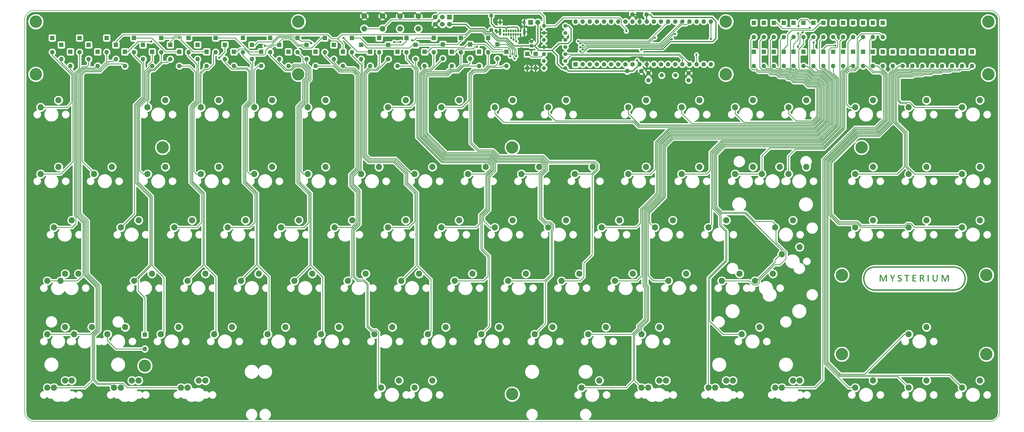
<source format=gbr>
G04 #@! TF.GenerationSoftware,KiCad,Pcbnew,5.1.7-a382d34a8~88~ubuntu20.04.1*
G04 #@! TF.CreationDate,2021-03-29T02:47:42+02:00*
G04 #@! TF.ProjectId,mysterium-pcb,6d797374-6572-4697-956d-2d7063622e6b,rev?*
G04 #@! TF.SameCoordinates,Original*
G04 #@! TF.FileFunction,Copper,L1,Top*
G04 #@! TF.FilePolarity,Positive*
%FSLAX46Y46*%
G04 Gerber Fmt 4.6, Leading zero omitted, Abs format (unit mm)*
G04 Created by KiCad (PCBNEW 5.1.7-a382d34a8~88~ubuntu20.04.1) date 2021-03-29 02:47:42*
%MOMM*%
%LPD*%
G01*
G04 APERTURE LIST*
G04 #@! TA.AperFunction,Profile*
%ADD10C,0.150000*%
G04 #@! TD*
G04 #@! TA.AperFunction,EtchedComponent*
%ADD11C,0.500000*%
G04 #@! TD*
G04 #@! TA.AperFunction,EtchedComponent*
%ADD12C,0.010000*%
G04 #@! TD*
G04 #@! TA.AperFunction,ComponentPad*
%ADD13C,2.200000*%
G04 #@! TD*
G04 #@! TA.AperFunction,ComponentPad*
%ADD14O,1.600000X1.600000*%
G04 #@! TD*
G04 #@! TA.AperFunction,ComponentPad*
%ADD15R,1.600000X1.600000*%
G04 #@! TD*
G04 #@! TA.AperFunction,ComponentPad*
%ADD16C,4.400000*%
G04 #@! TD*
G04 #@! TA.AperFunction,ComponentPad*
%ADD17C,1.500000*%
G04 #@! TD*
G04 #@! TA.AperFunction,ComponentPad*
%ADD18O,0.650000X1.000000*%
G04 #@! TD*
G04 #@! TA.AperFunction,ComponentPad*
%ADD19O,0.900000X2.400000*%
G04 #@! TD*
G04 #@! TA.AperFunction,ComponentPad*
%ADD20O,0.900000X1.700000*%
G04 #@! TD*
G04 #@! TA.AperFunction,ComponentPad*
%ADD21C,2.000000*%
G04 #@! TD*
G04 #@! TA.AperFunction,ComponentPad*
%ADD22C,1.400000*%
G04 #@! TD*
G04 #@! TA.AperFunction,ComponentPad*
%ADD23O,1.400000X1.400000*%
G04 #@! TD*
G04 #@! TA.AperFunction,ComponentPad*
%ADD24C,1.800000*%
G04 #@! TD*
G04 #@! TA.AperFunction,ComponentPad*
%ADD25R,1.800000X1.800000*%
G04 #@! TD*
G04 #@! TA.AperFunction,ComponentPad*
%ADD26R,1.700000X1.700000*%
G04 #@! TD*
G04 #@! TA.AperFunction,ComponentPad*
%ADD27C,1.700000*%
G04 #@! TD*
G04 #@! TA.AperFunction,ComponentPad*
%ADD28C,1.600000*%
G04 #@! TD*
G04 #@! TA.AperFunction,ComponentPad*
%ADD29R,1.200000X1.200000*%
G04 #@! TD*
G04 #@! TA.AperFunction,ComponentPad*
%ADD30C,1.200000*%
G04 #@! TD*
G04 #@! TA.AperFunction,ViaPad*
%ADD31C,0.800000*%
G04 #@! TD*
G04 #@! TA.AperFunction,Conductor*
%ADD32C,0.400000*%
G04 #@! TD*
G04 #@! TA.AperFunction,Conductor*
%ADD33C,0.250000*%
G04 #@! TD*
G04 #@! TA.AperFunction,Conductor*
%ADD34C,0.254000*%
G04 #@! TD*
G04 #@! TA.AperFunction,Conductor*
%ADD35C,0.150000*%
G04 #@! TD*
G04 APERTURE END LIST*
D10*
X384809999Y-198619941D02*
G75*
G02*
X381505940Y-201930000I-3307059J-3000D01*
G01*
X381499941Y-55313501D02*
G75*
G02*
X384810000Y-58617560I3000J-3307059D01*
G01*
X37147501Y-58623559D02*
G75*
G02*
X40451560Y-55313500I3307059J3000D01*
G01*
X40457559Y-201929999D02*
G75*
G02*
X37147500Y-198625940I-3000J3307059D01*
G01*
X384810000Y-58617560D02*
X384809999Y-198619941D01*
X381505940Y-201930000D02*
X40457559Y-201929999D01*
X37147500Y-198625940D02*
X37147501Y-58623559D01*
X40451560Y-55313500D02*
X381499941Y-55313500D01*
D11*
X340639850Y-155071700D02*
X368514850Y-155071700D01*
X340417050Y-146811700D02*
X368292050Y-146811700D01*
D12*
G36*
X364496045Y-149629930D02*
G01*
X364602042Y-149660936D01*
X364643487Y-149688354D01*
X364675670Y-149740862D01*
X364729463Y-149851709D01*
X364800281Y-150010432D01*
X364883537Y-150206565D01*
X364974645Y-150429643D01*
X365034688Y-150581035D01*
X365126169Y-150812837D01*
X365209833Y-151021913D01*
X365281656Y-151198440D01*
X365337611Y-151332594D01*
X365373674Y-151414549D01*
X365384731Y-151435397D01*
X365405181Y-151410894D01*
X365449012Y-151326661D01*
X365512295Y-151191335D01*
X365591098Y-151013555D01*
X365681493Y-150801961D01*
X365769928Y-150588730D01*
X365869551Y-150348978D01*
X365963149Y-150130653D01*
X366046336Y-149943444D01*
X366114728Y-149797037D01*
X366163939Y-149701118D01*
X366187368Y-149666555D01*
X366265996Y-149635416D01*
X366379749Y-149622043D01*
X366499486Y-149626145D01*
X366596066Y-149647432D01*
X366633170Y-149670996D01*
X366646278Y-149713972D01*
X366656141Y-149810025D01*
X366662873Y-149963222D01*
X366666588Y-150177631D01*
X366667398Y-150457320D01*
X366665418Y-150806359D01*
X366665286Y-150821358D01*
X366655528Y-151921265D01*
X366361035Y-151921265D01*
X366342630Y-150927732D01*
X366324224Y-149934200D01*
X365920731Y-150936935D01*
X365517239Y-151939671D01*
X365244816Y-151939671D01*
X364960217Y-151212642D01*
X364868003Y-150977098D01*
X364778046Y-150747361D01*
X364696284Y-150538589D01*
X364628651Y-150365940D01*
X364581086Y-150244574D01*
X364576374Y-150232556D01*
X364477130Y-149979498D01*
X364452778Y-150542104D01*
X364443647Y-150783687D01*
X364436077Y-151042318D01*
X364430780Y-151289278D01*
X364428471Y-151495846D01*
X364428427Y-151522190D01*
X364428427Y-151939671D01*
X364133934Y-151939671D01*
X364133934Y-150824280D01*
X364134816Y-150479310D01*
X364137596Y-150202714D01*
X364142472Y-149989264D01*
X364149644Y-149833730D01*
X364159311Y-149730882D01*
X364171672Y-149675492D01*
X364178108Y-149664714D01*
X364254376Y-149630311D01*
X364370256Y-149619219D01*
X364496045Y-149629930D01*
G37*
X364496045Y-149629930D02*
X364602042Y-149660936D01*
X364643487Y-149688354D01*
X364675670Y-149740862D01*
X364729463Y-149851709D01*
X364800281Y-150010432D01*
X364883537Y-150206565D01*
X364974645Y-150429643D01*
X365034688Y-150581035D01*
X365126169Y-150812837D01*
X365209833Y-151021913D01*
X365281656Y-151198440D01*
X365337611Y-151332594D01*
X365373674Y-151414549D01*
X365384731Y-151435397D01*
X365405181Y-151410894D01*
X365449012Y-151326661D01*
X365512295Y-151191335D01*
X365591098Y-151013555D01*
X365681493Y-150801961D01*
X365769928Y-150588730D01*
X365869551Y-150348978D01*
X365963149Y-150130653D01*
X366046336Y-149943444D01*
X366114728Y-149797037D01*
X366163939Y-149701118D01*
X366187368Y-149666555D01*
X366265996Y-149635416D01*
X366379749Y-149622043D01*
X366499486Y-149626145D01*
X366596066Y-149647432D01*
X366633170Y-149670996D01*
X366646278Y-149713972D01*
X366656141Y-149810025D01*
X366662873Y-149963222D01*
X366666588Y-150177631D01*
X366667398Y-150457320D01*
X366665418Y-150806359D01*
X366665286Y-150821358D01*
X366655528Y-151921265D01*
X366361035Y-151921265D01*
X366342630Y-150927732D01*
X366324224Y-149934200D01*
X365920731Y-150936935D01*
X365517239Y-151939671D01*
X365244816Y-151939671D01*
X364960217Y-151212642D01*
X364868003Y-150977098D01*
X364778046Y-150747361D01*
X364696284Y-150538589D01*
X364628651Y-150365940D01*
X364581086Y-150244574D01*
X364576374Y-150232556D01*
X364477130Y-149979498D01*
X364452778Y-150542104D01*
X364443647Y-150783687D01*
X364436077Y-151042318D01*
X364430780Y-151289278D01*
X364428471Y-151495846D01*
X364428427Y-151522190D01*
X364428427Y-151939671D01*
X364133934Y-151939671D01*
X364133934Y-150824280D01*
X364134816Y-150479310D01*
X364137596Y-150202714D01*
X364142472Y-149989264D01*
X364149644Y-149833730D01*
X364159311Y-149730882D01*
X364171672Y-149675492D01*
X364178108Y-149664714D01*
X364254376Y-149630311D01*
X364370256Y-149619219D01*
X364496045Y-149629930D01*
G36*
X359495673Y-151939671D02*
G01*
X359201180Y-151939671D01*
X359201180Y-149620540D01*
X359495673Y-149620540D01*
X359495673Y-151939671D01*
G37*
X359495673Y-151939671D02*
X359201180Y-151939671D01*
X359201180Y-149620540D01*
X359495673Y-149620540D01*
X359495673Y-151939671D01*
G36*
X356860464Y-149625343D02*
G01*
X356902338Y-149626493D01*
X357108277Y-149634772D01*
X357257582Y-149647722D01*
X357367211Y-149667892D01*
X357454123Y-149697828D01*
X357489441Y-149714702D01*
X357620759Y-149817500D01*
X357726643Y-149965173D01*
X357790417Y-150130372D01*
X357801531Y-150226529D01*
X357769414Y-150401235D01*
X357685613Y-150566834D01*
X357565259Y-150696432D01*
X357520137Y-150726693D01*
X357379006Y-150807872D01*
X357493822Y-150929540D01*
X357544103Y-151000276D01*
X357608779Y-151115789D01*
X357681217Y-151260976D01*
X357754783Y-151420732D01*
X357822842Y-151579955D01*
X357878762Y-151723539D01*
X357915907Y-151836381D01*
X357927644Y-151903377D01*
X357925356Y-151912062D01*
X357881045Y-151929814D01*
X357792398Y-151939219D01*
X357766574Y-151939671D01*
X357624718Y-151939671D01*
X357524020Y-151672787D01*
X357421089Y-151414005D01*
X357328996Y-151218659D01*
X357240931Y-151078707D01*
X357150083Y-150986107D01*
X357049641Y-150932820D01*
X356932796Y-150910803D01*
X356877086Y-150908946D01*
X356697992Y-150908946D01*
X356697992Y-151939671D01*
X356556881Y-151939671D01*
X356459602Y-151933790D01*
X356397332Y-151919240D01*
X356391229Y-151915130D01*
X356384980Y-151873415D01*
X356379317Y-151767487D01*
X356374452Y-151606757D01*
X356370594Y-151400634D01*
X356367954Y-151158527D01*
X356366743Y-150889846D01*
X356366688Y-150817818D01*
X356367083Y-150651265D01*
X356697992Y-150651265D01*
X356931824Y-150651265D01*
X357087239Y-150643685D01*
X357199316Y-150616392D01*
X357290251Y-150567300D01*
X357410105Y-150453124D01*
X357462861Y-150313234D01*
X357455776Y-150158133D01*
X357404225Y-150029439D01*
X357302356Y-149941904D01*
X357144776Y-149892564D01*
X356946470Y-149878359D01*
X356697992Y-149878222D01*
X356697992Y-150651265D01*
X356367083Y-150651265D01*
X356367472Y-150487312D01*
X356370015Y-150223711D01*
X356374597Y-150020312D01*
X356381502Y-149870410D01*
X356391010Y-149767303D01*
X356403404Y-149704287D01*
X356414585Y-149679544D01*
X356442943Y-149651652D01*
X356488207Y-149633755D01*
X356563879Y-149624383D01*
X356683464Y-149622069D01*
X356860464Y-149625343D01*
G37*
X356860464Y-149625343D02*
X356902338Y-149626493D01*
X357108277Y-149634772D01*
X357257582Y-149647722D01*
X357367211Y-149667892D01*
X357454123Y-149697828D01*
X357489441Y-149714702D01*
X357620759Y-149817500D01*
X357726643Y-149965173D01*
X357790417Y-150130372D01*
X357801531Y-150226529D01*
X357769414Y-150401235D01*
X357685613Y-150566834D01*
X357565259Y-150696432D01*
X357520137Y-150726693D01*
X357379006Y-150807872D01*
X357493822Y-150929540D01*
X357544103Y-151000276D01*
X357608779Y-151115789D01*
X357681217Y-151260976D01*
X357754783Y-151420732D01*
X357822842Y-151579955D01*
X357878762Y-151723539D01*
X357915907Y-151836381D01*
X357927644Y-151903377D01*
X357925356Y-151912062D01*
X357881045Y-151929814D01*
X357792398Y-151939219D01*
X357766574Y-151939671D01*
X357624718Y-151939671D01*
X357524020Y-151672787D01*
X357421089Y-151414005D01*
X357328996Y-151218659D01*
X357240931Y-151078707D01*
X357150083Y-150986107D01*
X357049641Y-150932820D01*
X356932796Y-150910803D01*
X356877086Y-150908946D01*
X356697992Y-150908946D01*
X356697992Y-151939671D01*
X356556881Y-151939671D01*
X356459602Y-151933790D01*
X356397332Y-151919240D01*
X356391229Y-151915130D01*
X356384980Y-151873415D01*
X356379317Y-151767487D01*
X356374452Y-151606757D01*
X356370594Y-151400634D01*
X356367954Y-151158527D01*
X356366743Y-150889846D01*
X356366688Y-150817818D01*
X356367083Y-150651265D01*
X356697992Y-150651265D01*
X356931824Y-150651265D01*
X357087239Y-150643685D01*
X357199316Y-150616392D01*
X357290251Y-150567300D01*
X357410105Y-150453124D01*
X357462861Y-150313234D01*
X357455776Y-150158133D01*
X357404225Y-150029439D01*
X357302356Y-149941904D01*
X357144776Y-149892564D01*
X356946470Y-149878359D01*
X356697992Y-149878222D01*
X356697992Y-150651265D01*
X356367083Y-150651265D01*
X356367472Y-150487312D01*
X356370015Y-150223711D01*
X356374597Y-150020312D01*
X356381502Y-149870410D01*
X356391010Y-149767303D01*
X356403404Y-149704287D01*
X356414585Y-149679544D01*
X356442943Y-149651652D01*
X356488207Y-149633755D01*
X356563879Y-149624383D01*
X356683464Y-149622069D01*
X356860464Y-149625343D01*
G36*
X355034600Y-149740178D02*
G01*
X355023064Y-149859816D01*
X354553717Y-149870119D01*
X354084369Y-149880421D01*
X354084369Y-150612042D01*
X354498499Y-150622451D01*
X354912630Y-150632859D01*
X354912630Y-150816917D01*
X354498499Y-150827326D01*
X354084369Y-150837734D01*
X354084369Y-151681990D01*
X354560220Y-151681990D01*
X354756872Y-151682958D01*
X354891815Y-151686908D01*
X354976949Y-151695403D01*
X355024174Y-151710011D01*
X355045390Y-151732297D01*
X355049880Y-151746410D01*
X355053631Y-151840451D01*
X355048286Y-151875251D01*
X355036306Y-151899286D01*
X355006592Y-151916523D01*
X354948538Y-151928069D01*
X354851536Y-151935032D01*
X354704980Y-151938517D01*
X354498265Y-151939632D01*
X354431081Y-151939671D01*
X354206702Y-151939084D01*
X354044792Y-151936497D01*
X353934202Y-151930668D01*
X353863782Y-151920358D01*
X353822382Y-151904325D01*
X353798853Y-151881329D01*
X353791171Y-151868468D01*
X353781910Y-151815329D01*
X353773740Y-151700222D01*
X353766744Y-151534792D01*
X353761007Y-151330688D01*
X353756613Y-151099556D01*
X353753644Y-150853043D01*
X353752186Y-150602797D01*
X353752322Y-150360465D01*
X353754135Y-150137693D01*
X353757710Y-149946130D01*
X353763131Y-149797422D01*
X353770481Y-149703216D01*
X353775409Y-149678769D01*
X353792742Y-149657148D01*
X353832433Y-149641523D01*
X353904713Y-149630971D01*
X354019813Y-149624571D01*
X354187964Y-149621401D01*
X354419396Y-149620541D01*
X354421944Y-149620540D01*
X355046135Y-149620540D01*
X355034600Y-149740178D01*
G37*
X355034600Y-149740178D02*
X355023064Y-149859816D01*
X354553717Y-149870119D01*
X354084369Y-149880421D01*
X354084369Y-150612042D01*
X354498499Y-150622451D01*
X354912630Y-150632859D01*
X354912630Y-150816917D01*
X354498499Y-150827326D01*
X354084369Y-150837734D01*
X354084369Y-151681990D01*
X354560220Y-151681990D01*
X354756872Y-151682958D01*
X354891815Y-151686908D01*
X354976949Y-151695403D01*
X355024174Y-151710011D01*
X355045390Y-151732297D01*
X355049880Y-151746410D01*
X355053631Y-151840451D01*
X355048286Y-151875251D01*
X355036306Y-151899286D01*
X355006592Y-151916523D01*
X354948538Y-151928069D01*
X354851536Y-151935032D01*
X354704980Y-151938517D01*
X354498265Y-151939632D01*
X354431081Y-151939671D01*
X354206702Y-151939084D01*
X354044792Y-151936497D01*
X353934202Y-151930668D01*
X353863782Y-151920358D01*
X353822382Y-151904325D01*
X353798853Y-151881329D01*
X353791171Y-151868468D01*
X353781910Y-151815329D01*
X353773740Y-151700222D01*
X353766744Y-151534792D01*
X353761007Y-151330688D01*
X353756613Y-151099556D01*
X353753644Y-150853043D01*
X353752186Y-150602797D01*
X353752322Y-150360465D01*
X353754135Y-150137693D01*
X353757710Y-149946130D01*
X353763131Y-149797422D01*
X353770481Y-149703216D01*
X353775409Y-149678769D01*
X353792742Y-149657148D01*
X353832433Y-149641523D01*
X353904713Y-149630971D01*
X354019813Y-149624571D01*
X354187964Y-149621401D01*
X354419396Y-149620541D01*
X354421944Y-149620540D01*
X355046135Y-149620540D01*
X355034600Y-149740178D01*
G36*
X351737630Y-149629065D02*
G01*
X352593499Y-149638946D01*
X352593499Y-149859816D01*
X351924035Y-149880832D01*
X351899958Y-150569744D01*
X351891978Y-150817213D01*
X351885103Y-151066919D01*
X351879809Y-151298616D01*
X351876570Y-151492058D01*
X351875777Y-151599164D01*
X351875673Y-151939671D01*
X351581180Y-151939671D01*
X351581180Y-149878222D01*
X350881760Y-149878222D01*
X350881760Y-149619184D01*
X351737630Y-149629065D01*
G37*
X351737630Y-149629065D02*
X352593499Y-149638946D01*
X352593499Y-149859816D01*
X351924035Y-149880832D01*
X351899958Y-150569744D01*
X351891978Y-150817213D01*
X351885103Y-151066919D01*
X351879809Y-151298616D01*
X351876570Y-151492058D01*
X351875777Y-151599164D01*
X351875673Y-151939671D01*
X351581180Y-151939671D01*
X351581180Y-149878222D01*
X350881760Y-149878222D01*
X350881760Y-149619184D01*
X351737630Y-149629065D01*
G36*
X346267243Y-149979454D02*
G01*
X346348664Y-150153532D01*
X346429275Y-150327119D01*
X346497173Y-150474526D01*
X346525732Y-150537231D01*
X346615643Y-150736095D01*
X346773315Y-150389984D01*
X346854070Y-150214825D01*
X346937419Y-150037503D01*
X347010095Y-149886121D01*
X347036651Y-149832207D01*
X347096035Y-149717804D01*
X347141981Y-149654482D01*
X347193302Y-149627138D01*
X347268810Y-149620669D01*
X347300298Y-149620540D01*
X347396436Y-149624442D01*
X347452441Y-149634265D01*
X347458282Y-149639314D01*
X347442530Y-149676345D01*
X347398490Y-149769239D01*
X347330984Y-149908102D01*
X347244834Y-150083042D01*
X347144864Y-150284163D01*
X347108572Y-150356772D01*
X346758862Y-151055457D01*
X346758862Y-151939671D01*
X346464369Y-151939671D01*
X346464369Y-151055457D01*
X346114659Y-150356772D01*
X346011087Y-150149001D01*
X345919696Y-149964047D01*
X345845308Y-149811804D01*
X345792746Y-149702165D01*
X345766832Y-149645025D01*
X345764948Y-149639314D01*
X345797892Y-149628148D01*
X345881299Y-149621425D01*
X345931806Y-149620540D01*
X346098664Y-149620540D01*
X346267243Y-149979454D01*
G37*
X346267243Y-149979454D02*
X346348664Y-150153532D01*
X346429275Y-150327119D01*
X346497173Y-150474526D01*
X346525732Y-150537231D01*
X346615643Y-150736095D01*
X346773315Y-150389984D01*
X346854070Y-150214825D01*
X346937419Y-150037503D01*
X347010095Y-149886121D01*
X347036651Y-149832207D01*
X347096035Y-149717804D01*
X347141981Y-149654482D01*
X347193302Y-149627138D01*
X347268810Y-149620669D01*
X347300298Y-149620540D01*
X347396436Y-149624442D01*
X347452441Y-149634265D01*
X347458282Y-149639314D01*
X347442530Y-149676345D01*
X347398490Y-149769239D01*
X347330984Y-149908102D01*
X347244834Y-150083042D01*
X347144864Y-150284163D01*
X347108572Y-150356772D01*
X346758862Y-151055457D01*
X346758862Y-151939671D01*
X346464369Y-151939671D01*
X346464369Y-151055457D01*
X346114659Y-150356772D01*
X346011087Y-150149001D01*
X345919696Y-149964047D01*
X345845308Y-149811804D01*
X345792746Y-149702165D01*
X345766832Y-149645025D01*
X345764948Y-149639314D01*
X345797892Y-149628148D01*
X345881299Y-149621425D01*
X345931806Y-149620540D01*
X346098664Y-149620540D01*
X346267243Y-149979454D01*
G36*
X342490824Y-149638721D02*
G01*
X342570356Y-149683185D01*
X342571992Y-149684961D01*
X342601225Y-149736030D01*
X342652820Y-149845555D01*
X342722384Y-150003405D01*
X342805524Y-150199445D01*
X342897846Y-150423542D01*
X342971164Y-150605669D01*
X343065196Y-150838039D01*
X343151364Y-151044245D01*
X343225769Y-151215491D01*
X343284507Y-151342979D01*
X343323679Y-151417914D01*
X343338505Y-151433929D01*
X343359170Y-151393317D01*
X343403340Y-151294158D01*
X343466886Y-151146148D01*
X343545680Y-150958982D01*
X343635592Y-150742352D01*
X343703233Y-150577642D01*
X343800356Y-150343247D01*
X343891516Y-150129074D01*
X343972132Y-149945434D01*
X344037621Y-149802632D01*
X344083402Y-149710979D01*
X344100752Y-149683338D01*
X344155954Y-149643395D01*
X344241474Y-149626803D01*
X344364079Y-149628120D01*
X344568572Y-149638946D01*
X344578299Y-150789309D01*
X344588026Y-151939671D01*
X344292485Y-151939671D01*
X344292485Y-150921217D01*
X344291563Y-150657655D01*
X344288961Y-150421327D01*
X344284922Y-150221276D01*
X344279691Y-150066547D01*
X344273512Y-149966182D01*
X344266630Y-149929226D01*
X344265701Y-149929546D01*
X344245645Y-149969417D01*
X344202175Y-150068876D01*
X344138974Y-150219056D01*
X344059726Y-150411091D01*
X343968115Y-150636115D01*
X343867824Y-150885260D01*
X343846412Y-150938797D01*
X343453906Y-151921265D01*
X343320005Y-151932751D01*
X343243025Y-151935362D01*
X343193244Y-151916379D01*
X343152361Y-151860455D01*
X343102075Y-151752244D01*
X343100520Y-151748693D01*
X343062288Y-151657284D01*
X343002813Y-151510039D01*
X342927213Y-151319866D01*
X342840604Y-151099669D01*
X342748104Y-150862358D01*
X342705812Y-150753140D01*
X342396688Y-149953132D01*
X342378282Y-150937198D01*
X342359876Y-151921265D01*
X342229720Y-151932220D01*
X342135914Y-151932761D01*
X342076949Y-151919707D01*
X342073270Y-151916882D01*
X342064346Y-151872083D01*
X342057286Y-151764942D01*
X342052029Y-151606714D01*
X342048516Y-151408656D01*
X342046688Y-151182024D01*
X342046485Y-150938073D01*
X342047846Y-150688059D01*
X342050712Y-150443238D01*
X342055024Y-150214866D01*
X342060721Y-150014199D01*
X342067745Y-149852492D01*
X342076034Y-149741003D01*
X342085084Y-149691744D01*
X342146978Y-149644590D01*
X342252793Y-149619791D01*
X342376189Y-149617712D01*
X342490824Y-149638721D01*
G37*
X342490824Y-149638721D02*
X342570356Y-149683185D01*
X342571992Y-149684961D01*
X342601225Y-149736030D01*
X342652820Y-149845555D01*
X342722384Y-150003405D01*
X342805524Y-150199445D01*
X342897846Y-150423542D01*
X342971164Y-150605669D01*
X343065196Y-150838039D01*
X343151364Y-151044245D01*
X343225769Y-151215491D01*
X343284507Y-151342979D01*
X343323679Y-151417914D01*
X343338505Y-151433929D01*
X343359170Y-151393317D01*
X343403340Y-151294158D01*
X343466886Y-151146148D01*
X343545680Y-150958982D01*
X343635592Y-150742352D01*
X343703233Y-150577642D01*
X343800356Y-150343247D01*
X343891516Y-150129074D01*
X343972132Y-149945434D01*
X344037621Y-149802632D01*
X344083402Y-149710979D01*
X344100752Y-149683338D01*
X344155954Y-149643395D01*
X344241474Y-149626803D01*
X344364079Y-149628120D01*
X344568572Y-149638946D01*
X344578299Y-150789309D01*
X344588026Y-151939671D01*
X344292485Y-151939671D01*
X344292485Y-150921217D01*
X344291563Y-150657655D01*
X344288961Y-150421327D01*
X344284922Y-150221276D01*
X344279691Y-150066547D01*
X344273512Y-149966182D01*
X344266630Y-149929226D01*
X344265701Y-149929546D01*
X344245645Y-149969417D01*
X344202175Y-150068876D01*
X344138974Y-150219056D01*
X344059726Y-150411091D01*
X343968115Y-150636115D01*
X343867824Y-150885260D01*
X343846412Y-150938797D01*
X343453906Y-151921265D01*
X343320005Y-151932751D01*
X343243025Y-151935362D01*
X343193244Y-151916379D01*
X343152361Y-151860455D01*
X343102075Y-151752244D01*
X343100520Y-151748693D01*
X343062288Y-151657284D01*
X343002813Y-151510039D01*
X342927213Y-151319866D01*
X342840604Y-151099669D01*
X342748104Y-150862358D01*
X342705812Y-150753140D01*
X342396688Y-149953132D01*
X342378282Y-150937198D01*
X342359876Y-151921265D01*
X342229720Y-151932220D01*
X342135914Y-151932761D01*
X342076949Y-151919707D01*
X342073270Y-151916882D01*
X342064346Y-151872083D01*
X342057286Y-151764942D01*
X342052029Y-151606714D01*
X342048516Y-151408656D01*
X342046688Y-151182024D01*
X342046485Y-150938073D01*
X342047846Y-150688059D01*
X342050712Y-150443238D01*
X342055024Y-150214866D01*
X342060721Y-150014199D01*
X342067745Y-149852492D01*
X342076034Y-149741003D01*
X342085084Y-149691744D01*
X342146978Y-149644590D01*
X342252793Y-149619791D01*
X342376189Y-149617712D01*
X342490824Y-149638721D01*
G36*
X361263438Y-150439598D02*
G01*
X361264318Y-150712251D01*
X361266875Y-150922117D01*
X361271897Y-151080024D01*
X361280171Y-151196805D01*
X361292483Y-151283289D01*
X361309622Y-151350306D01*
X361332375Y-151408686D01*
X361334169Y-151412664D01*
X361439353Y-151563477D01*
X361592109Y-151658353D01*
X361791495Y-151696734D01*
X361814804Y-151697459D01*
X362025768Y-151672959D01*
X362191000Y-151590966D01*
X362302232Y-151465992D01*
X362328852Y-151419764D01*
X362349298Y-151370827D01*
X362364555Y-151308900D01*
X362375607Y-151223705D01*
X362383440Y-151104963D01*
X362389037Y-150942395D01*
X362393383Y-150725721D01*
X362397034Y-150476410D01*
X362408684Y-149620540D01*
X362703022Y-149620540D01*
X362679876Y-151411924D01*
X362569113Y-151590956D01*
X362426761Y-151754449D01*
X362236560Y-151875538D01*
X362013921Y-151949479D01*
X361774254Y-151971532D01*
X361532972Y-151936952D01*
X361488171Y-151923574D01*
X361285911Y-151820197D01*
X361122976Y-151659122D01*
X361037927Y-151516338D01*
X361015990Y-151461765D01*
X360999242Y-151398172D01*
X360986989Y-151315300D01*
X360978538Y-151202889D01*
X360973196Y-151050681D01*
X360970272Y-150848416D01*
X360969072Y-150585835D01*
X360968945Y-150494816D01*
X360968137Y-149620540D01*
X361262630Y-149620540D01*
X361263438Y-150439598D01*
G37*
X361263438Y-150439598D02*
X361264318Y-150712251D01*
X361266875Y-150922117D01*
X361271897Y-151080024D01*
X361280171Y-151196805D01*
X361292483Y-151283289D01*
X361309622Y-151350306D01*
X361332375Y-151408686D01*
X361334169Y-151412664D01*
X361439353Y-151563477D01*
X361592109Y-151658353D01*
X361791495Y-151696734D01*
X361814804Y-151697459D01*
X362025768Y-151672959D01*
X362191000Y-151590966D01*
X362302232Y-151465992D01*
X362328852Y-151419764D01*
X362349298Y-151370827D01*
X362364555Y-151308900D01*
X362375607Y-151223705D01*
X362383440Y-151104963D01*
X362389037Y-150942395D01*
X362393383Y-150725721D01*
X362397034Y-150476410D01*
X362408684Y-149620540D01*
X362703022Y-149620540D01*
X362679876Y-151411924D01*
X362569113Y-151590956D01*
X362426761Y-151754449D01*
X362236560Y-151875538D01*
X362013921Y-151949479D01*
X361774254Y-151971532D01*
X361532972Y-151936952D01*
X361488171Y-151923574D01*
X361285911Y-151820197D01*
X361122976Y-151659122D01*
X361037927Y-151516338D01*
X361015990Y-151461765D01*
X360999242Y-151398172D01*
X360986989Y-151315300D01*
X360978538Y-151202889D01*
X360973196Y-151050681D01*
X360970272Y-150848416D01*
X360969072Y-150585835D01*
X360968945Y-150494816D01*
X360968137Y-149620540D01*
X361262630Y-149620540D01*
X361263438Y-150439598D01*
G36*
X349262343Y-149593902D02*
G01*
X349409428Y-149611900D01*
X349544846Y-149642604D01*
X349621256Y-149671151D01*
X349704266Y-149727061D01*
X349736737Y-149797641D01*
X349740601Y-149860761D01*
X349736129Y-149941874D01*
X349713080Y-149978663D01*
X349657003Y-149974647D01*
X349553450Y-149933349D01*
X349514548Y-149915842D01*
X349324366Y-149855238D01*
X349149786Y-149847453D01*
X349002506Y-149889326D01*
X348894224Y-149977694D01*
X348838847Y-150098499D01*
X348832997Y-150204555D01*
X348869686Y-150301801D01*
X348955812Y-150397882D01*
X349098272Y-150500444D01*
X349303963Y-150617132D01*
X349309219Y-150619899D01*
X349498136Y-150726694D01*
X349648709Y-150826888D01*
X349747665Y-150911419D01*
X349763671Y-150930195D01*
X349855277Y-151106049D01*
X349883334Y-151297066D01*
X349851666Y-151488716D01*
X349764095Y-151666470D01*
X349624442Y-151815799D01*
X349511505Y-151888707D01*
X349380802Y-151931570D01*
X349206945Y-151956238D01*
X349018445Y-151961379D01*
X348843816Y-151945658D01*
X348752903Y-151924166D01*
X348584738Y-151850178D01*
X348485608Y-151759398D01*
X348452216Y-151648774D01*
X348452195Y-151645608D01*
X348459856Y-151560722D01*
X348491483Y-151525879D01*
X348560042Y-151537573D01*
X348668345Y-151587158D01*
X348878731Y-151668824D01*
X349077154Y-151700818D01*
X349253685Y-151685990D01*
X349398396Y-151627190D01*
X349501357Y-151527267D01*
X349552640Y-151389069D01*
X349556543Y-151332280D01*
X349535233Y-151215313D01*
X349466266Y-151108421D01*
X349342084Y-151003866D01*
X349155130Y-150893913D01*
X349101715Y-150866677D01*
X348880129Y-150747007D01*
X348720775Y-150636144D01*
X348614841Y-150523582D01*
X348553515Y-150398812D01*
X348527986Y-150251328D01*
X348525818Y-150179986D01*
X348557966Y-149981103D01*
X348654830Y-149816798D01*
X348817037Y-149686093D01*
X348857420Y-149663875D01*
X348969852Y-149614417D01*
X349078217Y-149592154D01*
X349216192Y-149591267D01*
X349262343Y-149593902D01*
G37*
X349262343Y-149593902D02*
X349409428Y-149611900D01*
X349544846Y-149642604D01*
X349621256Y-149671151D01*
X349704266Y-149727061D01*
X349736737Y-149797641D01*
X349740601Y-149860761D01*
X349736129Y-149941874D01*
X349713080Y-149978663D01*
X349657003Y-149974647D01*
X349553450Y-149933349D01*
X349514548Y-149915842D01*
X349324366Y-149855238D01*
X349149786Y-149847453D01*
X349002506Y-149889326D01*
X348894224Y-149977694D01*
X348838847Y-150098499D01*
X348832997Y-150204555D01*
X348869686Y-150301801D01*
X348955812Y-150397882D01*
X349098272Y-150500444D01*
X349303963Y-150617132D01*
X349309219Y-150619899D01*
X349498136Y-150726694D01*
X349648709Y-150826888D01*
X349747665Y-150911419D01*
X349763671Y-150930195D01*
X349855277Y-151106049D01*
X349883334Y-151297066D01*
X349851666Y-151488716D01*
X349764095Y-151666470D01*
X349624442Y-151815799D01*
X349511505Y-151888707D01*
X349380802Y-151931570D01*
X349206945Y-151956238D01*
X349018445Y-151961379D01*
X348843816Y-151945658D01*
X348752903Y-151924166D01*
X348584738Y-151850178D01*
X348485608Y-151759398D01*
X348452216Y-151648774D01*
X348452195Y-151645608D01*
X348459856Y-151560722D01*
X348491483Y-151525879D01*
X348560042Y-151537573D01*
X348668345Y-151587158D01*
X348878731Y-151668824D01*
X349077154Y-151700818D01*
X349253685Y-151685990D01*
X349398396Y-151627190D01*
X349501357Y-151527267D01*
X349552640Y-151389069D01*
X349556543Y-151332280D01*
X349535233Y-151215313D01*
X349466266Y-151108421D01*
X349342084Y-151003866D01*
X349155130Y-150893913D01*
X349101715Y-150866677D01*
X348880129Y-150747007D01*
X348720775Y-150636144D01*
X348614841Y-150523582D01*
X348553515Y-150398812D01*
X348527986Y-150251328D01*
X348525818Y-150179986D01*
X348557966Y-149981103D01*
X348654830Y-149816798D01*
X348817037Y-149686093D01*
X348857420Y-149663875D01*
X348969852Y-149614417D01*
X349078217Y-149592154D01*
X349216192Y-149591267D01*
X349262343Y-149593902D01*
D11*
X368292050Y-146811700D02*
G75*
G02*
X368514850Y-155071700I111400J-4130000D01*
G01*
X340639850Y-155071700D02*
G75*
G02*
X340417050Y-146811700I-111400J4130000D01*
G01*
D13*
X315912500Y-111125000D03*
X309562500Y-113665000D03*
X296862500Y-111125000D03*
X290512500Y-113665000D03*
D14*
X343166818Y-64760499D03*
D15*
X343166818Y-59680499D03*
D13*
X313531750Y-139700000D03*
X307181750Y-142240000D03*
X73025000Y-168275000D03*
X66675000Y-170815000D03*
X51593750Y-168275000D03*
X45243750Y-170815000D03*
X292100000Y-149225000D03*
X285750000Y-151765000D03*
D14*
X80010000Y-176022000D03*
D15*
X80010000Y-170942000D03*
D16*
X287223200Y-78063500D03*
X134734300Y-78063500D03*
D13*
X299243750Y-168281350D03*
X292893750Y-170821350D03*
X297656250Y-151765000D03*
X304006250Y-149225000D03*
D14*
X311365410Y-75134948D03*
D15*
X311365410Y-70054948D03*
D14*
X72896866Y-75134948D03*
D15*
X72896866Y-70054948D03*
D14*
X108530629Y-72654655D03*
D15*
X108530629Y-67574655D03*
D14*
X321967188Y-75134948D03*
D15*
X321967188Y-70054948D03*
D14*
X343170744Y-75134948D03*
D15*
X343170744Y-70054948D03*
D14*
X339636818Y-75134948D03*
D15*
X339636818Y-70054948D03*
D14*
X339636818Y-64760499D03*
D15*
X339636818Y-59680499D03*
D14*
X336102892Y-75134948D03*
D15*
X336102892Y-70054948D03*
D14*
X325501114Y-75134948D03*
D15*
X325501114Y-70054948D03*
D14*
X314899336Y-75134948D03*
D15*
X314899336Y-70054948D03*
D14*
X314899336Y-64760499D03*
D15*
X314899336Y-59680499D03*
D14*
X150643258Y-75134948D03*
D15*
X150643258Y-70054948D03*
D14*
X69657433Y-72654655D03*
D15*
X69657433Y-67574655D03*
D14*
X66418000Y-70174362D03*
D15*
X66418000Y-65094362D03*
D14*
X63178567Y-75134948D03*
D15*
X63178567Y-70054948D03*
D14*
X346704670Y-75134948D03*
D15*
X346704670Y-70054948D03*
D14*
X329035040Y-64760499D03*
D15*
X329035040Y-59680499D03*
D14*
X318433262Y-64760499D03*
D15*
X318433262Y-59680499D03*
D14*
X199234783Y-75134948D03*
D15*
X199234783Y-70054948D03*
D14*
X183037588Y-70174362D03*
D15*
X183037588Y-65094362D03*
D14*
X163600990Y-70174362D03*
D15*
X163600990Y-65094362D03*
D14*
X147403825Y-72654655D03*
D15*
X147403825Y-67574655D03*
D14*
X131206660Y-75134948D03*
D15*
X131206660Y-70054948D03*
D14*
X115009495Y-70174362D03*
D15*
X115009495Y-65094362D03*
D14*
X98812330Y-72654655D03*
D15*
X98812330Y-67574655D03*
D14*
X82615165Y-75134948D03*
D15*
X82615165Y-70054948D03*
D14*
X59939134Y-72654655D03*
D15*
X59939134Y-67574655D03*
D14*
X329035040Y-75134948D03*
D15*
X329035040Y-70054948D03*
D14*
X318433262Y-75134948D03*
D15*
X318433262Y-70054948D03*
D14*
X311365410Y-64760499D03*
D15*
X311365410Y-59680499D03*
D14*
X208953100Y-75134948D03*
D15*
X208953100Y-70054948D03*
D14*
X195995344Y-72453500D03*
D15*
X195995344Y-67373500D03*
D14*
X179798155Y-75134948D03*
D15*
X179798155Y-70054948D03*
D14*
X160361557Y-75134948D03*
D15*
X160361557Y-70054948D03*
D14*
X144164392Y-70174362D03*
D15*
X144164392Y-65094362D03*
D14*
X127967227Y-72654655D03*
D15*
X127967227Y-67574655D03*
D14*
X111770062Y-75134948D03*
D15*
X111770062Y-70054948D03*
D14*
X95572897Y-70174362D03*
D15*
X95572897Y-65094362D03*
D14*
X79375732Y-72654655D03*
D15*
X79375732Y-67574655D03*
D14*
X56699701Y-70174362D03*
D15*
X56699701Y-65094362D03*
D14*
X357306448Y-75134948D03*
D15*
X357306448Y-70054948D03*
D14*
X353772522Y-75134948D03*
D15*
X353772522Y-70054948D03*
D14*
X350238596Y-75134948D03*
D15*
X350238596Y-70054948D03*
D14*
X332568966Y-64760499D03*
D15*
X332568966Y-59680499D03*
D14*
X325501114Y-64760499D03*
D15*
X325501114Y-59680499D03*
D14*
X321967188Y-64760499D03*
D15*
X321967188Y-59680499D03*
D14*
X307831484Y-75134948D03*
D15*
X307831484Y-70054948D03*
D14*
X192755905Y-70174362D03*
D15*
X192755905Y-65094362D03*
D14*
X186277027Y-72453500D03*
D15*
X186277027Y-67373500D03*
D14*
X176558722Y-72654655D03*
D15*
X176558722Y-67574655D03*
D14*
X157122124Y-72654655D03*
D15*
X157122124Y-67574655D03*
D14*
X140924959Y-75134948D03*
D15*
X140924959Y-70054948D03*
D14*
X124727794Y-70174362D03*
D15*
X124727794Y-65094362D03*
D14*
X92333464Y-75134948D03*
D15*
X92333464Y-70054948D03*
D14*
X76136299Y-70174362D03*
D15*
X76136299Y-65094362D03*
D14*
X53460268Y-75134948D03*
D15*
X53460268Y-70054948D03*
D14*
X367908226Y-75134948D03*
D15*
X367908226Y-70054948D03*
D14*
X364374300Y-75134948D03*
D15*
X364374300Y-70054948D03*
D14*
X360840374Y-75134948D03*
D15*
X360840374Y-70054948D03*
D14*
X332568966Y-75134948D03*
D15*
X332568966Y-70054948D03*
D14*
X307831484Y-64760499D03*
D15*
X307831484Y-59680499D03*
D14*
X205713661Y-72453500D03*
D15*
X205713661Y-67373500D03*
D14*
X189516466Y-75134948D03*
D15*
X189516466Y-70054948D03*
D14*
X173319289Y-70174362D03*
D15*
X173319289Y-65094362D03*
D14*
X166840423Y-72654655D03*
D15*
X166840423Y-67574655D03*
D14*
X153882691Y-70174362D03*
D15*
X153882691Y-65094362D03*
D14*
X134446093Y-70174362D03*
D15*
X134446093Y-65094362D03*
D14*
X118248928Y-72654655D03*
D15*
X118248928Y-67574655D03*
D14*
X102051763Y-75134948D03*
D15*
X102051763Y-70054948D03*
D14*
X85854598Y-70174362D03*
D15*
X85854598Y-65094362D03*
D14*
X50220835Y-72654655D03*
D15*
X50220835Y-67574655D03*
D14*
X374976098Y-75134948D03*
D15*
X374976098Y-70054948D03*
D14*
X371442152Y-75134948D03*
D15*
X371442152Y-70054948D03*
D14*
X336102892Y-64760499D03*
D15*
X336102892Y-59680499D03*
D14*
X297229706Y-64760499D03*
D15*
X297229706Y-59680499D03*
D14*
X297229706Y-75134948D03*
D15*
X297229706Y-70054948D03*
D14*
X300763632Y-64760499D03*
D15*
X300763632Y-59680499D03*
D14*
X300763632Y-75134948D03*
D15*
X300763632Y-70054948D03*
D14*
X304297558Y-64760499D03*
D15*
X304297558Y-59680499D03*
D14*
X304297558Y-75134948D03*
D15*
X304297558Y-70054948D03*
D14*
X202474222Y-70174362D03*
D15*
X202474222Y-65094362D03*
D14*
X170079856Y-75134948D03*
D15*
X170079856Y-70054948D03*
D14*
X137685526Y-72654655D03*
D15*
X137685526Y-67574655D03*
D14*
X121488361Y-75134948D03*
D15*
X121488361Y-70054948D03*
D14*
X105291196Y-70174362D03*
D15*
X105291196Y-65094362D03*
D14*
X89094031Y-72654655D03*
D15*
X89094031Y-67574655D03*
D14*
X46981402Y-70174362D03*
D15*
X46981402Y-65094362D03*
D16*
X287223200Y-59313500D03*
X41147500Y-59313500D03*
X380120412Y-177904900D03*
X328583688Y-177904900D03*
X380120412Y-149669500D03*
X328583688Y-149669500D03*
X79998700Y-182037500D03*
X86360000Y-104152700D03*
X335597500Y-104152700D03*
X211016251Y-192163700D03*
X211016251Y-104152700D03*
X134734300Y-59313500D03*
X380810000Y-59313500D03*
X380810000Y-78063500D03*
X41147500Y-78063500D03*
D13*
X244475000Y-168275000D03*
X238125000Y-170815000D03*
X258762500Y-111125000D03*
X252412500Y-113665000D03*
D17*
X269227300Y-78447900D03*
X264347300Y-78447900D03*
D18*
X212291251Y-63897700D03*
X213991251Y-63897700D03*
X213141251Y-63897700D03*
X211441251Y-63897700D03*
X210591251Y-63897700D03*
X209741251Y-63897700D03*
X208891251Y-63897700D03*
X208041251Y-63897700D03*
X213991251Y-62572700D03*
X213136251Y-62572700D03*
X212286251Y-62572700D03*
X211436251Y-62572700D03*
X210586251Y-62572700D03*
X209736251Y-62572700D03*
X208886251Y-62572700D03*
X208036251Y-62572700D03*
D19*
X215341251Y-62917700D03*
X206691251Y-62917700D03*
D20*
X215341251Y-59537700D03*
X206691251Y-59537700D03*
D15*
X233616500Y-74485500D03*
D14*
X281876500Y-59245500D03*
X236156500Y-74485500D03*
X279336500Y-59245500D03*
X238696500Y-74485500D03*
X276796500Y-59245500D03*
X241236500Y-74485500D03*
X274256500Y-59245500D03*
X243776500Y-74485500D03*
X271716500Y-59245500D03*
X246316500Y-74485500D03*
X269176500Y-59245500D03*
X248856500Y-74485500D03*
X266636500Y-59245500D03*
X251396500Y-74485500D03*
X264096500Y-59245500D03*
X253936500Y-74485500D03*
X261556500Y-59245500D03*
X256476500Y-74485500D03*
X259016500Y-59245500D03*
X259016500Y-74485500D03*
X256476500Y-59245500D03*
X261556500Y-74485500D03*
X253936500Y-59245500D03*
X264096500Y-74485500D03*
X251396500Y-59245500D03*
X266636500Y-74485500D03*
X248856500Y-59245500D03*
X269176500Y-74485500D03*
X246316500Y-59245500D03*
X271716500Y-74485500D03*
X243776500Y-59245500D03*
X274256500Y-74485500D03*
X241236500Y-59245500D03*
X276796500Y-74485500D03*
X238696500Y-59245500D03*
X279336500Y-74485500D03*
X236156500Y-59245500D03*
X281876500Y-74485500D03*
X233616500Y-59245500D03*
D13*
X377825000Y-187325000D03*
X371475000Y-189865000D03*
X358775000Y-187325000D03*
X352425000Y-189865000D03*
X339725000Y-187325000D03*
X333375000Y-189865000D03*
X313531250Y-187325000D03*
X307181250Y-189865000D03*
X304800000Y-189865000D03*
X311150000Y-187325000D03*
X287337500Y-187325000D03*
X280987500Y-189865000D03*
X289718750Y-187325000D03*
X283368750Y-189865000D03*
X265906250Y-187325000D03*
X259556250Y-189865000D03*
X257175000Y-189865000D03*
X263525000Y-187325000D03*
X242093750Y-187325000D03*
X235743750Y-189865000D03*
X182562500Y-187325000D03*
X176212500Y-189865000D03*
X170656250Y-187325000D03*
X164306250Y-189865000D03*
X92868750Y-189865000D03*
X99218750Y-187325000D03*
X95250000Y-189865000D03*
X101600000Y-187325000D03*
X77787500Y-187325000D03*
X71437500Y-189865000D03*
X75406250Y-187325000D03*
X69056250Y-189865000D03*
X51593750Y-187325000D03*
X45243750Y-189865000D03*
X47625000Y-189865000D03*
X53975000Y-187325000D03*
X358775000Y-168275000D03*
X352425000Y-170815000D03*
X263525000Y-168275000D03*
X257175000Y-170815000D03*
X225425000Y-168275000D03*
X219075000Y-170815000D03*
X206375000Y-168275000D03*
X200025000Y-170815000D03*
X187325000Y-168275000D03*
X180975000Y-170815000D03*
X168275000Y-168275000D03*
X161925000Y-170815000D03*
X149225000Y-168275000D03*
X142875000Y-170815000D03*
X130175000Y-168275000D03*
X123825000Y-170815000D03*
X111125000Y-168275000D03*
X104775000Y-170815000D03*
X92075000Y-168275000D03*
X85725000Y-170815000D03*
X54768750Y-170815000D03*
X61118750Y-168275000D03*
X273050000Y-149225000D03*
X266700000Y-151765000D03*
X254000000Y-149225000D03*
X247650000Y-151765000D03*
X234950000Y-149225000D03*
X228600000Y-151765000D03*
X215900000Y-149225000D03*
X209550000Y-151765000D03*
X196850000Y-149225000D03*
X190500000Y-151765000D03*
X177800000Y-149225000D03*
X171450000Y-151765000D03*
X158750000Y-149225000D03*
X152400000Y-151765000D03*
X139700000Y-149225000D03*
X133350000Y-151765000D03*
X120650000Y-149225000D03*
X114300000Y-151765000D03*
X101600000Y-149225000D03*
X95250000Y-151765000D03*
X82550000Y-149225000D03*
X76200000Y-151765000D03*
X51593750Y-149225000D03*
X45243750Y-151765000D03*
X56356250Y-149225000D03*
X50006250Y-151765000D03*
X377825000Y-130175000D03*
X371475000Y-132715000D03*
X358775000Y-130175000D03*
X352425000Y-132715000D03*
X339725000Y-130175000D03*
X333375000Y-132715000D03*
X304800000Y-132715000D03*
X311150000Y-130175000D03*
X287337500Y-130175000D03*
X280987500Y-132715000D03*
X268287500Y-130175000D03*
X261937500Y-132715000D03*
X249237500Y-130175000D03*
X242887500Y-132715000D03*
X230187500Y-130175000D03*
X223837500Y-132715000D03*
X211137500Y-130175000D03*
X204787500Y-132715000D03*
X192087500Y-130175000D03*
X185737500Y-132715000D03*
X173037500Y-130175000D03*
X166687500Y-132715000D03*
X153987500Y-130175000D03*
X147637500Y-132715000D03*
X134937500Y-130175000D03*
X128587500Y-132715000D03*
X115887500Y-130175000D03*
X109537500Y-132715000D03*
X96837500Y-130175000D03*
X90487500Y-132715000D03*
X77787500Y-130175000D03*
X71437500Y-132715000D03*
X47625000Y-132715000D03*
X53975000Y-130175000D03*
X377825000Y-111125000D03*
X371475000Y-113665000D03*
X358775000Y-111125000D03*
X352425000Y-113665000D03*
X339725000Y-111125000D03*
X333375000Y-113665000D03*
X306387500Y-111125000D03*
X300037500Y-113665000D03*
X277812500Y-111125000D03*
X271462500Y-113665000D03*
X239712500Y-111125000D03*
X233362500Y-113665000D03*
X220662500Y-111125000D03*
X214312500Y-113665000D03*
X201612500Y-111125000D03*
X195262500Y-113665000D03*
X182562500Y-111125000D03*
X176212500Y-113665000D03*
X163512500Y-111125000D03*
X157162500Y-113665000D03*
X144462500Y-111125000D03*
X138112500Y-113665000D03*
X125412500Y-111125000D03*
X119062500Y-113665000D03*
X106362500Y-111125000D03*
X100012500Y-113665000D03*
X87312500Y-111125000D03*
X80962500Y-113665000D03*
X68262500Y-111125000D03*
X61912500Y-113665000D03*
X49212500Y-111125000D03*
X42862500Y-113665000D03*
X377825000Y-87312500D03*
X371475000Y-89852500D03*
X358775000Y-87312500D03*
X352425000Y-89852500D03*
X339725000Y-87312500D03*
X333375000Y-89852500D03*
X315912500Y-87312500D03*
X309562500Y-89852500D03*
X296862500Y-87312500D03*
X290512500Y-89852500D03*
X277812500Y-87312500D03*
X271462500Y-89852500D03*
X258762500Y-87312500D03*
X252412500Y-89852500D03*
X230187500Y-87312500D03*
X223837500Y-89852500D03*
X211137500Y-87312500D03*
X204787500Y-89852500D03*
X192087500Y-87312500D03*
X185737500Y-89852500D03*
X173037500Y-87312500D03*
X166687500Y-89852500D03*
X144462500Y-87312500D03*
X138112500Y-89852500D03*
X125412500Y-87312500D03*
X119062500Y-89852500D03*
X106362500Y-87312500D03*
X100012500Y-89852500D03*
X87312500Y-87312500D03*
X80962500Y-89852500D03*
X49212500Y-87312500D03*
X42862500Y-89852500D03*
D21*
X164784597Y-57289700D03*
X164784597Y-61789700D03*
X158284597Y-57289700D03*
X158284597Y-61789700D03*
D22*
X229984300Y-60820300D03*
D23*
X222364300Y-60820300D03*
D22*
X229984300Y-63331263D03*
D23*
X222364300Y-63331263D03*
D22*
X229984300Y-75886078D03*
D23*
X222364300Y-75886078D03*
D22*
X229984300Y-73375115D03*
D23*
X222364300Y-73375115D03*
D22*
X229984300Y-70864152D03*
D23*
X222364300Y-70864152D03*
D22*
X229984300Y-68353189D03*
D23*
X222364300Y-68353189D03*
D22*
X229984300Y-65842226D03*
D23*
X222364300Y-65842226D03*
D24*
X220135499Y-59524900D03*
D25*
X217595499Y-59524900D03*
D26*
X188688397Y-57696100D03*
D27*
X188688397Y-60236100D03*
X186148397Y-57696100D03*
X186148397Y-60236100D03*
X183608397Y-57696100D03*
X183608397Y-60236100D03*
D22*
X203515397Y-57178100D03*
X203515397Y-62278100D03*
D14*
X219367100Y-75882500D03*
D15*
X219367100Y-70802500D03*
D14*
X216420700Y-75882500D03*
D15*
X216420700Y-70802500D03*
D28*
X257082300Y-76923900D03*
X252082300Y-76923900D03*
X253940300Y-56756300D03*
X258940300Y-56756300D03*
D29*
X217945459Y-67911544D03*
D30*
X217945459Y-66411544D03*
D28*
X259626100Y-77700500D03*
X259626100Y-80200500D03*
X273951700Y-77700500D03*
X273951700Y-80200500D03*
D21*
X177523197Y-57315100D03*
X177523197Y-61815100D03*
X171023197Y-57315100D03*
X171023197Y-61815100D03*
D31*
X247078500Y-124320300D03*
X244005100Y-145681700D03*
X184035700Y-86677500D03*
X352971100Y-72656700D03*
X120764300Y-67652900D03*
X113652300Y-73164700D03*
X179235100Y-66484500D03*
X181825900Y-72478900D03*
X198920100Y-65468500D03*
X185102500Y-75730100D03*
X193890900Y-72301100D03*
X203669900Y-73723500D03*
X158813500Y-72682100D03*
X63131700Y-65163700D03*
X73215500Y-66687700D03*
X111975900Y-67221100D03*
X117767100Y-65468500D03*
X166611300Y-70091300D03*
X227647500Y-69532500D03*
X214490300Y-66586100D03*
X266230100Y-62395100D03*
X253276100Y-69659500D03*
X253199900Y-72326500D03*
X214312500Y-68745100D03*
X230289100Y-78371700D03*
X186728100Y-65163700D03*
X198259700Y-59550300D03*
X138315700Y-64935100D03*
X298970700Y-62242700D03*
X341376000Y-62090300D03*
X253580900Y-62547500D03*
X257060700Y-56375300D03*
X261658100Y-56476900D03*
X375958100Y-72402700D03*
X293763700Y-63182500D03*
X275399500Y-62826900D03*
X126631700Y-70700900D03*
X153835100Y-74053700D03*
X165036500Y-66687700D03*
X159016700Y-65316100D03*
X291706300Y-57518300D03*
X92202000Y-104140000D03*
X106680000Y-142240000D03*
X118110000Y-173990000D03*
X72136000Y-96012000D03*
X89408000Y-141732000D03*
X100076000Y-178816000D03*
X74549000Y-72390000D03*
X79375000Y-70485000D03*
X339217000Y-80645000D03*
X276745700Y-71081900D03*
X257035300Y-69303900D03*
X255562100Y-73063100D03*
X210654900Y-65138300D03*
X211506910Y-65712784D03*
X251701300Y-62674500D03*
X212407500Y-66306700D03*
X122796300Y-67957700D03*
X92265500Y-65163700D03*
X235281549Y-68429223D03*
X317157100Y-61455300D03*
X210299300Y-71640700D03*
X326224900Y-67805300D03*
X82283300Y-66433700D03*
X198488300Y-68287900D03*
X236135755Y-67867331D03*
X139382500Y-66967100D03*
X211061300Y-70802500D03*
X106489500Y-72174100D03*
X211888283Y-72466852D03*
X235302560Y-66979211D03*
X261912100Y-65011300D03*
X150863300Y-65112900D03*
X236108519Y-69317710D03*
X269100300Y-63690500D03*
X318528700Y-66713100D03*
X267931900Y-65570100D03*
X235273468Y-69901910D03*
X168922700Y-66586100D03*
X171157900Y-66586100D03*
X175348900Y-65976500D03*
X313067700Y-63538100D03*
X313143900Y-60921900D03*
X312940700Y-68287900D03*
X212390157Y-71601898D03*
X234565373Y-66254201D03*
X314642500Y-63131700D03*
X281876500Y-65493900D03*
D32*
X213991251Y-64797700D02*
X213991251Y-63897700D01*
X215605096Y-66411544D02*
X213991251Y-64797700D01*
X217945459Y-66411544D02*
X215605096Y-66411544D01*
X255071670Y-56756300D02*
X256451100Y-58135730D01*
X253940300Y-56756300D02*
X255071670Y-56756300D01*
X256451100Y-59220100D02*
X256476500Y-59245500D01*
X256451100Y-58135730D02*
X256451100Y-59220100D01*
X253199900Y-72326500D02*
X253599899Y-71926501D01*
X257588871Y-71926501D02*
X257054299Y-71926501D01*
X259016500Y-73354130D02*
X257588871Y-71926501D01*
X259016500Y-74485500D02*
X259016500Y-73354130D01*
X253599899Y-71926501D02*
X257054299Y-71926501D01*
X257054299Y-71926501D02*
X257498901Y-71926501D01*
D33*
X216548302Y-68745100D02*
X217893900Y-70090698D01*
X214312500Y-68745100D02*
X216548302Y-68745100D01*
X217893900Y-70090698D02*
X217893900Y-70777100D01*
X276796500Y-74485500D02*
X276796500Y-71132700D01*
X276796500Y-71132700D02*
X276745700Y-71081900D01*
D32*
X206235300Y-65239900D02*
X209080100Y-65239900D01*
X211751744Y-67911544D02*
X217945459Y-67911544D01*
X209080100Y-65239900D02*
X211751744Y-67911544D01*
X218945459Y-67911544D02*
X220591815Y-69557900D01*
X217945459Y-67911544D02*
X218945459Y-67911544D01*
X225259900Y-69557900D02*
X227114100Y-71412100D01*
X227114100Y-71412100D02*
X227114100Y-74307700D01*
X228692478Y-75886078D02*
X229984300Y-75886078D01*
X227114100Y-74307700D02*
X228692478Y-75886078D01*
X224497900Y-69557900D02*
X225259900Y-69557900D01*
X220591815Y-69557900D02*
X224497900Y-69557900D01*
X218956056Y-67911544D02*
X218945459Y-67911544D01*
X220135499Y-66732101D02*
X218956056Y-67911544D01*
X220135499Y-59524900D02*
X220135499Y-66732101D01*
X231022122Y-76923900D02*
X252082300Y-76923900D01*
X229984300Y-75886078D02*
X231022122Y-76923900D01*
X254038100Y-76923900D02*
X256476500Y-74485500D01*
X252082300Y-76923900D02*
X254038100Y-76923900D01*
X203515397Y-62278100D02*
X203515397Y-62295603D01*
X203515397Y-62295603D02*
X202857100Y-62953900D01*
X202857100Y-62953900D02*
X202018900Y-62953900D01*
X202018900Y-62953900D02*
X200825100Y-61760100D01*
X200825100Y-61760100D02*
X196049900Y-61760100D01*
X194525900Y-60236100D02*
X188688397Y-60236100D01*
X196049900Y-61760100D02*
X194525900Y-60236100D01*
X203515397Y-62278100D02*
X203515397Y-62519997D01*
X203515397Y-62519997D02*
X204482700Y-63487300D01*
X204215396Y-63219996D02*
X204482700Y-63487300D01*
X204482700Y-63487300D02*
X206235300Y-65239900D01*
X258940300Y-59169300D02*
X259016500Y-59245500D01*
X258940300Y-56756300D02*
X258940300Y-59169300D01*
X256679700Y-74282300D02*
X256476500Y-74485500D01*
X258940300Y-56756300D02*
X260159500Y-56756300D01*
X260159500Y-56756300D02*
X261124700Y-57721500D01*
X256476500Y-74485500D02*
X256476500Y-73977500D01*
X256476500Y-73977500D02*
X255562100Y-73063100D01*
X257035300Y-69303900D02*
X257263900Y-69075300D01*
X257263900Y-69075300D02*
X264680700Y-69075300D01*
X264680700Y-69075300D02*
X267373100Y-66382900D01*
X231051100Y-60820300D02*
X229984300Y-60820300D01*
X231965500Y-61734700D02*
X231051100Y-60820300D01*
X231965500Y-65976500D02*
X231965500Y-61734700D01*
X230898700Y-67043300D02*
X231965500Y-65976500D01*
X227774500Y-67043300D02*
X230898700Y-67043300D01*
X225259900Y-69557900D02*
X227774500Y-67043300D01*
X261124700Y-57721500D02*
X282232100Y-57721500D01*
X282232100Y-57721500D02*
X283679900Y-59169300D01*
X283679900Y-59169300D02*
X283679900Y-65189100D01*
X282486100Y-66382900D02*
X276974300Y-66382900D01*
X283679900Y-65189100D02*
X282486100Y-66382900D01*
X267373100Y-66382900D02*
X276974300Y-66382900D01*
X276974300Y-66382900D02*
X277558500Y-66382900D01*
D33*
X46981402Y-71305732D02*
X46981402Y-70174362D01*
X53936900Y-78261230D02*
X46981402Y-71305732D01*
X53936900Y-88125300D02*
X53936900Y-78261230D01*
X52209700Y-89852500D02*
X53936900Y-88125300D01*
X42862500Y-89852500D02*
X52209700Y-89852500D01*
X80962500Y-87567910D02*
X80962500Y-89852500D01*
X81476009Y-87054401D02*
X80962500Y-87567910D01*
X82317300Y-76713510D02*
X81476010Y-77554800D01*
X83338015Y-76713510D02*
X82317300Y-76713510D01*
X86226425Y-73825100D02*
X83338015Y-76713510D01*
X81476010Y-77554800D02*
X81476009Y-87054401D01*
X87923586Y-73825100D02*
X86226425Y-73825100D01*
X89094031Y-72654655D02*
X87923586Y-73825100D01*
X100012500Y-89852500D02*
X100012500Y-88296866D01*
X104491197Y-74360516D02*
X102588213Y-76263500D01*
X105291196Y-70174362D02*
X104491197Y-70974361D01*
X104491197Y-70974361D02*
X104491197Y-74360516D01*
X102588213Y-76263500D02*
X101587300Y-76263500D01*
X100012500Y-77838300D02*
X100012500Y-89852500D01*
X101587300Y-76263500D02*
X100012500Y-77838300D01*
X120356991Y-75134948D02*
X118960900Y-76531039D01*
X121488361Y-75134948D02*
X120356991Y-75134948D01*
X118960900Y-76531039D02*
X118960900Y-84467700D01*
X118960900Y-84467700D02*
X118960900Y-84772500D01*
X118960900Y-89750900D02*
X119062500Y-89852500D01*
X118960900Y-84467700D02*
X118960900Y-89750900D01*
X137685526Y-74429874D02*
X137685526Y-72654655D01*
X138112500Y-89852500D02*
X138137900Y-89827100D01*
X138137900Y-89827100D02*
X138137900Y-81038700D01*
X138137900Y-81038700D02*
X139179300Y-79997300D01*
X139179300Y-79997300D02*
X139179300Y-75933300D01*
X139179300Y-75933300D02*
X137680700Y-74434700D01*
X137680700Y-74434700D02*
X137685526Y-74429874D01*
X175156652Y-75134948D02*
X170079856Y-75134948D01*
X176491900Y-76470196D02*
X175156652Y-75134948D01*
X176491900Y-88099900D02*
X176491900Y-76470196D01*
X174739300Y-89852500D02*
X176491900Y-88099900D01*
X166687500Y-89852500D02*
X174739300Y-89852500D01*
X202474222Y-74788422D02*
X202474222Y-70174362D01*
X185737500Y-89852500D02*
X193154300Y-89852500D01*
X193154300Y-89852500D02*
X195516500Y-87490300D01*
X195516500Y-87490300D02*
X195516500Y-77889100D01*
X195516500Y-77889100D02*
X197116700Y-76288900D01*
X197116700Y-76288900D02*
X200973744Y-76288900D01*
X200973744Y-76288900D02*
X202474222Y-74788422D01*
X204787500Y-92023502D02*
X207950498Y-95186500D01*
X204787500Y-89852500D02*
X204787500Y-92023502D01*
X207950498Y-95186500D02*
X254266700Y-95186500D01*
X254266700Y-95186500D02*
X256095500Y-97015300D01*
X256095500Y-97015300D02*
X318833500Y-97015300D01*
X318833500Y-97015300D02*
X318884300Y-97015300D01*
X318884300Y-97015300D02*
X321830700Y-94068900D01*
X321830700Y-94068900D02*
X321881500Y-94018100D01*
X321881500Y-87896699D02*
X321884854Y-87893345D01*
X321881500Y-94018100D02*
X321881500Y-87896699D01*
X321884854Y-86953546D02*
X321884856Y-86953544D01*
X321884854Y-87893345D02*
X321884854Y-86953546D01*
X305146710Y-75984100D02*
X304297558Y-75134948D01*
X306260500Y-75984100D02*
X305146710Y-75984100D01*
X309460900Y-76873100D02*
X307149500Y-76873100D01*
X310248300Y-77660500D02*
X309460900Y-76873100D01*
X311238900Y-77660500D02*
X310248300Y-77660500D01*
X307149500Y-76873100D02*
X306260500Y-75984100D01*
X320263848Y-80310048D02*
X317444448Y-80310048D01*
X321884854Y-86953546D02*
X321884854Y-81931054D01*
X321884854Y-81931054D02*
X320263848Y-80310048D01*
X317444448Y-80310048D02*
X315861700Y-78727300D01*
X315861700Y-78727300D02*
X312305700Y-78727300D01*
X312305700Y-78727300D02*
X311238900Y-77660500D01*
X303034700Y-66023357D02*
X304297558Y-64760499D01*
X303034700Y-75537092D02*
X303034700Y-66023357D01*
X303938908Y-76441300D02*
X303034700Y-75537092D01*
X306057300Y-76441300D02*
X303938908Y-76441300D01*
X306946300Y-77330300D02*
X306057300Y-76441300D01*
X309257700Y-77330300D02*
X306946300Y-77330300D01*
X318655700Y-96558100D02*
X321431489Y-93782311D01*
X256298700Y-96558100D02*
X318655700Y-96558100D01*
X254458101Y-94717501D02*
X256298700Y-96558100D01*
X317234059Y-80760059D02*
X315683900Y-79209900D01*
X223837500Y-89852500D02*
X223837500Y-92023502D01*
X223837500Y-92023502D02*
X226531499Y-94717501D01*
X321431489Y-93782311D02*
X321431489Y-87710300D01*
X321431489Y-87710300D02*
X321434844Y-87706945D01*
X310045100Y-78117700D02*
X309257700Y-77330300D01*
X321434844Y-87706945D02*
X321434844Y-82141444D01*
X226531499Y-94717501D02*
X254458101Y-94717501D01*
X311035700Y-78117700D02*
X310045100Y-78117700D01*
X321434844Y-82141444D02*
X320053459Y-80760059D01*
X320053459Y-80760059D02*
X317234059Y-80760059D01*
X312127900Y-79209900D02*
X311035700Y-78117700D01*
X315683900Y-79209900D02*
X312127900Y-79209900D01*
X303720500Y-76898500D02*
X302755300Y-75933300D01*
X305854100Y-76898500D02*
X303720500Y-76898500D01*
X309054500Y-77787500D02*
X306743100Y-77787500D01*
X309841900Y-78574900D02*
X309054500Y-77787500D01*
X310832500Y-78574900D02*
X309841900Y-78574900D01*
X311924700Y-79667100D02*
X310832500Y-78574900D01*
X315480700Y-79667100D02*
X311924700Y-79667100D01*
X317023670Y-81210070D02*
X315480700Y-79667100D01*
X320981478Y-82348478D02*
X319843070Y-81210070D01*
X320981478Y-93571922D02*
X320981478Y-82348478D01*
X319843070Y-81210070D02*
X317023670Y-81210070D01*
X256489898Y-96100900D02*
X318452500Y-96100900D01*
X306743100Y-77787500D02*
X305854100Y-76898500D01*
X318452500Y-96100900D02*
X320981478Y-93571922D01*
X252412500Y-92023502D02*
X256489898Y-96100900D01*
X252412500Y-89852500D02*
X252412500Y-92023502D01*
X302755300Y-75933300D02*
X301485300Y-75933300D01*
X301485300Y-75933300D02*
X300763632Y-75211632D01*
X300763632Y-75211632D02*
X300763632Y-75134948D01*
X299275500Y-75603100D02*
X299275500Y-66248631D01*
X300062900Y-76390500D02*
X299275500Y-75603100D01*
X302552100Y-76390500D02*
X300062900Y-76390500D01*
X320531467Y-82558867D02*
X319632681Y-81660081D01*
X320531467Y-93361533D02*
X320531467Y-82558867D01*
X318249300Y-95643700D02*
X320531467Y-93361533D01*
X275082698Y-95643700D02*
X318249300Y-95643700D01*
X271462500Y-89852500D02*
X271462500Y-92023502D01*
X311721500Y-80124300D02*
X310654700Y-79057500D01*
X271462500Y-92023502D02*
X275082698Y-95643700D01*
X319632681Y-81660081D02*
X316787881Y-81660081D01*
X316787881Y-81660081D02*
X315252100Y-80124300D01*
X315252100Y-80124300D02*
X311721500Y-80124300D01*
X310654700Y-79057500D02*
X309664100Y-79057500D01*
X309664100Y-79057500D02*
X308851300Y-78244700D01*
X308851300Y-78244700D02*
X306539900Y-78244700D01*
X306539900Y-78244700D02*
X305650900Y-77355700D01*
X305650900Y-77355700D02*
X303517300Y-77355700D01*
X299275500Y-66248631D02*
X300763632Y-64760499D01*
X303517300Y-77355700D02*
X302552100Y-76390500D01*
X293675498Y-95186500D02*
X290512500Y-92023502D01*
X320081456Y-91233099D02*
X320081456Y-93151144D01*
X320081456Y-93151144D02*
X318046100Y-95186500D01*
X318046100Y-95186500D02*
X293675498Y-95186500D01*
X290512500Y-92023502D02*
X290512500Y-91408134D01*
X290512500Y-91408134D02*
X290512500Y-89852500D01*
X320081456Y-91233099D02*
X320081457Y-91233099D01*
X320081457Y-91233099D02*
X320081457Y-87131343D01*
X320081457Y-87131343D02*
X320081457Y-86982300D01*
X298942458Y-76847700D02*
X297229706Y-75134948D01*
X303314100Y-77812900D02*
X302348900Y-76847700D01*
X308648100Y-78701900D02*
X306336700Y-78701900D01*
X309460900Y-79514700D02*
X308648100Y-78701900D01*
X311518300Y-80581500D02*
X310451500Y-79514700D01*
X310451500Y-79514700D02*
X309460900Y-79514700D01*
X306336700Y-78701900D02*
X305447700Y-77812900D01*
X320081457Y-82769257D02*
X319443100Y-82130900D01*
X320081457Y-87131343D02*
X320081457Y-82769257D01*
X305447700Y-77812900D02*
X303314100Y-77812900D01*
X319443100Y-82130900D02*
X316598300Y-82130900D01*
X316598300Y-82130900D02*
X315048900Y-80581500D01*
X315048900Y-80581500D02*
X311518300Y-80581500D01*
X302348900Y-76847700D02*
X298942458Y-76847700D01*
X309562500Y-92023502D02*
X309562500Y-91408134D01*
X309562500Y-91408134D02*
X309562500Y-89852500D01*
X319631445Y-91419499D02*
X319631445Y-92952557D01*
X312256499Y-94717501D02*
X309562500Y-92023502D01*
X319631445Y-92952557D02*
X317866501Y-94717501D01*
X317866501Y-94717501D02*
X312256499Y-94717501D01*
X319631445Y-87073355D02*
X319631447Y-87073353D01*
X319631445Y-91419499D02*
X319631445Y-87073355D01*
X296429707Y-65560498D02*
X297229706Y-64760499D01*
X296104705Y-65885500D02*
X296429707Y-65560498D01*
X296104705Y-75674949D02*
X296104705Y-65885500D01*
X311315100Y-81038700D02*
X310248300Y-79971900D01*
X314845700Y-81038700D02*
X311315100Y-81038700D01*
X316395100Y-82588100D02*
X314845700Y-81038700D01*
X319631445Y-82979645D02*
X319239900Y-82588100D01*
X306133500Y-79159100D02*
X305244500Y-78270100D01*
X319631445Y-87073355D02*
X319631445Y-82979645D01*
X310248300Y-79971900D02*
X309257700Y-79971900D01*
X308444900Y-79159100D02*
X306133500Y-79159100D01*
X319239900Y-82588100D02*
X316395100Y-82588100D01*
X305244500Y-78270100D02*
X303110900Y-78270100D01*
X303110900Y-78270100D02*
X302145700Y-77304900D01*
X309257700Y-79971900D02*
X308444900Y-79159100D01*
X296790578Y-76360822D02*
X296104705Y-75674949D01*
X302145700Y-77304900D02*
X298742100Y-77304900D01*
X297798022Y-76360822D02*
X296790578Y-76360822D01*
X298742100Y-77304900D02*
X297798022Y-76360822D01*
X334505300Y-75450700D02*
X334505300Y-66358091D01*
X331152500Y-76771500D02*
X333184500Y-76771500D01*
X330200000Y-77724000D02*
X331152500Y-76771500D01*
X331279500Y-89852500D02*
X330200000Y-88773000D01*
X334505300Y-66358091D02*
X336102892Y-64760499D01*
X333184500Y-76771500D02*
X334505300Y-75450700D01*
X330200000Y-88773000D02*
X330200000Y-77724000D01*
X333375000Y-89852500D02*
X331279500Y-89852500D01*
X370392650Y-76184450D02*
X371442152Y-75134948D01*
X370262800Y-76314300D02*
X370392650Y-76184450D01*
X367372900Y-76314300D02*
X370262800Y-76314300D01*
X348475300Y-79362300D02*
X349262700Y-78574900D01*
X348475300Y-87490300D02*
X348475300Y-79362300D01*
X349491300Y-88506300D02*
X348475300Y-87490300D01*
X351624900Y-88506300D02*
X349491300Y-88506300D01*
X352425000Y-89306400D02*
X351624900Y-88506300D01*
X354114100Y-78092300D02*
X357009700Y-78092300D01*
X352425000Y-89852500D02*
X352425000Y-89306400D01*
X349262700Y-78574900D02*
X353631500Y-78574900D01*
X353631500Y-78574900D02*
X354114100Y-78092300D01*
X357009700Y-78092300D02*
X357390700Y-77711300D01*
X357390700Y-77711300D02*
X360235500Y-77711300D01*
X364070900Y-76746100D02*
X366941100Y-76746100D01*
X360235500Y-77711300D02*
X360718100Y-77228700D01*
X360718100Y-77228700D02*
X363588300Y-77228700D01*
X363588300Y-77228700D02*
X364070900Y-76746100D01*
X366941100Y-76746100D02*
X367372900Y-76314300D01*
X374115423Y-75995623D02*
X374976098Y-75134948D01*
X370954300Y-76263500D02*
X373847546Y-76263500D01*
X370446300Y-76771500D02*
X370954300Y-76263500D01*
X367576100Y-76771500D02*
X370446300Y-76771500D01*
X348932500Y-79565500D02*
X349465900Y-79032100D01*
X348932500Y-87287100D02*
X348932500Y-79565500D01*
X349465900Y-79032100D02*
X353834700Y-79032100D01*
X363791500Y-77685900D02*
X364274100Y-77203300D01*
X352730602Y-88049100D02*
X349694500Y-88049100D01*
X349694500Y-88049100D02*
X348932500Y-87287100D01*
X354534002Y-89852500D02*
X352730602Y-88049100D01*
X373847546Y-76263500D02*
X374115423Y-75995623D01*
X354317300Y-78549500D02*
X357212900Y-78549500D01*
X371475000Y-89852500D02*
X354534002Y-89852500D01*
X353834700Y-79032100D02*
X354317300Y-78549500D01*
X364274100Y-77203300D02*
X367144300Y-77203300D01*
X357212900Y-78549500D02*
X357593900Y-78168500D01*
X357593900Y-78168500D02*
X360438700Y-78168500D01*
X360438700Y-78168500D02*
X360921300Y-77685900D01*
X360921300Y-77685900D02*
X363791500Y-77685900D01*
X367144300Y-77203300D02*
X367576100Y-76771500D01*
X42862500Y-113665000D02*
X49961800Y-113665000D01*
X49961800Y-113665000D02*
X54394100Y-109232700D01*
X54394100Y-109232700D02*
X54394100Y-83375500D01*
X54394100Y-83375500D02*
X54394100Y-83121500D01*
X50220835Y-73786025D02*
X50220835Y-72654655D01*
X54394100Y-77959290D02*
X50220835Y-73786025D01*
X54394100Y-83375500D02*
X54394100Y-77959290D01*
X57645300Y-109105700D02*
X61912500Y-113372900D01*
X72896866Y-75134948D02*
X72096867Y-74334949D01*
X72096867Y-74334949D02*
X66965251Y-74334949D01*
X66965251Y-74334949D02*
X64122300Y-77177900D01*
X64122300Y-77177900D02*
X58686700Y-77177900D01*
X58686700Y-77177900D02*
X57645300Y-78219300D01*
X61912500Y-113372900D02*
X61912500Y-113665000D01*
X57645300Y-78219300D02*
X57645300Y-109105700D01*
X85854598Y-71305732D02*
X85854598Y-70174362D01*
X83151615Y-76263500D02*
X85854598Y-73560517D01*
X81026000Y-86868000D02*
X81026000Y-77368400D01*
X81026000Y-77368400D02*
X82130900Y-76263500D01*
X78117700Y-89776300D02*
X81026000Y-86868000D01*
X78117700Y-112375834D02*
X78117700Y-89776300D01*
X85854598Y-73560517D02*
X85854598Y-71305732D01*
X82130900Y-76263500D02*
X83151615Y-76263500D01*
X79406866Y-113665000D02*
X78117700Y-112375834D01*
X80962500Y-113665000D02*
X79406866Y-113665000D01*
X100012500Y-113665000D02*
X98456866Y-113665000D01*
X97567499Y-112775633D02*
X97567499Y-90062301D01*
X97567499Y-90062301D02*
X99555300Y-88074500D01*
X100239255Y-76947455D02*
X102051763Y-75134948D01*
X98456866Y-113665000D02*
X97567499Y-112775633D01*
X99555300Y-88074500D02*
X99555300Y-77631410D01*
X99555300Y-77631410D02*
X100239255Y-76947455D01*
X118503700Y-72909427D02*
X118248928Y-72654655D01*
X118503700Y-88049100D02*
X118503700Y-72909427D01*
X116515899Y-90036901D02*
X118503700Y-88049100D01*
X116515899Y-112674033D02*
X116515899Y-90036901D01*
X119062500Y-113665000D02*
X117506866Y-113665000D01*
X117506866Y-113665000D02*
X116515899Y-112674033D01*
X138137900Y-113728500D02*
X138137900Y-113741200D01*
X135692899Y-112801033D02*
X135692899Y-110597699D01*
X136556866Y-113665000D02*
X135692899Y-112801033D01*
X138112500Y-113665000D02*
X136556866Y-113665000D01*
X135692899Y-110597699D02*
X135692899Y-111283499D01*
X136385300Y-73799700D02*
X136385300Y-72113569D01*
X136385300Y-72113569D02*
X134446093Y-70174362D01*
X135692899Y-110597699D02*
X135692899Y-90138501D01*
X137680700Y-88150700D02*
X137680700Y-80835500D01*
X137680700Y-80835500D02*
X138722100Y-79794100D01*
X138722100Y-79794100D02*
X138722100Y-76136500D01*
X135692899Y-90138501D02*
X137680700Y-88150700D01*
X138722100Y-76136500D02*
X136385300Y-73799700D01*
X153882691Y-71305732D02*
X153882691Y-70174362D01*
X157162500Y-74585541D02*
X153882691Y-71305732D01*
X157162500Y-113665000D02*
X157162500Y-74585541D01*
X162914839Y-76580239D02*
X166840423Y-72654655D01*
X162785118Y-76709960D02*
X162914839Y-76580239D01*
X160119640Y-76709960D02*
X162785118Y-76709960D01*
X169481500Y-108064300D02*
X160261300Y-108064300D01*
X176212500Y-113665000D02*
X175082200Y-113665000D01*
X175082200Y-113665000D02*
X169481500Y-108064300D01*
X160261300Y-108064300D02*
X158991300Y-106794300D01*
X158991300Y-106794300D02*
X158991300Y-77838300D01*
X158991300Y-77838300D02*
X160119640Y-76709960D01*
X203238100Y-111848900D02*
X203238100Y-110511164D01*
X203238100Y-110511164D02*
X202311879Y-109584944D01*
X201422000Y-113665000D02*
X203238100Y-111848900D01*
X195262500Y-113665000D02*
X201422000Y-113665000D01*
X202311879Y-109584944D02*
X186401256Y-109584944D01*
X186401256Y-109584944D02*
X186152100Y-109584944D01*
X173319289Y-72659089D02*
X173319289Y-70174362D01*
X176949100Y-76288900D02*
X173319289Y-72659089D01*
X176949100Y-100596700D02*
X176949100Y-76288900D01*
X185937344Y-109584944D02*
X176949100Y-100596700D01*
X186401256Y-109584944D02*
X185937344Y-109584944D01*
X220167200Y-113665000D02*
X222087501Y-111744699D01*
X222087501Y-111744699D02*
X222087501Y-110454501D01*
X222087501Y-110454501D02*
X221043500Y-109410500D01*
X221043500Y-109410500D02*
X205319490Y-109410500D01*
X203236690Y-107327700D02*
X186982100Y-107327700D01*
X186982100Y-107327700D02*
X179235100Y-99580700D01*
X179235100Y-99580700D02*
X179235100Y-78422500D01*
X180479700Y-77177900D02*
X187473514Y-77177900D01*
X187473514Y-77177900D02*
X188716467Y-75934947D01*
X188716467Y-75934947D02*
X189516466Y-75134948D01*
X179235100Y-78422500D02*
X180479700Y-77177900D01*
X205319490Y-109410500D02*
X203236690Y-107327700D01*
X214312500Y-113665000D02*
X220167200Y-113665000D01*
X205713661Y-74321339D02*
X205713661Y-72453500D01*
X223913700Y-109639100D02*
X221856300Y-107581700D01*
X240322100Y-109639100D02*
X223913700Y-109639100D01*
X201180700Y-76746100D02*
X202831700Y-75095100D01*
X241137501Y-110454501D02*
X240322100Y-109639100D01*
X241137501Y-111809001D02*
X241137501Y-110454501D01*
X221856300Y-107581700D02*
X206108300Y-107581700D01*
X239281502Y-113665000D02*
X241137501Y-111809001D01*
X233362500Y-113665000D02*
X239281502Y-113665000D01*
X197319900Y-76746100D02*
X201180700Y-76746100D01*
X206108300Y-107581700D02*
X204025500Y-105498900D01*
X204025500Y-105498900D02*
X198793100Y-105498900D01*
X195973700Y-78092300D02*
X197319900Y-76746100D01*
X198793100Y-105498900D02*
X195973700Y-102679500D01*
X202831700Y-75095100D02*
X204939900Y-75095100D01*
X195973700Y-102679500D02*
X195973700Y-78092300D01*
X204939900Y-75095100D02*
X205713661Y-74321339D01*
X322356909Y-81742709D02*
X320474237Y-79860037D01*
X316064900Y-78270100D02*
X312534300Y-78270100D01*
X311467500Y-77203300D02*
X310451500Y-77203300D01*
X309664100Y-76415900D02*
X307352700Y-76415900D01*
X306616100Y-65975883D02*
X307831484Y-64760499D01*
X312534300Y-78270100D02*
X311467500Y-77203300D01*
X307352700Y-76415900D02*
X306616100Y-75679300D01*
X317654837Y-79860037D02*
X316064900Y-78270100D01*
X320474237Y-79860037D02*
X317654837Y-79860037D01*
X322356909Y-94201681D02*
X322356909Y-81742709D01*
X306616100Y-75679300D02*
X306616100Y-65975883D01*
X252412500Y-113665000D02*
X260400800Y-113665000D01*
X310451500Y-77203300D02*
X309664100Y-76415900D01*
X319078901Y-97479689D02*
X322356909Y-94201681D01*
X266777478Y-97479689D02*
X319078901Y-97479689D01*
X262027491Y-102229677D02*
X266777478Y-97479689D01*
X262027491Y-112038309D02*
X262027491Y-102229677D01*
X260400800Y-113665000D02*
X262027491Y-112038309D01*
X277317200Y-113665000D02*
X271462500Y-113665000D01*
X280009600Y-113665000D02*
X279857200Y-113665000D01*
X279857200Y-113665000D02*
X277317200Y-113665000D01*
X322124548Y-75134948D02*
X321967188Y-75134948D01*
X280339800Y-113665000D02*
X281622500Y-112382300D01*
X279857200Y-113665000D02*
X280339800Y-113665000D01*
X281622500Y-112382300D02*
X281622500Y-105727500D01*
X281622500Y-105727500D02*
X285744489Y-101605511D01*
X285744489Y-101605511D02*
X320847289Y-101605511D01*
X320847289Y-101605511D02*
X326460690Y-95992110D01*
X326460690Y-80639490D02*
X326460690Y-79928290D01*
X326460690Y-80472710D02*
X326460690Y-80639490D01*
X326460690Y-95992110D02*
X326460690Y-80817290D01*
X326460690Y-80817290D02*
X326460690Y-80639490D01*
X321967188Y-75434788D02*
X322491100Y-75958700D01*
X321967188Y-75134948D02*
X321967188Y-75434788D01*
X326460690Y-79928290D02*
X322491100Y-75958700D01*
X326460690Y-80817290D02*
X326460690Y-79928290D01*
X322072000Y-104343200D02*
X329196700Y-97218500D01*
X302895000Y-104343200D02*
X322072000Y-104343200D01*
X300037500Y-107200700D02*
X302895000Y-104343200D01*
X300037500Y-113665000D02*
X300037500Y-107200700D01*
X329196700Y-97218500D02*
X329196700Y-86880700D01*
X329196700Y-86880700D02*
X329196700Y-86626700D01*
X329196700Y-77406500D02*
X329196700Y-86880700D01*
X331468252Y-75134948D02*
X329196700Y-77406500D01*
X332568966Y-75134948D02*
X331468252Y-75134948D01*
X300037500Y-113665000D02*
X290512500Y-113665000D01*
X348005400Y-113665000D02*
X333375000Y-113665000D01*
X350862900Y-111112300D02*
X348310200Y-113665000D01*
X347103700Y-95364300D02*
X350862900Y-99123500D01*
X347103700Y-78752700D02*
X347103700Y-95364300D01*
X348310200Y-113665000D02*
X348005400Y-113665000D01*
X348653100Y-77203300D02*
X347103700Y-78752700D01*
X350862900Y-99123500D02*
X350862900Y-111112300D01*
X360840374Y-75134948D02*
X359643461Y-76331861D01*
X359643461Y-76331861D02*
X356763539Y-76331861D01*
X356763539Y-76331861D02*
X356374700Y-76720700D01*
X356374700Y-76720700D02*
X353504500Y-76720700D01*
X353504500Y-76720700D02*
X353021900Y-77203300D01*
X353021900Y-77203300D02*
X348653100Y-77203300D01*
X352425000Y-113665000D02*
X352425000Y-113157000D01*
X360311700Y-76314300D02*
X363194948Y-76314300D01*
X359829100Y-76796900D02*
X360311700Y-76314300D01*
X356958900Y-76796900D02*
X359829100Y-76796900D01*
X356577900Y-77177900D02*
X356958900Y-76796900D01*
X353210722Y-77674878D02*
X353707700Y-77177900D01*
X363194948Y-76314300D02*
X364374300Y-75134948D01*
X348841922Y-77674878D02*
X353210722Y-77674878D01*
X352425000Y-113665000D02*
X352425000Y-112217200D01*
X352425000Y-112217200D02*
X351325001Y-111117201D01*
X351325001Y-111117201D02*
X351325001Y-98949191D01*
X353707700Y-77177900D02*
X356577900Y-77177900D01*
X351325001Y-98949191D02*
X347560900Y-95185090D01*
X347560900Y-95185090D02*
X347560900Y-78955900D01*
X347560900Y-78955900D02*
X348841922Y-77674878D01*
X367108227Y-75934947D02*
X367908226Y-75134948D01*
X348018100Y-79183089D02*
X349076300Y-78124889D01*
X348018100Y-94983300D02*
X348018100Y-79183089D01*
X353910900Y-77635100D02*
X356781100Y-77635100D01*
X351777300Y-98742500D02*
X348018100Y-94983300D01*
X351777300Y-110908298D02*
X351777300Y-98742500D01*
X354534002Y-113665000D02*
X351777300Y-110908298D01*
X349076300Y-78124889D02*
X353421111Y-78124889D01*
X371475000Y-113665000D02*
X354534002Y-113665000D01*
X353421111Y-78124889D02*
X353910900Y-77635100D01*
X356781100Y-77635100D02*
X357162100Y-77254100D01*
X357162100Y-77254100D02*
X360032300Y-77254100D01*
X360032300Y-77254100D02*
X360514900Y-76771500D01*
X363385100Y-76771500D02*
X363867700Y-76288900D01*
X360514900Y-76771500D02*
X363385100Y-76771500D01*
X363867700Y-76288900D02*
X366754274Y-76288900D01*
X366754274Y-76288900D02*
X367108227Y-75934947D01*
X54076600Y-132715000D02*
X47625000Y-132715000D01*
X55400001Y-131391599D02*
X54076600Y-132715000D01*
X55400001Y-129207199D02*
X55400001Y-131391599D01*
X54851300Y-128658498D02*
X55400001Y-129207199D01*
X54851300Y-77657350D02*
X54851300Y-83807300D01*
X53460268Y-76266318D02*
X54851300Y-77657350D01*
X53460268Y-75134948D02*
X53460268Y-76266318D01*
X54851300Y-83375500D02*
X54851300Y-83807300D01*
X54851300Y-83807300D02*
X54851300Y-128658498D01*
X76136299Y-70174362D02*
X76136299Y-71305732D01*
X76310467Y-88912300D02*
X76310467Y-127842033D01*
X79133700Y-74303133D02*
X79133700Y-86089070D01*
X72537499Y-131615001D02*
X71437500Y-132715000D01*
X76310467Y-127842033D02*
X72537499Y-131615001D01*
X79133700Y-86089070D02*
X76310467Y-88912300D01*
X76136299Y-71305732D02*
X79133700Y-74303133D01*
X98526600Y-132715000D02*
X90487500Y-132715000D01*
X100291900Y-130949700D02*
X98526600Y-132715000D01*
X100291900Y-120840500D02*
X100291900Y-130949700D01*
X92333464Y-75134948D02*
X95988348Y-75134948D01*
X95988348Y-75134948D02*
X98140090Y-77286690D01*
X98140090Y-77286690D02*
X98140090Y-87508510D01*
X98140090Y-87508510D02*
X96126300Y-89522300D01*
X96126300Y-89522300D02*
X96126300Y-116674900D01*
X96126300Y-116674900D02*
X100291900Y-120840500D01*
X108530629Y-73786025D02*
X108530629Y-72654655D01*
X110666502Y-75921898D02*
X111004553Y-76259949D01*
X110666502Y-75921898D02*
X108530629Y-73786025D01*
X111004553Y-76259949D02*
X112563651Y-76259949D01*
X112563651Y-76259949D02*
X112766851Y-76259949D01*
X116264949Y-76259949D02*
X112563651Y-76259949D01*
X117088490Y-77083490D02*
X116264949Y-76259949D01*
X117088490Y-87483110D02*
X117088490Y-77083490D01*
X109435900Y-132689600D02*
X117475000Y-132689600D01*
X119240300Y-130924300D02*
X119240300Y-120815100D01*
X117475000Y-132689600D02*
X119240300Y-130924300D01*
X119240300Y-120815100D02*
X115074700Y-116649500D01*
X115074700Y-116649500D02*
X115074700Y-89496900D01*
X115074700Y-89496900D02*
X117088490Y-87483110D01*
X124727794Y-70174362D02*
X124727794Y-71305732D01*
X124727794Y-71305732D02*
X130114431Y-76692369D01*
X130114431Y-76692369D02*
X130168162Y-76746100D01*
X132252291Y-76738909D02*
X130283701Y-76738909D01*
X136004300Y-75399900D02*
X133591300Y-75399900D01*
X137325100Y-79209900D02*
X137325100Y-76720700D01*
X136265490Y-80269510D02*
X137325100Y-79209900D01*
X128612900Y-132791200D02*
X136652000Y-132791200D01*
X136265490Y-87584710D02*
X136265490Y-80269510D01*
X136652000Y-132791200D02*
X138417300Y-131025900D01*
X130237161Y-76692369D02*
X130114431Y-76692369D01*
X138417300Y-131025900D02*
X138417300Y-120916700D01*
X130283701Y-76738909D02*
X130237161Y-76692369D01*
X133591300Y-75399900D02*
X132252291Y-76738909D01*
X137325100Y-76720700D02*
X136004300Y-75399900D01*
X138417300Y-120916700D02*
X134251700Y-116751100D01*
X134251700Y-116751100D02*
X134251700Y-89598500D01*
X134251700Y-89598500D02*
X136265490Y-87584710D01*
X147637500Y-132715000D02*
X153670000Y-132715000D01*
X155412501Y-130972499D02*
X155412501Y-120182701D01*
X153670000Y-132715000D02*
X155412501Y-130972499D01*
X155412501Y-120182701D02*
X153073100Y-117843300D01*
X153073100Y-117843300D02*
X153073100Y-113753900D01*
X153073100Y-113753900D02*
X155333700Y-111493300D01*
X155333700Y-85382100D02*
X155333700Y-78371700D01*
X155333700Y-111493300D02*
X155333700Y-85382100D01*
X155333700Y-85382100D02*
X155333700Y-85204300D01*
X155333700Y-78371700D02*
X154165300Y-77203300D01*
X154165300Y-77203300D02*
X149415500Y-77203300D01*
X147347148Y-75134948D02*
X140924959Y-75134948D01*
X149415500Y-77203300D02*
X147347148Y-75134948D01*
X157612510Y-85273310D02*
X157612510Y-74276411D01*
X157619700Y-85280500D02*
X157612510Y-85273310D01*
X157619700Y-107403900D02*
X157619700Y-85280500D01*
X159702500Y-109486700D02*
X157619700Y-107403900D01*
X168846500Y-109486700D02*
X159702500Y-109486700D01*
X166687500Y-132715000D02*
X174167800Y-132715000D01*
X157612510Y-74276411D02*
X157122124Y-73786025D01*
X174167800Y-132715000D02*
X176288700Y-130594100D01*
X157122124Y-73786025D02*
X157122124Y-72654655D01*
X176288700Y-130594100D02*
X176288700Y-120586500D01*
X176288700Y-120586500D02*
X172859700Y-117157500D01*
X172859700Y-117157500D02*
X172859700Y-113499900D01*
X172859700Y-113499900D02*
X168846500Y-109486700D01*
X185737500Y-132715000D02*
X192201800Y-132715000D01*
X192201800Y-132715000D02*
X193090800Y-132715000D01*
X199402700Y-131406900D02*
X199402700Y-128181100D01*
X199402700Y-128181100D02*
X201612500Y-125971300D01*
X201612500Y-114110911D02*
X203688111Y-112035300D01*
X198094600Y-132715000D02*
X199402700Y-131406900D01*
X203688111Y-112035300D02*
X203688111Y-110324764D01*
X192201800Y-132715000D02*
X198094600Y-132715000D01*
X203688111Y-110324764D02*
X202498280Y-109134933D01*
X201612500Y-125971300D02*
X201612500Y-114110911D01*
X202498280Y-109134933D02*
X186292467Y-109134933D01*
X176558722Y-73605878D02*
X176558722Y-72654655D01*
X176558722Y-75238122D02*
X176558722Y-73605878D01*
X177406300Y-76085700D02*
X176558722Y-75238122D01*
X177406300Y-100393500D02*
X177406300Y-76085700D01*
X186147733Y-109134933D02*
X177406300Y-100393500D01*
X186292467Y-109134933D02*
X186147733Y-109134933D01*
X204787500Y-132715000D02*
X203231866Y-132715000D01*
X200799700Y-130282834D02*
X200799700Y-128765300D01*
X202984100Y-126580900D02*
X202977499Y-126574299D01*
X202977499Y-126574299D02*
X202977499Y-114674901D01*
X202977499Y-114674901D02*
X205041500Y-112610900D01*
X205041500Y-109768922D02*
X203057478Y-107784900D01*
X203057478Y-107784900D02*
X186778900Y-107784900D01*
X186778900Y-107784900D02*
X178777900Y-99783900D01*
X178777900Y-78219300D02*
X180287240Y-76709960D01*
X180287240Y-76709960D02*
X182020567Y-76709960D01*
X182020567Y-76709960D02*
X186277027Y-72453500D01*
X178777900Y-99783900D02*
X178777900Y-78219300D01*
X205041500Y-112610900D02*
X205041500Y-109768922D01*
X200799700Y-128765300D02*
X202984100Y-126580900D01*
X203231866Y-132715000D02*
X200799700Y-130282834D01*
X192755905Y-74823705D02*
X192755905Y-70174362D01*
X187667900Y-77635100D02*
X189039500Y-76263500D01*
X180682900Y-77635100D02*
X187667900Y-77635100D01*
X179692300Y-99377500D02*
X179692300Y-78625700D01*
X187185300Y-106870500D02*
X179692300Y-99377500D01*
X205498700Y-108953300D02*
X203415900Y-106870500D01*
X191316110Y-76263500D02*
X192755905Y-74823705D01*
X220687900Y-129565400D02*
X220687900Y-113804700D01*
X203415900Y-106870500D02*
X187185300Y-106870500D01*
X220687900Y-113804700D02*
X222567500Y-111925100D01*
X189039500Y-76263500D02*
X191316110Y-76263500D01*
X223837500Y-132715000D02*
X220687900Y-129565400D01*
X222567500Y-111925100D02*
X222567500Y-110274100D01*
X222567500Y-110274100D02*
X221246700Y-108953300D01*
X179692300Y-78625700D02*
X180682900Y-77635100D01*
X221246700Y-108953300D02*
X205498700Y-108953300D01*
X256755900Y-126174500D02*
X256870200Y-126060200D01*
X256755900Y-131127500D02*
X256755900Y-126174500D01*
X255168400Y-132715000D02*
X256755900Y-131127500D01*
X242887500Y-132715000D02*
X255168400Y-132715000D01*
X256870200Y-126060200D02*
X256777467Y-126152933D01*
X308651668Y-75955132D02*
X307831484Y-75134948D01*
X309863732Y-75955132D02*
X308651668Y-75955132D01*
X310654700Y-76746100D02*
X309863732Y-75955132D01*
X320684626Y-79410026D02*
X317865226Y-79410026D01*
X322806920Y-81532320D02*
X320684626Y-79410026D01*
X256870200Y-126060200D02*
X262477501Y-120452899D01*
X317865226Y-79410026D02*
X316268100Y-77812900D01*
X262477501Y-120452899D02*
X262477501Y-102416077D01*
X311670700Y-76746100D02*
X310654700Y-76746100D01*
X262477501Y-102416077D02*
X266963878Y-97929700D01*
X316268100Y-77812900D02*
X312737500Y-77812900D01*
X266963878Y-97929700D02*
X319265301Y-97929700D01*
X319265301Y-97929700D02*
X322806920Y-94388081D01*
X312737500Y-77812900D02*
X311670700Y-76746100D01*
X322806920Y-94388081D02*
X322806920Y-81532320D01*
X261937500Y-132715000D02*
X261620000Y-132715000D01*
X261620000Y-132715000D02*
X259956300Y-131051300D01*
X259956300Y-131051300D02*
X259956300Y-127602540D01*
X259956300Y-127602540D02*
X265627577Y-121931265D01*
X265627577Y-121931265D02*
X265627577Y-103866223D01*
X265627577Y-103866223D02*
X268338300Y-101155500D01*
X285203900Y-101155500D02*
X285356300Y-101155500D01*
X268338300Y-101155500D02*
X285203900Y-101155500D01*
X320586100Y-66141587D02*
X321967188Y-64760499D01*
X320636900Y-101155500D02*
X325970900Y-95821500D01*
X285203900Y-101155500D02*
X320636900Y-101155500D01*
X325970900Y-95821500D02*
X325970900Y-80074910D01*
X325970900Y-80074910D02*
X322155939Y-76259949D01*
X320586100Y-75653900D02*
X320586100Y-66141587D01*
X322155939Y-76259949D02*
X321192149Y-76259949D01*
X321192149Y-76259949D02*
X320586100Y-75653900D01*
X285954878Y-102055522D02*
X282087499Y-105922901D01*
X282087499Y-105922901D02*
X282087499Y-131615001D01*
X321057678Y-102055522D02*
X285954878Y-102055522D01*
X326917890Y-79725090D02*
X326917890Y-96195310D01*
X323913500Y-76720700D02*
X326917890Y-79725090D01*
X323913500Y-69329300D02*
X323913500Y-76720700D01*
X326917890Y-96195310D02*
X321057678Y-102055522D01*
X282087499Y-131615001D02*
X280987500Y-132715000D01*
X323913500Y-69329300D02*
X324624700Y-68618100D01*
X324624700Y-68618100D02*
X326580500Y-68618100D01*
X326580500Y-68618100D02*
X327063100Y-68135500D01*
X327063100Y-66322485D02*
X325501114Y-64760499D01*
X327063100Y-68135500D02*
X327063100Y-66322485D01*
X330746100Y-66583365D02*
X332568966Y-64760499D01*
X330746100Y-75196700D02*
X330746100Y-66583365D01*
X328739500Y-77203300D02*
X330746100Y-75196700D01*
X328739500Y-97015300D02*
X328739500Y-77203300D01*
X321881500Y-103873300D02*
X328739500Y-97015300D01*
X286778700Y-103873300D02*
X321881500Y-103873300D01*
X283933900Y-106718100D02*
X286778700Y-103873300D01*
X283933900Y-125361700D02*
X283933900Y-106718100D01*
X285813500Y-127241300D02*
X283933900Y-125361700D01*
X292087300Y-127241300D02*
X285813500Y-127241300D01*
X292094490Y-127248490D02*
X292087300Y-127241300D01*
X294254901Y-127248491D02*
X292094490Y-127248490D01*
X297562410Y-130556000D02*
X294254901Y-127248491D01*
X301635749Y-130554999D02*
X301634748Y-130556000D01*
X285750000Y-151765000D02*
X295547248Y-151765000D01*
X295547248Y-151765000D02*
X296972249Y-153190001D01*
X296972249Y-153190001D02*
X298340251Y-153190001D01*
X298340251Y-153190001D02*
X299081251Y-152449001D01*
X299081251Y-152449001D02*
X299081251Y-151451249D01*
X301634748Y-130556000D02*
X297562410Y-130556000D01*
X299081251Y-151451249D02*
X304577499Y-145955001D01*
X304577499Y-145955001D02*
X306475751Y-145955001D01*
X306475751Y-145955001D02*
X308606751Y-143824001D01*
X308606751Y-141538251D02*
X305076751Y-138008251D01*
X305076751Y-131763999D02*
X303867751Y-130554999D01*
X303867751Y-130554999D02*
X301635749Y-130554999D01*
X308606751Y-143824001D02*
X308606751Y-141538251D01*
X305076751Y-138008251D02*
X305076751Y-131763999D01*
X324065900Y-128308100D02*
X327393300Y-131635500D01*
X324065900Y-109328650D02*
X324065900Y-128308100D01*
X334118650Y-99275900D02*
X324065900Y-109328650D01*
X345724911Y-95017300D02*
X341466310Y-99275900D01*
X327393300Y-131635500D02*
X332295500Y-131635500D01*
X345724910Y-78124890D02*
X345724911Y-95017300D01*
X341466310Y-99275900D02*
X334118650Y-99275900D01*
X348714852Y-75134948D02*
X345724910Y-78124890D01*
X332295500Y-131635500D02*
X333375000Y-132715000D01*
X350238596Y-75134948D02*
X348714852Y-75134948D01*
X348246700Y-76288900D02*
X352618570Y-76288900D01*
X352425000Y-132715000D02*
X352298000Y-132588000D01*
X352618570Y-76288900D02*
X353772522Y-75134948D01*
X346189300Y-78346300D02*
X348246700Y-76288900D01*
X341668100Y-99733100D02*
X346189300Y-95211900D01*
X324523100Y-128104900D02*
X324523100Y-109507860D01*
X335357002Y-132588000D02*
X333921902Y-131152900D01*
X333921902Y-131152900D02*
X327571100Y-131152900D01*
X352298000Y-132588000D02*
X335357002Y-132588000D01*
X346189300Y-95211900D02*
X346189300Y-78346300D01*
X334297860Y-99733100D02*
X341668100Y-99733100D01*
X324523100Y-109507860D02*
X334297860Y-99733100D01*
X327571100Y-131152900D02*
X324523100Y-128104900D01*
X346653690Y-86365510D02*
X346646500Y-86372700D01*
X356238198Y-76203198D02*
X357306448Y-75134948D01*
X346646500Y-86372700D02*
X346646500Y-78549500D01*
X348449900Y-76746100D02*
X352818700Y-76746100D01*
X346646500Y-78549500D02*
X348449900Y-76746100D01*
X352818700Y-76746100D02*
X353301300Y-76263500D01*
X353301300Y-76263500D02*
X356177896Y-76263500D01*
X356177896Y-76263500D02*
X356238198Y-76203198D01*
X353850001Y-132061789D02*
X354376212Y-132588000D01*
X346646500Y-86372700D02*
X346646500Y-95415100D01*
X346646500Y-95415100D02*
X341871300Y-100190300D01*
X324980300Y-127901700D02*
X327774300Y-130695700D01*
X354376212Y-132588000D02*
X371348000Y-132588000D01*
X341871300Y-100190300D02*
X334477070Y-100190300D01*
X371348000Y-132588000D02*
X371475000Y-132715000D01*
X351740999Y-131289999D02*
X353109001Y-131289999D01*
X335459599Y-132030999D02*
X350999999Y-132030999D01*
X334477070Y-100190300D02*
X324980300Y-109687070D01*
X327774300Y-130695700D02*
X334124300Y-130695700D01*
X324980300Y-109687070D02*
X324980300Y-127901700D01*
X350999999Y-132030999D02*
X351740999Y-131289999D01*
X353850001Y-132030999D02*
X353850001Y-132061789D01*
X334124300Y-130695700D02*
X335459599Y-132030999D01*
X353109001Y-131289999D02*
X353850001Y-132030999D01*
X46799384Y-151765000D02*
X50006250Y-151765000D01*
X45243750Y-151765000D02*
X46799384Y-151765000D01*
X55930800Y-151765000D02*
X50006250Y-151765000D01*
X57899300Y-149796500D02*
X55930800Y-151765000D01*
X56699701Y-71305732D02*
X56705500Y-71311531D01*
X56699701Y-70174362D02*
X56699701Y-71305732D01*
X56705500Y-71311531D02*
X56705500Y-75857100D01*
X56705500Y-75857100D02*
X55308500Y-77254100D01*
X55308500Y-77254100D02*
X55308500Y-128460500D01*
X57899300Y-131051300D02*
X57899300Y-149796500D01*
X55308500Y-128460500D02*
X57899300Y-131051300D01*
X79375732Y-73786025D02*
X79590900Y-74001193D01*
X79375732Y-72654655D02*
X79375732Y-73786025D01*
X79590900Y-74001193D02*
X79590900Y-77522803D01*
X79590900Y-77522803D02*
X79590900Y-85432900D01*
X79590900Y-85432900D02*
X79590900Y-85763100D01*
X81788000Y-121922822D02*
X81788000Y-146177000D01*
X79590899Y-86268281D02*
X76760478Y-89098700D01*
X79590900Y-85432900D02*
X79590899Y-86268281D01*
X76760478Y-89098700D02*
X76760478Y-116895300D01*
X76760478Y-116895300D02*
X81788000Y-121922822D01*
X81788000Y-146177000D02*
X76200000Y-151765000D01*
X98590100Y-87718900D02*
X98590100Y-74561700D01*
X95250000Y-151765000D02*
X95250000Y-151612600D01*
X98590100Y-74561700D02*
X95572897Y-71544497D01*
X95250000Y-151612600D02*
X100749100Y-146113500D01*
X95572897Y-71544497D02*
X95572897Y-70174362D01*
X100749100Y-146113500D02*
X100749100Y-120611900D01*
X100749100Y-120611900D02*
X96608900Y-116471700D01*
X96608900Y-116471700D02*
X96608900Y-89700100D01*
X96608900Y-89700100D02*
X98590100Y-87718900D01*
X117538500Y-85305900D02*
X117538500Y-84747100D01*
X117538500Y-87693500D02*
X117538500Y-76873100D01*
X114198400Y-151587200D02*
X119697500Y-146088100D01*
X114198400Y-151739600D02*
X114198400Y-151587200D01*
X119697500Y-146088100D02*
X119697500Y-120586500D01*
X119697500Y-120586500D02*
X115557300Y-116446300D01*
X115557300Y-116446300D02*
X115557300Y-89674700D01*
X115557300Y-89674700D02*
X117538500Y-87693500D01*
X111770062Y-75134948D02*
X112142748Y-75134948D01*
X116460410Y-75819000D02*
X116484400Y-75819000D01*
X116451349Y-75809939D02*
X116460410Y-75819000D01*
X112817739Y-75809939D02*
X116451349Y-75809939D01*
X112142748Y-75134948D02*
X112817739Y-75809939D01*
X117538500Y-76873100D02*
X116484400Y-75819000D01*
X127967227Y-73786025D02*
X127967227Y-72654655D01*
X137807700Y-76542900D02*
X136207500Y-74942700D01*
X130470102Y-76288900D02*
X127967227Y-73786025D01*
X137807700Y-79387700D02*
X137807700Y-76542900D01*
X133388100Y-74942700D02*
X132041900Y-76288900D01*
X136715500Y-87795100D02*
X136715500Y-80479900D01*
X136715500Y-80479900D02*
X137807700Y-79387700D01*
X133375400Y-151841200D02*
X133375400Y-151688800D01*
X133375400Y-151688800D02*
X138874500Y-146189700D01*
X138874500Y-146189700D02*
X138874500Y-120688100D01*
X136207500Y-74942700D02*
X133388100Y-74942700D01*
X138874500Y-120688100D02*
X134734300Y-116547900D01*
X132041900Y-76288900D02*
X130470102Y-76288900D01*
X134734300Y-116547900D02*
X134734300Y-89776300D01*
X134734300Y-89776300D02*
X136715500Y-87795100D01*
X153772501Y-133272899D02*
X153772501Y-150392499D01*
X153544678Y-117654478D02*
X155867099Y-119976899D01*
X155867099Y-119976899D02*
X155867099Y-131178300D01*
X153499999Y-150665001D02*
X152400000Y-151765000D01*
X155867099Y-131178300D02*
X153772501Y-133272899D01*
X153772501Y-150392499D02*
X153499999Y-150665001D01*
X153544678Y-117654478D02*
X153544678Y-113942722D01*
X153544678Y-113942722D02*
X155790900Y-111696500D01*
X144164392Y-71305732D02*
X149604760Y-76746100D01*
X144164392Y-70174362D02*
X144164392Y-71305732D01*
X149604760Y-76746100D02*
X154368500Y-76746100D01*
X154368500Y-76746100D02*
X155790900Y-78168500D01*
X155790900Y-78168500D02*
X155790900Y-85280500D01*
X155790900Y-111696500D02*
X155790900Y-85280500D01*
X155790900Y-85280500D02*
X155790900Y-85001100D01*
X171450000Y-151765000D02*
X176752501Y-146462499D01*
X176752501Y-146462499D02*
X176752501Y-120390414D01*
X176752501Y-120390414D02*
X173317488Y-116955401D01*
X173317488Y-116955401D02*
X173317488Y-114313288D01*
X173317488Y-114313288D02*
X173317488Y-113702512D01*
X173317488Y-113297288D02*
X169049700Y-109029500D01*
X173317488Y-114313288D02*
X173317488Y-113297288D01*
X169049700Y-109029500D02*
X159905700Y-109029500D01*
X159905700Y-109029500D02*
X158076900Y-107200700D01*
X158076900Y-107200700D02*
X158076900Y-80378300D01*
X158076900Y-80378300D02*
X158076900Y-80098900D01*
X158076900Y-80378300D02*
X158076900Y-77419605D01*
X159561558Y-75934947D02*
X160361557Y-75134948D01*
X158076900Y-77419605D02*
X159561558Y-75934947D01*
X177863500Y-100190300D02*
X177863500Y-77812900D01*
X204138122Y-110138364D02*
X202684680Y-108684922D01*
X202069700Y-114290122D02*
X204138122Y-112221700D01*
X177863500Y-77812900D02*
X179798155Y-75878245D01*
X202069700Y-126174500D02*
X202069700Y-114290122D01*
X204138122Y-112221700D02*
X204138122Y-110138364D01*
X190500000Y-151765000D02*
X200761600Y-151765000D01*
X200761600Y-151765000D02*
X202399900Y-150126700D01*
X202684680Y-108684922D02*
X186358122Y-108684922D01*
X202399900Y-150126700D02*
X202399900Y-143014700D01*
X202399900Y-143014700D02*
X199859900Y-140474700D01*
X179798155Y-75878245D02*
X179798155Y-75134948D01*
X186358122Y-108684922D02*
X177863500Y-100190300D01*
X199859900Y-140474700D02*
X199859900Y-128384300D01*
X199859900Y-128384300D02*
X202069700Y-126174500D01*
X187871100Y-78092300D02*
X189242700Y-76720700D01*
X180886100Y-78092300D02*
X187871100Y-78092300D01*
X180149500Y-99174300D02*
X180149500Y-78828900D01*
X225262501Y-132045911D02*
X224369490Y-131152900D01*
X224872488Y-149498112D02*
X224872488Y-133789014D01*
X189242700Y-76720700D02*
X191503300Y-76720700D01*
X222999300Y-131152900D02*
X221145100Y-129298700D01*
X221145100Y-114007900D02*
X223024700Y-112128300D01*
X225262501Y-133399002D02*
X225262501Y-132045911D01*
X221145100Y-129298700D02*
X221145100Y-114007900D01*
X224872488Y-133789014D02*
X225262501Y-133399002D01*
X222605600Y-151765000D02*
X224872488Y-149498112D01*
X209550000Y-151765000D02*
X222605600Y-151765000D01*
X224369490Y-131152900D02*
X222999300Y-131152900D01*
X223024700Y-112128300D02*
X223024700Y-110070900D01*
X180149500Y-78828900D02*
X180886100Y-78092300D01*
X223024700Y-110070900D02*
X221449900Y-108496100D01*
X221449900Y-108496100D02*
X205701900Y-108496100D01*
X205701900Y-108496100D02*
X203619100Y-106413300D01*
X203619100Y-106413300D02*
X187388500Y-106413300D01*
X187388500Y-106413300D02*
X180149500Y-99174300D01*
X195326000Y-74676000D02*
X193548000Y-74676000D01*
X195995344Y-74006656D02*
X195326000Y-74676000D01*
X195995344Y-72453500D02*
X195995344Y-74006656D01*
X191503300Y-76720700D02*
X193548000Y-74676000D01*
X207404378Y-75552300D02*
X207821730Y-75134948D01*
X201383900Y-77203300D02*
X203034900Y-75552300D01*
X197523100Y-77203300D02*
X201383900Y-77203300D01*
X239497501Y-114094488D02*
X241592100Y-111999889D01*
X204228700Y-105041700D02*
X198996300Y-105041700D01*
X222059500Y-107124500D02*
X206311500Y-107124500D01*
X236588300Y-145351500D02*
X239497501Y-142442299D01*
X241592100Y-110248700D02*
X240525300Y-109181900D01*
X235229400Y-151765000D02*
X236588300Y-150406100D01*
X207821730Y-75134948D02*
X208953100Y-75134948D01*
X203034900Y-75552300D02*
X207404378Y-75552300D01*
X228600000Y-151765000D02*
X235229400Y-151765000D01*
X239497501Y-142442299D02*
X239497501Y-114094488D01*
X198996300Y-105041700D02*
X196430900Y-102476300D01*
X236588300Y-150406100D02*
X236588300Y-145351500D01*
X241592100Y-111999889D02*
X241592100Y-110248700D01*
X240525300Y-109181900D02*
X224116900Y-109181900D01*
X224116900Y-109181900D02*
X222059500Y-107124500D01*
X196430900Y-102476300D02*
X196430900Y-78295500D01*
X206311500Y-107124500D02*
X204228700Y-105041700D01*
X196430900Y-78295500D02*
X197523100Y-77203300D01*
X247650000Y-151765000D02*
X255447800Y-151765000D01*
X255447800Y-151765000D02*
X257213100Y-149999700D01*
X257213100Y-126377700D02*
X257327400Y-126263400D01*
X257213100Y-149999700D02*
X257213100Y-126377700D01*
X257227478Y-126363322D02*
X257327400Y-126263400D01*
X310240409Y-65885500D02*
X311365410Y-64760499D01*
X310240409Y-75674949D02*
X310240409Y-65885500D01*
X310856130Y-76290670D02*
X310240409Y-75674949D01*
X316471300Y-77355700D02*
X312940700Y-77355700D01*
X311875670Y-76290670D02*
X310856130Y-76290670D01*
X318075615Y-78960015D02*
X316471300Y-77355700D01*
X320895015Y-78960015D02*
X318075615Y-78960015D01*
X323256931Y-81321931D02*
X320895015Y-78960015D01*
X262927512Y-120663288D02*
X262927512Y-102602477D01*
X257327400Y-126263400D02*
X262927512Y-120663288D01*
X262927512Y-102602477D02*
X267143089Y-98386900D01*
X267143089Y-98386900D02*
X319467090Y-98386900D01*
X312940700Y-77355700D02*
X311875670Y-76290670D01*
X319467090Y-98386900D02*
X323256931Y-94597059D01*
X323256931Y-94597059D02*
X323256931Y-81321931D01*
X261340600Y-151765000D02*
X266700000Y-151765000D01*
X259492499Y-149916899D02*
X261340600Y-151765000D01*
X259492499Y-127429931D02*
X259492499Y-149916899D01*
X265177567Y-121744865D02*
X259492499Y-127429931D01*
X265177567Y-103655833D02*
X265177567Y-121744865D01*
X268160500Y-100672900D02*
X265177567Y-103655833D01*
X320008274Y-76709960D02*
X321918738Y-76709960D01*
X321918738Y-76709960D02*
X325513700Y-80304922D01*
X325513700Y-80304922D02*
X325513700Y-95618300D01*
X318433262Y-75134948D02*
X320008274Y-76709960D01*
X325513700Y-95618300D02*
X320459100Y-100672900D01*
X320459100Y-100672900D02*
X268160500Y-100672900D01*
X328282300Y-77019058D02*
X328282300Y-87033100D01*
X329035040Y-76266318D02*
X328282300Y-77019058D01*
X329035040Y-75134948D02*
X329035040Y-76266318D01*
X328282300Y-87033100D02*
X328282300Y-86728300D01*
X307181750Y-142240000D02*
X307181750Y-140811750D01*
X294068500Y-127698500D02*
X289115500Y-127698500D01*
X307181750Y-140811750D02*
X294068500Y-127698500D01*
X289699700Y-127698500D02*
X289115500Y-127698500D01*
X289115500Y-127698500D02*
X285610300Y-127698500D01*
X285610300Y-127698500D02*
X283476700Y-125564900D01*
X283476700Y-125564900D02*
X283476700Y-106514900D01*
X283476700Y-106514900D02*
X286575500Y-103416100D01*
X286575500Y-103416100D02*
X321678300Y-103416100D01*
X321678300Y-103416100D02*
X328282300Y-96812100D01*
X328282300Y-96812100D02*
X328282300Y-96354900D01*
X328282300Y-96354900D02*
X328282300Y-87033100D01*
X306712748Y-142240000D02*
X307181750Y-142240000D01*
X304736749Y-144215999D02*
X306712748Y-142240000D01*
X304736749Y-145033751D02*
X304736749Y-144215999D01*
X298005500Y-151765000D02*
X304736749Y-145033751D01*
X297656250Y-151765000D02*
X298005500Y-151765000D01*
X62543751Y-168959001D02*
X62543751Y-153932951D01*
X54768750Y-170815000D02*
X60687752Y-170815000D01*
X60687752Y-170815000D02*
X62543751Y-168959001D01*
X62543751Y-153932951D02*
X58356500Y-149745700D01*
X58356500Y-149745700D02*
X58356500Y-130848100D01*
X58356500Y-130848100D02*
X55765700Y-128257300D01*
X55765700Y-128257300D02*
X55765700Y-84442300D01*
X55765700Y-84442300D02*
X55765700Y-83629500D01*
X55765700Y-77457300D02*
X55765700Y-84442300D01*
X57873900Y-75349100D02*
X55765700Y-77457300D01*
X59296300Y-75349100D02*
X57873900Y-75349100D01*
X59939134Y-74706266D02*
X59296300Y-75349100D01*
X59939134Y-72654655D02*
X59939134Y-74706266D01*
X54768750Y-170815000D02*
X45243750Y-170815000D01*
X80518000Y-77232113D02*
X82615165Y-75134948D01*
X77660500Y-89471500D02*
X80518000Y-86614000D01*
X80518000Y-86614000D02*
X80518000Y-77232113D01*
X82688022Y-121550022D02*
X77660500Y-116522500D01*
X82688022Y-146442022D02*
X82688022Y-121550022D01*
X77660500Y-116522500D02*
X77660500Y-89471500D01*
X86824999Y-150578999D02*
X82688022Y-146442022D01*
X86824999Y-169715001D02*
X86824999Y-150578999D01*
X85725000Y-170815000D02*
X86824999Y-169715001D01*
X99047300Y-72889625D02*
X98812330Y-72654655D01*
X99047300Y-87922100D02*
X99047300Y-72889625D01*
X97066100Y-89903300D02*
X99047300Y-87922100D01*
X104775000Y-170281600D02*
X105315001Y-169741599D01*
X97066100Y-116267602D02*
X97066100Y-89903300D01*
X104775000Y-170815000D02*
X104775000Y-170281600D01*
X105315001Y-169741599D02*
X105315001Y-150298401D01*
X105315001Y-150298401D02*
X101206300Y-146189700D01*
X101206300Y-146189700D02*
X101206300Y-120407802D01*
X101206300Y-120407802D02*
X97066100Y-116267602D01*
X115009495Y-71350305D02*
X115009495Y-70174362D01*
X117995700Y-74336510D02*
X115009495Y-71350305D01*
X116014500Y-116242202D02*
X116014500Y-89877900D01*
X123723400Y-170256200D02*
X124263401Y-169716199D01*
X124263401Y-169716199D02*
X124263401Y-150273001D01*
X123723400Y-170789600D02*
X123723400Y-170256200D01*
X124263401Y-150273001D02*
X120154700Y-146164300D01*
X116014500Y-89877900D02*
X117995700Y-87896700D01*
X120154700Y-146164300D02*
X120154700Y-120382402D01*
X117995700Y-87896700D02*
X117995700Y-74336510D01*
X120154700Y-120382402D02*
X116014500Y-116242202D01*
X131206660Y-75134948D02*
X131243548Y-75134948D01*
X133210300Y-74460100D02*
X132535452Y-75134948D01*
X136385300Y-74460100D02*
X133210300Y-74460100D01*
X137172700Y-80683100D02*
X138264900Y-79590900D01*
X138264900Y-79590900D02*
X138264900Y-76339700D01*
X137172700Y-87998300D02*
X137172700Y-80683100D01*
X142900400Y-170891200D02*
X142900400Y-170357800D01*
X142900400Y-170357800D02*
X143440401Y-169817799D01*
X132535452Y-75134948D02*
X131206660Y-75134948D01*
X143440401Y-169817799D02*
X143440401Y-150374601D01*
X135191500Y-116343802D02*
X135191500Y-89979500D01*
X143440401Y-150374601D02*
X139331700Y-146265900D01*
X135191500Y-89979500D02*
X137172700Y-87998300D01*
X139331700Y-146265900D02*
X139331700Y-120484002D01*
X138264900Y-76339700D02*
X136385300Y-74460100D01*
X139331700Y-120484002D02*
X135191500Y-116343802D01*
X156317110Y-131388690D02*
X154241500Y-133464300D01*
X159169100Y-153047700D02*
X159169100Y-168059100D01*
X160825001Y-169715001D02*
X161925000Y-170815000D01*
X159169100Y-168059100D02*
X160825001Y-169715001D01*
X158000700Y-151879300D02*
X159169100Y-153047700D01*
X155790900Y-151879300D02*
X158000700Y-151879300D01*
X153994689Y-117393289D02*
X156317110Y-119715710D01*
X154241500Y-150329900D02*
X155790900Y-151879300D01*
X154241500Y-133464300D02*
X154241500Y-150329900D01*
X156317110Y-119715710D02*
X156317110Y-131388690D01*
X153994689Y-117393289D02*
X153994689Y-114153111D01*
X153994689Y-114153111D02*
X156248100Y-111899700D01*
X147403825Y-73786025D02*
X149906700Y-76288900D01*
X147403825Y-72654655D02*
X147403825Y-73786025D01*
X149906700Y-76288900D02*
X154571700Y-76288900D01*
X156248100Y-77965300D02*
X156248100Y-85331300D01*
X154571700Y-76288900D02*
X156248100Y-77965300D01*
X156248100Y-111899700D02*
X156248100Y-85331300D01*
X156248100Y-85331300D02*
X156248100Y-85077300D01*
X180975000Y-170815000D02*
X182074999Y-169715001D01*
X182074999Y-151239399D02*
X177203100Y-146367500D01*
X177203100Y-146367500D02*
X177203100Y-120204602D01*
X182074999Y-169715001D02*
X182074999Y-151239399D01*
X177203100Y-120204602D02*
X173767499Y-116769001D01*
X173767499Y-116769001D02*
X173767499Y-114522501D01*
X173767499Y-114522501D02*
X173767499Y-113912901D01*
X158534100Y-106997500D02*
X158534100Y-77659089D01*
X160083500Y-108546900D02*
X158534100Y-106997500D01*
X159933240Y-76259949D02*
X162576251Y-76259949D01*
X158534100Y-77659089D02*
X159933240Y-76259949D01*
X163600990Y-71305732D02*
X163600990Y-70174362D01*
X162576251Y-76259949D02*
X163600990Y-75235210D01*
X173767499Y-114522501D02*
X173767499Y-113086899D01*
X163600990Y-75235210D02*
X163600990Y-71305732D01*
X173767499Y-113086899D02*
X169227500Y-108546900D01*
X169227500Y-108546900D02*
X160083500Y-108546900D01*
X181829451Y-76259949D02*
X180076851Y-76259949D01*
X183037588Y-75051812D02*
X181829451Y-76259949D01*
X183037588Y-70174362D02*
X183037588Y-75051812D01*
X180076851Y-76259949D02*
X178320700Y-78016100D01*
X178320700Y-99987100D02*
X178320700Y-99809300D01*
X186568511Y-108234911D02*
X178320700Y-99987100D01*
X204588133Y-109951965D02*
X202871079Y-108234911D01*
X204588133Y-112408100D02*
X204588133Y-109951965D01*
X202526900Y-126377700D02*
X202526900Y-114469333D01*
X202871079Y-108234911D02*
X186568511Y-108234911D01*
X200342500Y-128562100D02*
X202526900Y-126377700D01*
X202526900Y-114469333D02*
X204588133Y-112408100D01*
X200025000Y-170815000D02*
X202857100Y-167982900D01*
X178320700Y-78016100D02*
X178320700Y-99809300D01*
X202857100Y-167982900D02*
X202857100Y-142786100D01*
X202857100Y-142786100D02*
X200342500Y-140271500D01*
X178320700Y-99809300D02*
X178320700Y-99963111D01*
X200342500Y-140271500D02*
X200342500Y-128562100D01*
X221602300Y-115989100D02*
X221602300Y-115709700D01*
X221602300Y-129095500D02*
X223202500Y-130695700D01*
X223202500Y-130695700D02*
X224548700Y-130695700D01*
X224548700Y-130695700D02*
X225712512Y-131859512D01*
X225712512Y-131859512D02*
X225712512Y-133585401D01*
X225712512Y-133585401D02*
X225322499Y-133975414D01*
X225322499Y-149708501D02*
X222846900Y-152184100D01*
X221602300Y-115989100D02*
X221602300Y-129095500D01*
X222846900Y-152184100D02*
X222846900Y-167043100D01*
X220853000Y-169037000D02*
X219075000Y-170815000D01*
X222846900Y-167043100D02*
X220853000Y-169037000D01*
X225322499Y-133975414D02*
X225322499Y-149708501D01*
X223507300Y-109893100D02*
X223507300Y-112306100D01*
X221653100Y-108038900D02*
X223507300Y-109893100D01*
X187591700Y-105956100D02*
X203822300Y-105956100D01*
X221602300Y-114211100D02*
X221602300Y-115989100D01*
X180606700Y-98971100D02*
X187591700Y-105956100D01*
X203822300Y-105956100D02*
X205905100Y-108038900D01*
X180606700Y-79057500D02*
X180606700Y-98971100D01*
X199234783Y-75134948D02*
X193749452Y-75134948D01*
X193749452Y-75134948D02*
X191706500Y-77177900D01*
X223507300Y-112306100D02*
X221602300Y-114211100D01*
X191706500Y-77177900D02*
X189445900Y-77177900D01*
X205905100Y-108038900D02*
X221653100Y-108038900D01*
X189445900Y-77177900D02*
X188074300Y-78549500D01*
X188074300Y-78549500D02*
X181114700Y-78549500D01*
X181114700Y-78549500D02*
X180606700Y-79057500D01*
X238429800Y-170815000D02*
X238125000Y-170815000D01*
X258762500Y-125514100D02*
X258673600Y-125603000D01*
X257670300Y-126606300D02*
X258762500Y-125514100D01*
X257670300Y-153657300D02*
X257670300Y-126606300D01*
X255765300Y-168795700D02*
X255765300Y-167728900D01*
X238125000Y-170815000D02*
X253746000Y-170815000D01*
X255765300Y-167728900D02*
X258203700Y-165290500D01*
X253746000Y-170815000D02*
X255765300Y-168795700D01*
X258203700Y-165290500D02*
X258203700Y-154190700D01*
X258203700Y-154190700D02*
X257670300Y-153657300D01*
X263377523Y-102814277D02*
X267354889Y-98836911D01*
X263377523Y-120899077D02*
X263377523Y-102814277D01*
X258762500Y-125514100D02*
X263377523Y-120899077D01*
X323706942Y-81111542D02*
X321105404Y-78510004D01*
X321105404Y-78510004D02*
X320727196Y-78510004D01*
X318286002Y-78510002D02*
X316674500Y-76898500D01*
X267354889Y-98836911D02*
X319653490Y-98836911D01*
X319653490Y-98836911D02*
X323706942Y-94783459D01*
X316674500Y-76898500D02*
X313128962Y-76898500D01*
X313128962Y-76898500D02*
X311365410Y-75134948D01*
X320727196Y-78510004D02*
X318286002Y-78510002D01*
X323706942Y-94783459D02*
X323706942Y-81111542D01*
X317131700Y-66062061D02*
X318433262Y-64760499D01*
X317131700Y-75446470D02*
X317131700Y-66062061D01*
X318845201Y-77159971D02*
X317131700Y-75446470D01*
X321732338Y-77159971D02*
X318845201Y-77159971D01*
X325056975Y-80484608D02*
X321732338Y-77159971D01*
X325056975Y-95414625D02*
X325056975Y-80484608D01*
X320255900Y-100215700D02*
X325056975Y-95414625D01*
X267957300Y-100215700D02*
X320255900Y-100215700D01*
X264727556Y-103445444D02*
X267957300Y-100215700D01*
X264727556Y-121558465D02*
X264727556Y-103445444D01*
X257175000Y-168300400D02*
X259586320Y-165889080D01*
X257175000Y-170815000D02*
X257175000Y-168300400D01*
X259586320Y-165889080D02*
X259586320Y-153640098D01*
X259586320Y-153640098D02*
X259042488Y-153096266D01*
X259042488Y-153096266D02*
X259042488Y-127243531D01*
X259042488Y-127243531D02*
X264727556Y-121558465D01*
X286137350Y-170821350D02*
X292893750Y-170821350D01*
X281373759Y-166057759D02*
X286137350Y-170821350D01*
X329035040Y-65122160D02*
X327825100Y-66332100D01*
X285496000Y-131876088D02*
X287572511Y-133952599D01*
X327825100Y-66332100D02*
X327825100Y-96608900D01*
X283019500Y-125768100D02*
X285407100Y-128155700D01*
X327825100Y-96608900D02*
X321475100Y-102958900D01*
X287572510Y-144609900D02*
X281373759Y-150808651D01*
X321475100Y-102958900D02*
X286372300Y-102958900D01*
X283019500Y-106311700D02*
X283019500Y-125768100D01*
X286372300Y-102958900D02*
X283019500Y-106311700D01*
X285407100Y-128155700D02*
X285407100Y-128179690D01*
X281373759Y-150808651D02*
X281373759Y-166057759D01*
X329035040Y-64760499D02*
X329035040Y-65122160D01*
X285407100Y-128179690D02*
X285496000Y-128268590D01*
X287572511Y-133952599D02*
X287572510Y-144609900D01*
X285496000Y-128268590D02*
X285496000Y-131876088D01*
X345274900Y-86271100D02*
X345274900Y-86423500D01*
X346704670Y-76484730D02*
X346704670Y-75134948D01*
X345274900Y-86423500D02*
X345274900Y-77914500D01*
X345274900Y-77914500D02*
X346704670Y-76484730D01*
X345274900Y-86423500D02*
X345274900Y-94830900D01*
X345274900Y-94830900D02*
X341287100Y-98818700D01*
X341287100Y-98818700D02*
X333939440Y-98818700D01*
X323608700Y-109149440D02*
X323608700Y-180555900D01*
X323608700Y-180555900D02*
X328028300Y-184975500D01*
X336708866Y-184975500D02*
X350869366Y-170815000D01*
X333939440Y-98818700D02*
X323608700Y-109149440D01*
X328028300Y-184975500D02*
X336708866Y-184975500D01*
X350869366Y-170815000D02*
X352425000Y-170815000D01*
X45243750Y-189865000D02*
X47625000Y-189865000D01*
X58597800Y-189865000D02*
X47625000Y-189865000D01*
X61201300Y-187261500D02*
X58597800Y-189865000D01*
X63004700Y-169151300D02*
X61201300Y-170954700D01*
X63004700Y-153733500D02*
X63004700Y-169151300D01*
X58813700Y-149542500D02*
X63004700Y-153733500D01*
X58813700Y-130644900D02*
X58813700Y-149542500D01*
X61201300Y-170954700D02*
X61201300Y-187261500D01*
X63178567Y-75134948D02*
X62863252Y-75134948D01*
X62863252Y-75134948D02*
X62191900Y-75806300D01*
X62191900Y-75806300D02*
X58077100Y-75806300D01*
X58077100Y-75806300D02*
X56222900Y-77660500D01*
X56222900Y-77660500D02*
X56222900Y-128054100D01*
X56222900Y-128054100D02*
X58813700Y-130644900D01*
X71437500Y-189865000D02*
X69056250Y-189865000D01*
X67956251Y-188765001D02*
X63162001Y-188765001D01*
X69056250Y-189865000D02*
X67956251Y-188765001D01*
X63162001Y-188765001D02*
X61658500Y-187261500D01*
X61658500Y-187261500D02*
X61658500Y-171157900D01*
X63436500Y-169355910D02*
X63454710Y-169337700D01*
X61658500Y-171157900D02*
X63436500Y-169379900D01*
X63436500Y-169379900D02*
X63436500Y-169355910D01*
X63454710Y-169337700D02*
X63454710Y-153523110D01*
X63454710Y-153523110D02*
X59296300Y-149364700D01*
X59296300Y-149364700D02*
X59296300Y-130467100D01*
X59296300Y-130467100D02*
X56705500Y-127876300D01*
X56705500Y-77838300D02*
X56705500Y-84035900D01*
X56705500Y-84035900D02*
X56705500Y-83781900D01*
X56705500Y-127876300D02*
X56705500Y-84035900D01*
X66418000Y-70174362D02*
X66418000Y-73560517D01*
X66418000Y-73560517D02*
X63718568Y-76259949D01*
X63718568Y-76259949D02*
X58283851Y-76259949D01*
X58283851Y-76259949D02*
X56705500Y-77838300D01*
X95250000Y-189865000D02*
X92868750Y-189865000D01*
X92868750Y-189865000D02*
X73736200Y-189865000D01*
X73736200Y-189865000D02*
X72174100Y-188302900D01*
X72174100Y-188302900D02*
X63360300Y-188302900D01*
X63360300Y-188302900D02*
X62115700Y-187058300D01*
X62115700Y-187058300D02*
X62115700Y-171361100D01*
X62115700Y-171361100D02*
X63919100Y-169557700D01*
X63919100Y-169557700D02*
X63919100Y-153327100D01*
X63919100Y-153327100D02*
X59753500Y-149161500D01*
X59753500Y-149161500D02*
X59753500Y-130263900D01*
X59753500Y-130263900D02*
X57162700Y-127673100D01*
X57162700Y-78041500D02*
X57162700Y-84289900D01*
X58494240Y-76709960D02*
X57162700Y-78041500D01*
X57162700Y-84289900D02*
X57162700Y-83832700D01*
X57162700Y-127673100D02*
X57162700Y-84289900D01*
X69657433Y-72654655D02*
X68857434Y-73454654D01*
X68857434Y-73454654D02*
X67185146Y-73454654D01*
X67185146Y-73454654D02*
X63929840Y-76709960D01*
X63929840Y-76709960D02*
X58494240Y-76709960D01*
X163350001Y-170130999D02*
X163350001Y-188902401D01*
X159626300Y-167805100D02*
X161048700Y-169227500D01*
X159626300Y-152844500D02*
X159626300Y-167805100D01*
X158203900Y-151422100D02*
X159626300Y-152844500D01*
X155994100Y-151422100D02*
X158203900Y-151422100D01*
X156705300Y-112102900D02*
X154444700Y-114363500D01*
X164306250Y-189858650D02*
X164306250Y-189865000D01*
X154774900Y-75831700D02*
X156705300Y-77762100D01*
X154444700Y-114363500D02*
X154444700Y-117182900D01*
X151549100Y-75831700D02*
X154774900Y-75831700D01*
X150643258Y-75134948D02*
X150852348Y-75134948D01*
X163350001Y-188902401D02*
X164306250Y-189858650D01*
X156705300Y-77762100D02*
X156705300Y-112102900D01*
X150852348Y-75134948D02*
X151549100Y-75831700D01*
X162446502Y-169227500D02*
X163350001Y-170130999D01*
X154444700Y-117182900D02*
X156767120Y-119505320D01*
X154698700Y-150126700D02*
X155994100Y-151422100D01*
X156767120Y-119505320D02*
X156767120Y-131551100D01*
X156767120Y-131551100D02*
X156748909Y-131569311D01*
X156748909Y-131569311D02*
X156748909Y-131593301D01*
X156748909Y-131593301D02*
X156705300Y-131636910D01*
X156705300Y-131636910D02*
X156705300Y-131660900D01*
X161048700Y-169227500D02*
X162446502Y-169227500D01*
X156705300Y-131660900D02*
X154698700Y-133667500D01*
X154698700Y-133667500D02*
X154698700Y-150126700D01*
X258305300Y-126631700D02*
X258142466Y-126794534D01*
X258127500Y-153454100D02*
X258127500Y-126809500D01*
X258660900Y-153987500D02*
X258127500Y-153454100D01*
X258660900Y-165493700D02*
X258660900Y-153987500D01*
X258127500Y-126809500D02*
X258305300Y-126631700D01*
X235743750Y-189865000D02*
X251587000Y-189865000D01*
X251587000Y-189865000D02*
X254165100Y-187286900D01*
X254165100Y-187286900D02*
X254165100Y-171056300D01*
X254165100Y-171056300D02*
X256235200Y-168986200D01*
X256235200Y-168986200D02*
X256235200Y-167919400D01*
X256235200Y-167919400D02*
X258660900Y-165493700D01*
X314899336Y-67396064D02*
X314899336Y-64760499D01*
X313194700Y-76136500D02*
X313194700Y-69100700D01*
X313506691Y-76448491D02*
X313194700Y-76136500D01*
X316860901Y-76448491D02*
X313506691Y-76448491D01*
X321315793Y-78059993D02*
X318472403Y-78059993D01*
X263827534Y-121109466D02*
X263827534Y-103024666D01*
X318472403Y-78059993D02*
X316860901Y-76448491D01*
X258305300Y-126631700D02*
X263827534Y-121109466D01*
X263827534Y-103024666D02*
X267550900Y-99301300D01*
X313194700Y-69100700D02*
X314899336Y-67396064D01*
X267550900Y-99301300D02*
X319849500Y-99301300D01*
X319849500Y-99301300D02*
X324156953Y-94993847D01*
X324156953Y-80901153D02*
X321315793Y-78059993D01*
X324156953Y-94993847D02*
X324156953Y-80901153D01*
X257175000Y-189865000D02*
X259556250Y-189865000D01*
X258788605Y-126861005D02*
X258592477Y-127057133D01*
X258584700Y-127064910D02*
X258788605Y-126861005D01*
X258584700Y-153274889D02*
X258584700Y-127064910D01*
X256705100Y-168109900D02*
X259136309Y-165678691D01*
X259136309Y-153826498D02*
X258584700Y-153274889D01*
X257175000Y-189865000D02*
X254622300Y-187312300D01*
X259136309Y-165678691D02*
X259136309Y-153826498D01*
X254622300Y-187312300D02*
X254622300Y-171258698D01*
X254622300Y-171258698D02*
X256577298Y-169303700D01*
X256577298Y-169303700D02*
X256578100Y-169303700D01*
X256578100Y-169303700D02*
X256705100Y-169176700D01*
X256705100Y-169176700D02*
X256705100Y-168109900D01*
X264277545Y-103235055D02*
X267754100Y-99758500D01*
X264277545Y-121372065D02*
X264277545Y-103235055D01*
X258788605Y-126861005D02*
X264277545Y-121372065D01*
X324606964Y-80690764D02*
X321526182Y-77609982D01*
X321526182Y-77609982D02*
X318658802Y-77609982D01*
X320052700Y-99758500D02*
X324606964Y-95204236D01*
X267754100Y-99758500D02*
X320052700Y-99758500D01*
X316030706Y-75134948D02*
X314899336Y-75134948D01*
X318658802Y-77609982D02*
X316183768Y-75134948D01*
X316183768Y-75134948D02*
X316030706Y-75134948D01*
X324606964Y-95204236D02*
X324606964Y-80690764D01*
X280987500Y-189865000D02*
X283368750Y-189865000D01*
X280923749Y-189801249D02*
X280987500Y-189865000D01*
X280923749Y-150622251D02*
X280923749Y-189801249D01*
X325501114Y-75134948D02*
X325589900Y-75223734D01*
X325589900Y-75223734D02*
X325589900Y-77736700D01*
X284988000Y-128397000D02*
X284988000Y-132004498D01*
X325589900Y-77736700D02*
X327375090Y-79521890D01*
X284988000Y-132004498D02*
X287122501Y-134138999D01*
X327375090Y-79521890D02*
X327375090Y-96398510D01*
X282562300Y-125971300D02*
X284988000Y-128397000D01*
X286165267Y-102505533D02*
X282562300Y-106108500D01*
X321268067Y-102505533D02*
X286165267Y-102505533D01*
X282562300Y-106108500D02*
X282562300Y-125971300D01*
X287122501Y-134138999D02*
X287122501Y-144423499D01*
X327375090Y-96398510D02*
X321268067Y-102505533D01*
X287122501Y-144423499D02*
X280923749Y-150622251D01*
X304800000Y-189865000D02*
X307181250Y-189865000D01*
X321779900Y-180428900D02*
X321779900Y-187058300D01*
X321779900Y-180428900D02*
X321779900Y-181140100D01*
X318973200Y-189865000D02*
X308736884Y-189865000D01*
X321779900Y-187058300D02*
X318973200Y-189865000D01*
X308736884Y-189865000D02*
X307181250Y-189865000D01*
X343440001Y-78518001D02*
X342379300Y-77457300D01*
X340474300Y-96989900D02*
X343440001Y-94024199D01*
X333222600Y-96989900D02*
X340474300Y-96989900D01*
X321779900Y-108432600D02*
X333222600Y-96989900D01*
X342379300Y-77457300D02*
X339636100Y-77457300D01*
X339636100Y-77457300D02*
X337313748Y-75134948D01*
X343440001Y-94024199D02*
X343440001Y-78518001D01*
X337313748Y-75134948D02*
X336102892Y-75134948D01*
X321779900Y-180428900D02*
X321779900Y-108432600D01*
X338511817Y-75674949D02*
X338511817Y-65885500D01*
X340677500Y-97447100D02*
X343903300Y-94221300D01*
X330936600Y-189865000D02*
X322237100Y-181165500D01*
X343903300Y-78320900D02*
X342582500Y-77000100D01*
X333401810Y-97447100D02*
X340677500Y-97447100D01*
X338511817Y-65885500D02*
X339636818Y-64760499D01*
X333375000Y-189865000D02*
X330936600Y-189865000D01*
X343903300Y-94221300D02*
X343903300Y-78320900D01*
X342582500Y-77000100D02*
X339836968Y-77000100D01*
X339836968Y-77000100D02*
X338511817Y-75674949D01*
X322237100Y-108611810D02*
X333401810Y-97447100D01*
X322237100Y-181165500D02*
X322237100Y-108611810D01*
X340880700Y-97904300D02*
X344360500Y-94424500D01*
X322694300Y-180962300D02*
X322694300Y-108791020D01*
X333581020Y-97904300D02*
X340880700Y-97904300D01*
X344360500Y-78117700D02*
X341377748Y-75134948D01*
X341377748Y-75134948D02*
X340768188Y-75134948D01*
X322694300Y-108791020D02*
X333581020Y-97904300D01*
X340768188Y-75134948D02*
X339636818Y-75134948D01*
X344360500Y-94424500D02*
X344360500Y-78117700D01*
X327631999Y-185899999D02*
X322694300Y-180962300D01*
X352425000Y-189865000D02*
X348459999Y-185899999D01*
X348459999Y-185899999D02*
X327631999Y-185899999D01*
X344817700Y-77913274D02*
X344817700Y-86652100D01*
X343170744Y-76266318D02*
X344817700Y-77913274D01*
X343170744Y-75134948D02*
X343170744Y-76266318D01*
X344817700Y-86245700D02*
X344817700Y-86652100D01*
X344817700Y-86652100D02*
X344817700Y-94627700D01*
X323151500Y-108970230D02*
X323151500Y-180759100D01*
X341083900Y-98361500D02*
X333760230Y-98361500D01*
X344817700Y-94627700D02*
X341083900Y-98361500D01*
X367042700Y-185432700D02*
X371475000Y-189865000D01*
X327825100Y-185432700D02*
X367042700Y-185432700D01*
X323151500Y-180759100D02*
X327825100Y-185432700D01*
X333760230Y-98361500D02*
X323151500Y-108970230D01*
X210591251Y-65074651D02*
X210654900Y-65138300D01*
X210591251Y-63897700D02*
X210591251Y-65074651D01*
X221300951Y-71927501D02*
X217926701Y-71927501D01*
X222364300Y-70864152D02*
X221300951Y-71927501D01*
X217926701Y-71927501D02*
X217233500Y-71234300D01*
X216852500Y-71234300D02*
X216420700Y-70802500D01*
X217233500Y-71234300D02*
X216852500Y-71234300D01*
X211441251Y-63897700D02*
X211441251Y-65647125D01*
X211441251Y-65647125D02*
X211506910Y-65712784D01*
D32*
X213136251Y-61672700D02*
X213136251Y-62572700D01*
X212715651Y-61252100D02*
X213136251Y-61672700D01*
X209306851Y-61252100D02*
X212715651Y-61252100D01*
X208886251Y-61672700D02*
X209306851Y-61252100D01*
X208886251Y-62572700D02*
X208886251Y-61672700D01*
X208886251Y-61672700D02*
X208491051Y-61277500D01*
X208491051Y-61277500D02*
X204939900Y-61277500D01*
X203515397Y-59852997D02*
X203515397Y-57178100D01*
X204939900Y-61277500D02*
X203515397Y-59852997D01*
D33*
X184458396Y-56846101D02*
X183608397Y-57696100D01*
X185151398Y-56153099D02*
X184458396Y-56846101D01*
X249981501Y-60389016D02*
X249981501Y-58705499D01*
X251701300Y-62108815D02*
X249981501Y-60389016D01*
X251701300Y-62674500D02*
X251701300Y-62108815D01*
X222364300Y-57518300D02*
X220999099Y-56153099D01*
X222364300Y-60820300D02*
X222364300Y-57518300D01*
X220999099Y-56153099D02*
X185151398Y-56153099D01*
X249168301Y-57892299D02*
X229330901Y-57892299D01*
X249981501Y-58705499D02*
X249168301Y-57892299D01*
X226402900Y-60820300D02*
X222364300Y-60820300D01*
X229330901Y-57892299D02*
X226402900Y-60820300D01*
X165784596Y-60789701D02*
X164784597Y-61789700D01*
X167934196Y-58640101D02*
X165784596Y-60789701D01*
X182664396Y-58640101D02*
X167934196Y-58640101D01*
X183608397Y-57696100D02*
X182664396Y-58640101D01*
X163370384Y-61789700D02*
X158284597Y-61789700D01*
X164784597Y-61789700D02*
X163370384Y-61789700D01*
X212291251Y-63897700D02*
X212291251Y-66190451D01*
X212291251Y-66190451D02*
X212407500Y-66306700D01*
X270635152Y-70864152D02*
X273456501Y-73685501D01*
X273456501Y-73685501D02*
X274256500Y-74485500D01*
X229984300Y-70864152D02*
X270635152Y-70864152D01*
X229984300Y-73375115D02*
X232023514Y-71335900D01*
X270446500Y-71335900D02*
X268109700Y-71335900D01*
X271716500Y-72605900D02*
X270446500Y-71335900D01*
X271716500Y-74485500D02*
X271716500Y-72605900D01*
X232023514Y-71335900D02*
X268109700Y-71335900D01*
X124701300Y-67957700D02*
X127767511Y-64891489D01*
X127767511Y-64891489D02*
X132058218Y-64891489D01*
X132058218Y-64891489D02*
X134741384Y-67574655D01*
X134741384Y-67574655D02*
X136635526Y-67574655D01*
X122796300Y-67957700D02*
X124701300Y-67957700D01*
X136635526Y-67574655D02*
X137685526Y-67574655D01*
X112230907Y-65094362D02*
X117191493Y-70054948D01*
X120438361Y-70054948D02*
X121488361Y-70054948D01*
X105291196Y-65094362D02*
X112230907Y-65094362D01*
X117191493Y-70054948D02*
X120438361Y-70054948D01*
X89094031Y-66524655D02*
X90581986Y-65036700D01*
X89094031Y-67574655D02*
X89094031Y-66524655D01*
X90581986Y-65036700D02*
X92138500Y-65036700D01*
X92138500Y-65036700D02*
X92265500Y-65163700D01*
X235281549Y-68429223D02*
X235662823Y-68429223D01*
X235662823Y-68429223D02*
X235826300Y-68592700D01*
X235826300Y-68592700D02*
X236461300Y-68592700D01*
X236461300Y-68592700D02*
X237426500Y-67627500D01*
X237426500Y-67627500D02*
X263994900Y-67627500D01*
X263994900Y-67627500D02*
X271208500Y-60413900D01*
X273088100Y-60413900D02*
X274256500Y-59245500D01*
X271208500Y-60413900D02*
X273088100Y-60413900D01*
X305347558Y-59680499D02*
X307427159Y-61760100D01*
X304297558Y-59680499D02*
X305347558Y-59680499D01*
X307427159Y-61760100D02*
X316852300Y-61760100D01*
X316852300Y-61760100D02*
X317157100Y-61455300D01*
X209467090Y-68498501D02*
X204653660Y-68498501D01*
X210260099Y-71601499D02*
X210260099Y-69291510D01*
X210299300Y-71640700D02*
X210260099Y-71601499D01*
X204653660Y-68498501D02*
X202474222Y-66319063D01*
X210260099Y-69291510D02*
X209467090Y-68498501D01*
X202474222Y-66144362D02*
X202474222Y-65094362D01*
X202474222Y-66319063D02*
X202474222Y-66144362D01*
X78211959Y-66433700D02*
X82283300Y-66433700D01*
X77568114Y-66433700D02*
X78211959Y-66433700D01*
X72896866Y-70054948D02*
X73946866Y-70054948D01*
X73946866Y-70054948D02*
X77568114Y-66433700D01*
X119298928Y-67574655D02*
X120423929Y-66449654D01*
X132743209Y-64441478D02*
X133396093Y-65094362D01*
X133396093Y-65094362D02*
X134446093Y-65094362D01*
X127531722Y-64441478D02*
X132743209Y-64441478D01*
X125523546Y-66449654D02*
X127531722Y-64441478D01*
X120423929Y-66449654D02*
X125523546Y-66449654D01*
X118248928Y-67574655D02*
X119298928Y-67574655D01*
X89887913Y-65094362D02*
X90543577Y-64438698D01*
X90543577Y-64438698D02*
X92613502Y-64438698D01*
X92613502Y-64438698D02*
X92990502Y-64815698D01*
X92990502Y-64815698D02*
X92990502Y-65926965D01*
X92990502Y-65926965D02*
X97118485Y-70054948D01*
X101001763Y-70054948D02*
X102051763Y-70054948D01*
X97118485Y-70054948D02*
X101001763Y-70054948D01*
X85854598Y-65094362D02*
X89887913Y-65094362D01*
X165790423Y-67574655D02*
X166840423Y-67574655D01*
X159307126Y-67574655D02*
X165790423Y-67574655D01*
X156826833Y-65094362D02*
X159307126Y-67574655D01*
X153882691Y-65094362D02*
X156826833Y-65094362D01*
X173319289Y-66144362D02*
X173319289Y-65094362D01*
X171888996Y-67574655D02*
X173319289Y-66144362D01*
X166840423Y-67574655D02*
X171888996Y-67574655D01*
X191572053Y-69049361D02*
X197065361Y-69049361D01*
X189516466Y-70054948D02*
X190566466Y-70054948D01*
X190566466Y-70054948D02*
X191572053Y-69049361D01*
X197065361Y-69049361D02*
X197826822Y-68287900D01*
X197826822Y-68287900D02*
X198488300Y-68287900D01*
X265315700Y-65646300D02*
X271716500Y-59245500D01*
X263791700Y-67170300D02*
X265315700Y-65646300D01*
X236766100Y-67170300D02*
X263791700Y-67170300D01*
X236135755Y-67800645D02*
X236766100Y-67170300D01*
X236135755Y-67867331D02*
X236135755Y-67800645D01*
X134461762Y-65094362D02*
X134446093Y-65094362D01*
X135597900Y-66230500D02*
X134461762Y-65094362D01*
X139382500Y-66967100D02*
X138645900Y-66230500D01*
X138645900Y-66230500D02*
X135597900Y-66230500D01*
X321967188Y-69004948D02*
X321967188Y-70054948D01*
X326224900Y-67805300D02*
X323166836Y-67805300D01*
X323166836Y-67805300D02*
X321967188Y-69004948D01*
X211061300Y-69303900D02*
X211061300Y-70802500D01*
X209130900Y-67373500D02*
X211061300Y-69303900D01*
X205713661Y-67373500D02*
X209130900Y-67373500D01*
X91283464Y-70054948D02*
X92333464Y-70054948D01*
X87400186Y-70054948D02*
X91283464Y-70054948D01*
X82439600Y-65094362D02*
X87400186Y-70054948D01*
X76136299Y-65094362D02*
X82439600Y-65094362D01*
X108530629Y-70132971D02*
X108530629Y-67574655D01*
X106489500Y-72174100D02*
X108530629Y-70132971D01*
X175508722Y-67574655D02*
X176558722Y-67574655D01*
X174383721Y-68699656D02*
X175508722Y-67574655D01*
X159297125Y-68699656D02*
X174383721Y-68699656D01*
X158172124Y-67574655D02*
X159297125Y-68699656D01*
X157122124Y-67574655D02*
X158172124Y-67574655D01*
X186075872Y-67574655D02*
X186277027Y-67373500D01*
X176558722Y-67574655D02*
X186075872Y-67574655D01*
X192755905Y-66144362D02*
X192755905Y-65094362D01*
X191526767Y-67373500D02*
X192755905Y-66144362D01*
X186277027Y-67373500D02*
X191526767Y-67373500D01*
X235868245Y-66979211D02*
X236134356Y-66713100D01*
X235302560Y-66979211D02*
X235868245Y-66979211D01*
X236134356Y-66713100D02*
X259829300Y-66713100D01*
X259829300Y-66713100D02*
X261531100Y-65011300D01*
X261531100Y-65011300D02*
X261912100Y-65011300D01*
X307831484Y-69004948D02*
X309206900Y-67629532D01*
X307831484Y-70054948D02*
X307831484Y-69004948D01*
X309206900Y-67629532D02*
X309206900Y-63893700D01*
X309206900Y-63893700D02*
X310756300Y-62344300D01*
X320917188Y-59680499D02*
X321967188Y-59680499D01*
X318253387Y-62344300D02*
X320917188Y-59680499D01*
X310756300Y-62344300D02*
X318253387Y-62344300D01*
X211488284Y-71448518D02*
X211488284Y-72066853D01*
X196149567Y-62750700D02*
X200367900Y-62750700D01*
X201561700Y-63944500D02*
X203509362Y-63944500D01*
X200367900Y-62750700D02*
X201561700Y-63944500D01*
X203509362Y-63944500D02*
X205795362Y-66230500D01*
X208648300Y-66230500D02*
X211786301Y-69368501D01*
X211786301Y-71150501D02*
X211488284Y-71448518D01*
X211786301Y-69368501D02*
X211786301Y-71150501D01*
X193805905Y-65094362D02*
X196149567Y-62750700D01*
X192755905Y-65094362D02*
X193805905Y-65094362D01*
X211488284Y-72066853D02*
X211888283Y-72466852D01*
X205795362Y-66230500D02*
X208648300Y-66230500D01*
X127967227Y-66524655D02*
X129150382Y-65341500D01*
X127967227Y-67574655D02*
X127967227Y-66524655D01*
X129150382Y-65341500D02*
X131838700Y-65341500D01*
X131838700Y-65341500D02*
X134531100Y-68033900D01*
X134531100Y-68033900D02*
X135877300Y-68033900D01*
X135877300Y-68033900D02*
X136563100Y-68719700D01*
X143114392Y-65094362D02*
X144164392Y-65094362D01*
X139489054Y-68719700D02*
X143114392Y-65094362D01*
X136563100Y-68719700D02*
X139489054Y-68719700D01*
X115549496Y-69049361D02*
X117680084Y-71179949D01*
X122548362Y-71179949D02*
X123101100Y-70627211D01*
X117680084Y-71179949D02*
X122548362Y-71179949D01*
X113825649Y-69049361D02*
X115549496Y-69049361D01*
X111770062Y-70054948D02*
X112820062Y-70054948D01*
X112820062Y-70054948D02*
X113825649Y-69049361D01*
X123101100Y-70627211D02*
X123101100Y-69507100D01*
X123101100Y-69507100D02*
X124193300Y-68414900D01*
X124193300Y-68414900D02*
X124980700Y-68414900D01*
X125820945Y-67574655D02*
X127967227Y-67574655D01*
X124980700Y-68414900D02*
X125820945Y-67574655D01*
X155805348Y-70054948D02*
X160361557Y-70054948D01*
X150863300Y-65112900D02*
X155805348Y-70054948D01*
X194945344Y-67373500D02*
X195995344Y-67373500D01*
X193820343Y-68498501D02*
X194945344Y-67373500D01*
X182404602Y-68498501D02*
X193820343Y-68498501D01*
X180848155Y-70054948D02*
X182404602Y-68498501D01*
X179798155Y-70054948D02*
X180848155Y-70054948D01*
X207903100Y-70054948D02*
X208953100Y-70054948D01*
X204019810Y-70054948D02*
X207903100Y-70054948D01*
X201338362Y-67373500D02*
X204019810Y-70054948D01*
X195995344Y-67373500D02*
X201338362Y-67373500D01*
X236674204Y-69317710D02*
X237907214Y-68084700D01*
X236108519Y-69317710D02*
X236674204Y-69317710D01*
X237907214Y-68084700D02*
X264223500Y-68084700D01*
X264223500Y-68084700D02*
X268617700Y-63690500D01*
X268617700Y-63690500D02*
X269100300Y-63690500D01*
X318433262Y-70054948D02*
X318433262Y-66808538D01*
X318433262Y-66808538D02*
X318528700Y-66713100D01*
X267398500Y-65570100D02*
X267931900Y-65570100D01*
X264426700Y-68541900D02*
X267398500Y-65570100D01*
X238112300Y-68541900D02*
X264426700Y-68541900D01*
X236352291Y-70301909D02*
X238112300Y-68541900D01*
X235273468Y-69901910D02*
X235673467Y-70301909D01*
X235673467Y-70301909D02*
X236352291Y-70301909D01*
X168922700Y-66586100D02*
X171157900Y-66586100D01*
X181987588Y-65094362D02*
X183037588Y-65094362D01*
X176796723Y-65094362D02*
X181987588Y-65094362D01*
X175914585Y-65976500D02*
X176796723Y-65094362D01*
X175348900Y-65976500D02*
X175914585Y-65976500D01*
X311365410Y-69004948D02*
X311365900Y-69004458D01*
X311365410Y-70054948D02*
X311365410Y-69004948D01*
X311365900Y-69004458D02*
X311365900Y-67373500D01*
X311365900Y-67373500D02*
X313067700Y-65671700D01*
X313067700Y-65671700D02*
X313067700Y-63538100D01*
X317383262Y-59680499D02*
X318433262Y-59680499D01*
X316258261Y-58555498D02*
X317383262Y-59680499D01*
X313960902Y-58555498D02*
X316258261Y-58555498D01*
X313143900Y-59372500D02*
X313960902Y-58555498D01*
X313143900Y-60921900D02*
X313143900Y-59372500D01*
X80040910Y-76931090D02*
X81490164Y-75481836D01*
X77210489Y-89285100D02*
X80040910Y-86454680D01*
X77210489Y-116708900D02*
X77210489Y-89285100D01*
X82238011Y-121736422D02*
X77210489Y-116708900D01*
X82238011Y-146363400D02*
X82238011Y-121736422D01*
X80040910Y-86454680D02*
X80040910Y-76931090D01*
X77684999Y-150916411D02*
X82238011Y-146363400D01*
X77684999Y-155408999D02*
X77684999Y-150916411D01*
X80010000Y-157734000D02*
X77684999Y-155408999D01*
X80010000Y-170942000D02*
X80010000Y-157734000D01*
X82615165Y-73469946D02*
X82615165Y-70054948D01*
X81490164Y-74594947D02*
X82615165Y-73469946D01*
X81490164Y-75481836D02*
X81490164Y-74594947D01*
X69657433Y-67574655D02*
X69657433Y-66524655D01*
X150643258Y-67229658D02*
X150643258Y-70054948D01*
X69657433Y-66524655D02*
X72212727Y-63969361D01*
X72212727Y-63969361D02*
X145224393Y-63969361D01*
X145224393Y-63969361D02*
X146621932Y-65366900D01*
X148780500Y-65366900D02*
X150643258Y-67229658D01*
X147942300Y-65366900D02*
X148780500Y-65366900D01*
X146621932Y-65366900D02*
X147942300Y-65366900D01*
X203695300Y-63487300D02*
X205981300Y-65773300D01*
X148780500Y-65366900D02*
X150202900Y-63944500D01*
X150202900Y-63944500D02*
X194319357Y-63944500D01*
X194319357Y-63944500D02*
X195970357Y-62293500D01*
X201764900Y-63487300D02*
X203695300Y-63487300D01*
X200571100Y-62293500D02*
X201764900Y-63487300D01*
X195970357Y-62293500D02*
X200571100Y-62293500D01*
X205981300Y-65773300D02*
X208622900Y-65773300D01*
X208622900Y-65773300D02*
X208803521Y-65773300D01*
X212390157Y-71036213D02*
X212390157Y-71601898D01*
X208851500Y-65773300D02*
X212390157Y-69311957D01*
X212390157Y-69311957D02*
X212390157Y-71036213D01*
X208622900Y-65773300D02*
X208851500Y-65773300D01*
X234565373Y-66254201D02*
X259627799Y-66254201D01*
X259627799Y-66254201D02*
X266636500Y-59245500D01*
X312940700Y-67722215D02*
X313651900Y-67011015D01*
X312940700Y-68287900D02*
X312940700Y-67722215D01*
X313651900Y-67011015D02*
X313651900Y-64122300D01*
X313651900Y-64122300D02*
X314642500Y-63131700D01*
X51593750Y-187325000D02*
X53975000Y-187325000D01*
X99218750Y-187325000D02*
X101600000Y-187325000D01*
X287337500Y-187325000D02*
X289718750Y-187325000D01*
X311150000Y-187325000D02*
X313531250Y-187325000D01*
X281876500Y-64928215D02*
X281876500Y-59245500D01*
X281876500Y-65493900D02*
X281876500Y-64928215D01*
X75406250Y-187325000D02*
X77787500Y-187325000D01*
X263525000Y-187325000D02*
X265906250Y-187325000D01*
X69710998Y-176022000D02*
X80010000Y-176022000D01*
X66675000Y-172986002D02*
X69710998Y-176022000D01*
X66675000Y-170815000D02*
X66675000Y-172986002D01*
X342041817Y-63635498D02*
X343166818Y-64760499D01*
X322258401Y-104793209D02*
X329646710Y-97404900D01*
X335562891Y-63635498D02*
X342041817Y-63635498D01*
X312039000Y-104793210D02*
X322258401Y-104793209D01*
X309562500Y-113665000D02*
X309562500Y-107269710D01*
X334055290Y-65143099D02*
X335562891Y-63635498D01*
X334055289Y-75264301D02*
X334055290Y-65143099D01*
X333059641Y-76259949D02*
X334055289Y-75264301D01*
X330979661Y-76259949D02*
X333059641Y-76259949D01*
X329646710Y-77592900D02*
X330979661Y-76259949D01*
X329646710Y-97404900D02*
X329646710Y-77592900D01*
X309562500Y-107269710D02*
X312039000Y-104793210D01*
D34*
X157328789Y-56154287D02*
X158284597Y-57110095D01*
X159240405Y-56154287D01*
X159193035Y-56023500D01*
X163876159Y-56023500D01*
X163828789Y-56154287D01*
X164784597Y-57110095D01*
X165740405Y-56154287D01*
X165693035Y-56023500D01*
X170123959Y-56023500D01*
X170067389Y-56179687D01*
X171023197Y-57135495D01*
X171979005Y-56179687D01*
X171922435Y-56023500D01*
X176623959Y-56023500D01*
X176567389Y-56179687D01*
X177523197Y-57135495D01*
X178479005Y-56179687D01*
X178422435Y-56023500D01*
X184206196Y-56023500D01*
X183974805Y-56254891D01*
X183754657Y-56211100D01*
X183462137Y-56211100D01*
X183175239Y-56268168D01*
X182904986Y-56380110D01*
X182661765Y-56542625D01*
X182454922Y-56749468D01*
X182292407Y-56992689D01*
X182180465Y-57262942D01*
X182123397Y-57549840D01*
X182123397Y-57842360D01*
X182130904Y-57880101D01*
X179065324Y-57880101D01*
X179145581Y-57573992D01*
X179164915Y-57252505D01*
X179121158Y-56933425D01*
X179015992Y-56629012D01*
X178923011Y-56455056D01*
X178658610Y-56359292D01*
X177702802Y-57315100D01*
X177716945Y-57329243D01*
X177537340Y-57508848D01*
X177523197Y-57494705D01*
X177509055Y-57508848D01*
X177329450Y-57329243D01*
X177343592Y-57315100D01*
X176387784Y-56359292D01*
X176123383Y-56455056D01*
X175982493Y-56744671D01*
X175900813Y-57056208D01*
X175881479Y-57377695D01*
X175925236Y-57696775D01*
X175988570Y-57880101D01*
X172565324Y-57880101D01*
X172645581Y-57573992D01*
X172664915Y-57252505D01*
X172621158Y-56933425D01*
X172515992Y-56629012D01*
X172423011Y-56455056D01*
X172158610Y-56359292D01*
X171202802Y-57315100D01*
X171216945Y-57329243D01*
X171037340Y-57508848D01*
X171023197Y-57494705D01*
X171009055Y-57508848D01*
X170829450Y-57329243D01*
X170843592Y-57315100D01*
X169887784Y-56359292D01*
X169623383Y-56455056D01*
X169482493Y-56744671D01*
X169400813Y-57056208D01*
X169381479Y-57377695D01*
X169425236Y-57696775D01*
X169488570Y-57880101D01*
X167971518Y-57880101D01*
X167934195Y-57876425D01*
X167896872Y-57880101D01*
X167896863Y-57880101D01*
X167785210Y-57891098D01*
X167641949Y-57934555D01*
X167509920Y-58005127D01*
X167509918Y-58005128D01*
X167509919Y-58005128D01*
X167423192Y-58076302D01*
X167423188Y-58076306D01*
X167394195Y-58100100D01*
X167370401Y-58129093D01*
X165275973Y-60223523D01*
X165261509Y-60217532D01*
X164945630Y-60154700D01*
X164623564Y-60154700D01*
X164307685Y-60217532D01*
X164010134Y-60340782D01*
X163742345Y-60519713D01*
X163514610Y-60747448D01*
X163335679Y-61015237D01*
X163329688Y-61029700D01*
X159739506Y-61029700D01*
X159733515Y-61015237D01*
X159554584Y-60747448D01*
X159326849Y-60519713D01*
X159059060Y-60340782D01*
X158761509Y-60217532D01*
X158445630Y-60154700D01*
X158123564Y-60154700D01*
X157807685Y-60217532D01*
X157510134Y-60340782D01*
X157242345Y-60519713D01*
X157014610Y-60747448D01*
X156835679Y-61015237D01*
X156712429Y-61312788D01*
X156649597Y-61628667D01*
X156649597Y-61950733D01*
X156712429Y-62266612D01*
X156835679Y-62564163D01*
X157014610Y-62831952D01*
X157242345Y-63059687D01*
X157429141Y-63184500D01*
X150240222Y-63184500D01*
X150202899Y-63180824D01*
X150165576Y-63184500D01*
X150165567Y-63184500D01*
X150053914Y-63195497D01*
X149910653Y-63238954D01*
X149778624Y-63309526D01*
X149662899Y-63404499D01*
X149639101Y-63433497D01*
X148465699Y-64606900D01*
X146936734Y-64606900D01*
X145788197Y-63458364D01*
X145764394Y-63429360D01*
X145648669Y-63334387D01*
X145516640Y-63263815D01*
X145373379Y-63220358D01*
X145261726Y-63209361D01*
X145261715Y-63209361D01*
X145224393Y-63205685D01*
X145187071Y-63209361D01*
X72250049Y-63209361D01*
X72212726Y-63205685D01*
X72175403Y-63209361D01*
X72175394Y-63209361D01*
X72063741Y-63220358D01*
X71920480Y-63263815D01*
X71788451Y-63334387D01*
X71788449Y-63334388D01*
X71788450Y-63334388D01*
X71701723Y-63405562D01*
X71701719Y-63405566D01*
X71672726Y-63429360D01*
X71648932Y-63458353D01*
X69146431Y-65960856D01*
X69117433Y-65984654D01*
X69093635Y-66013652D01*
X69093634Y-66013653D01*
X69022459Y-66100379D01*
X69003107Y-66136583D01*
X68857433Y-66136583D01*
X68732951Y-66148843D01*
X68613253Y-66185153D01*
X68502939Y-66244118D01*
X68406248Y-66323470D01*
X68326896Y-66420161D01*
X68267931Y-66530475D01*
X68231621Y-66650173D01*
X68219361Y-66774655D01*
X68219361Y-68374655D01*
X68231621Y-68499137D01*
X68267931Y-68618835D01*
X68326896Y-68729149D01*
X68406248Y-68825840D01*
X68502939Y-68905192D01*
X68613253Y-68964157D01*
X68732951Y-69000467D01*
X68857433Y-69012727D01*
X70457433Y-69012727D01*
X70581915Y-69000467D01*
X70701613Y-68964157D01*
X70811927Y-68905192D01*
X70908618Y-68825840D01*
X70987970Y-68729149D01*
X71046935Y-68618835D01*
X71083245Y-68499137D01*
X71095505Y-68374655D01*
X71095505Y-66774655D01*
X71083245Y-66650173D01*
X71046935Y-66530475D01*
X70987970Y-66420161D01*
X70919797Y-66337092D01*
X72527530Y-64729361D01*
X74698227Y-64729361D01*
X74698227Y-65894362D01*
X74710487Y-66018844D01*
X74746797Y-66138542D01*
X74805762Y-66248856D01*
X74885114Y-66345547D01*
X74981805Y-66424899D01*
X75092119Y-66483864D01*
X75211817Y-66520174D01*
X75336299Y-66532434D01*
X76394578Y-66532434D01*
X74134429Y-68792584D01*
X74051360Y-68724411D01*
X73941046Y-68665446D01*
X73821348Y-68629136D01*
X73696866Y-68616876D01*
X72096866Y-68616876D01*
X71972384Y-68629136D01*
X71852686Y-68665446D01*
X71742372Y-68724411D01*
X71645681Y-68803763D01*
X71566329Y-68900454D01*
X71507364Y-69010768D01*
X71471054Y-69130466D01*
X71458794Y-69254948D01*
X71458794Y-70854948D01*
X71471054Y-70979430D01*
X71507364Y-71099128D01*
X71566329Y-71209442D01*
X71645681Y-71306133D01*
X71742372Y-71385485D01*
X71852686Y-71444450D01*
X71972384Y-71480760D01*
X72096866Y-71493020D01*
X73696866Y-71493020D01*
X73821348Y-71480760D01*
X73941046Y-71444450D01*
X74051360Y-71385485D01*
X74148051Y-71306133D01*
X74227403Y-71209442D01*
X74286368Y-71099128D01*
X74322678Y-70979430D01*
X74334938Y-70854948D01*
X74334938Y-70709274D01*
X74371142Y-70689922D01*
X74486867Y-70594949D01*
X74510670Y-70565945D01*
X74711191Y-70365425D01*
X74756446Y-70592936D01*
X74864619Y-70854089D01*
X75021662Y-71089121D01*
X75221540Y-71288999D01*
X75381502Y-71395882D01*
X75387297Y-71454718D01*
X75392599Y-71472196D01*
X75430753Y-71597978D01*
X75501325Y-71730008D01*
X75571013Y-71814922D01*
X75596299Y-71845733D01*
X75625297Y-71869531D01*
X78373700Y-74617935D01*
X78373701Y-85774267D01*
X75799464Y-88348501D01*
X75770466Y-88372299D01*
X75746669Y-88401296D01*
X75746668Y-88401297D01*
X75734728Y-88415846D01*
X75675493Y-88488025D01*
X75604921Y-88620054D01*
X75561464Y-88763315D01*
X75550467Y-88874968D01*
X75550467Y-88874977D01*
X75546791Y-88912300D01*
X75550467Y-88949622D01*
X75550468Y-127527230D01*
X72005412Y-131072286D01*
X71943581Y-131046675D01*
X71608383Y-130980000D01*
X71266617Y-130980000D01*
X70931419Y-131046675D01*
X70615669Y-131177463D01*
X70331502Y-131367337D01*
X70089837Y-131609002D01*
X69899963Y-131893169D01*
X69769175Y-132208919D01*
X69702500Y-132544117D01*
X69702500Y-132885883D01*
X69769175Y-133221081D01*
X69899963Y-133536831D01*
X70055761Y-133770000D01*
X70021240Y-133770000D01*
X69734342Y-133827068D01*
X69464089Y-133939010D01*
X69220868Y-134101525D01*
X69014025Y-134308368D01*
X68851510Y-134551589D01*
X68739568Y-134821842D01*
X68682500Y-135108740D01*
X68682500Y-135401260D01*
X68739568Y-135688158D01*
X68851510Y-135958411D01*
X69014025Y-136201632D01*
X69220868Y-136408475D01*
X69464089Y-136570990D01*
X69734342Y-136682932D01*
X70021240Y-136740000D01*
X70313760Y-136740000D01*
X70600658Y-136682932D01*
X70870911Y-136570990D01*
X71114132Y-136408475D01*
X71320975Y-136201632D01*
X71483490Y-135958411D01*
X71595432Y-135688158D01*
X71652500Y-135401260D01*
X71652500Y-135108740D01*
X71629971Y-134995475D01*
X72612500Y-134995475D01*
X72612500Y-135514525D01*
X72713761Y-136023601D01*
X72912393Y-136503141D01*
X73200762Y-136934715D01*
X73567785Y-137301738D01*
X73999359Y-137590107D01*
X74478899Y-137788739D01*
X74987975Y-137890000D01*
X75507025Y-137890000D01*
X76016101Y-137788739D01*
X76495641Y-137590107D01*
X76927215Y-137301738D01*
X77294238Y-136934715D01*
X77582607Y-136503141D01*
X77781239Y-136023601D01*
X77882500Y-135514525D01*
X77882500Y-134995475D01*
X77781239Y-134486399D01*
X77582607Y-134006859D01*
X77294238Y-133575285D01*
X76927215Y-133208262D01*
X76495641Y-132919893D01*
X76016101Y-132721261D01*
X75507025Y-132620000D01*
X74987975Y-132620000D01*
X74478899Y-132721261D01*
X73999359Y-132919893D01*
X73567785Y-133208262D01*
X73200762Y-133575285D01*
X72912393Y-134006859D01*
X72713761Y-134486399D01*
X72612500Y-134995475D01*
X71629971Y-134995475D01*
X71595432Y-134821842D01*
X71483490Y-134551589D01*
X71415610Y-134450000D01*
X71608383Y-134450000D01*
X71943581Y-134383325D01*
X72259331Y-134252537D01*
X72543498Y-134062663D01*
X72785163Y-133820998D01*
X72975037Y-133536831D01*
X73105825Y-133221081D01*
X73172500Y-132885883D01*
X73172500Y-132544117D01*
X73105825Y-132208919D01*
X73080214Y-132147088D01*
X75223185Y-130004117D01*
X76052500Y-130004117D01*
X76052500Y-130345883D01*
X76119175Y-130681081D01*
X76249963Y-130996831D01*
X76439837Y-131280998D01*
X76681502Y-131522663D01*
X76965669Y-131712537D01*
X77281419Y-131843325D01*
X77616617Y-131910000D01*
X77958383Y-131910000D01*
X78293581Y-131843325D01*
X78609331Y-131712537D01*
X78893498Y-131522663D01*
X79135163Y-131280998D01*
X79325037Y-130996831D01*
X79455825Y-130681081D01*
X79522500Y-130345883D01*
X79522500Y-130004117D01*
X79455825Y-129668919D01*
X79325037Y-129353169D01*
X79135163Y-129069002D01*
X78893498Y-128827337D01*
X78609331Y-128637463D01*
X78293581Y-128506675D01*
X77958383Y-128440000D01*
X77616617Y-128440000D01*
X77281419Y-128506675D01*
X76965669Y-128637463D01*
X76681502Y-128827337D01*
X76439837Y-129069002D01*
X76249963Y-129353169D01*
X76119175Y-129668919D01*
X76052500Y-130004117D01*
X75223185Y-130004117D01*
X76821470Y-128405832D01*
X76850468Y-128382034D01*
X76945441Y-128266309D01*
X77016013Y-128134280D01*
X77059470Y-127991019D01*
X77070467Y-127879366D01*
X77074144Y-127842033D01*
X77070467Y-127804700D01*
X77070467Y-118280090D01*
X81028000Y-122237624D01*
X81028000Y-133937804D01*
X80760658Y-133827068D01*
X80473760Y-133770000D01*
X80181240Y-133770000D01*
X79894342Y-133827068D01*
X79624089Y-133939010D01*
X79380868Y-134101525D01*
X79174025Y-134308368D01*
X79011510Y-134551589D01*
X78899568Y-134821842D01*
X78842500Y-135108740D01*
X78842500Y-135401260D01*
X78899568Y-135688158D01*
X79011510Y-135958411D01*
X79174025Y-136201632D01*
X79380868Y-136408475D01*
X79624089Y-136570990D01*
X79894342Y-136682932D01*
X80181240Y-136740000D01*
X80473760Y-136740000D01*
X80760658Y-136682932D01*
X81028001Y-136572196D01*
X81028001Y-145862196D01*
X76767912Y-150122286D01*
X76706081Y-150096675D01*
X76370883Y-150030000D01*
X76029117Y-150030000D01*
X75693919Y-150096675D01*
X75378169Y-150227463D01*
X75094002Y-150417337D01*
X74852337Y-150659002D01*
X74662463Y-150943169D01*
X74531675Y-151258919D01*
X74465000Y-151594117D01*
X74465000Y-151935883D01*
X74531675Y-152271081D01*
X74662463Y-152586831D01*
X74818261Y-152820000D01*
X74783740Y-152820000D01*
X74496842Y-152877068D01*
X74226589Y-152989010D01*
X73983368Y-153151525D01*
X73776525Y-153358368D01*
X73614010Y-153601589D01*
X73502068Y-153871842D01*
X73445000Y-154158740D01*
X73445000Y-154451260D01*
X73502068Y-154738158D01*
X73614010Y-155008411D01*
X73776525Y-155251632D01*
X73983368Y-155458475D01*
X74226589Y-155620990D01*
X74496842Y-155732932D01*
X74783740Y-155790000D01*
X75076260Y-155790000D01*
X75363158Y-155732932D01*
X75633411Y-155620990D01*
X75876632Y-155458475D01*
X76083475Y-155251632D01*
X76245990Y-155008411D01*
X76357932Y-154738158D01*
X76415000Y-154451260D01*
X76415000Y-154158740D01*
X76357932Y-153871842D01*
X76245990Y-153601589D01*
X76178110Y-153500000D01*
X76370883Y-153500000D01*
X76706081Y-153433325D01*
X76924999Y-153342646D01*
X76924999Y-155371676D01*
X76921323Y-155408999D01*
X76924999Y-155446321D01*
X76924999Y-155446331D01*
X76935996Y-155557984D01*
X76965988Y-155656856D01*
X76979453Y-155701245D01*
X77050025Y-155833275D01*
X77089870Y-155881825D01*
X77144998Y-155949000D01*
X77174002Y-155972803D01*
X79250001Y-158048803D01*
X79250000Y-169503928D01*
X79210000Y-169503928D01*
X79085518Y-169516188D01*
X78965820Y-169552498D01*
X78855506Y-169611463D01*
X78758815Y-169690815D01*
X78679463Y-169787506D01*
X78620498Y-169897820D01*
X78584188Y-170017518D01*
X78571928Y-170142000D01*
X78571928Y-171742000D01*
X78584188Y-171866482D01*
X78620498Y-171986180D01*
X78679463Y-172096494D01*
X78758815Y-172193185D01*
X78855506Y-172272537D01*
X78965820Y-172331502D01*
X79085518Y-172367812D01*
X79210000Y-172380072D01*
X80810000Y-172380072D01*
X80934482Y-172367812D01*
X81054180Y-172331502D01*
X81164494Y-172272537D01*
X81261185Y-172193185D01*
X81340537Y-172096494D01*
X81399502Y-171986180D01*
X81435812Y-171866482D01*
X81448072Y-171742000D01*
X81448072Y-170142000D01*
X81435812Y-170017518D01*
X81399502Y-169897820D01*
X81340537Y-169787506D01*
X81261185Y-169690815D01*
X81164494Y-169611463D01*
X81054180Y-169552498D01*
X80934482Y-169516188D01*
X80810000Y-169503928D01*
X80770000Y-169503928D01*
X80770000Y-157771323D01*
X80773676Y-157734000D01*
X80770000Y-157696677D01*
X80770000Y-157696667D01*
X80759003Y-157585014D01*
X80715546Y-157441753D01*
X80645148Y-157310049D01*
X80644974Y-157309723D01*
X80573799Y-157222997D01*
X80550001Y-157193999D01*
X80521003Y-157170201D01*
X80287272Y-156936470D01*
X80778601Y-156838739D01*
X81258141Y-156640107D01*
X81689715Y-156351738D01*
X82056738Y-155984715D01*
X82345107Y-155553141D01*
X82543739Y-155073601D01*
X82645000Y-154564525D01*
X82645000Y-154045475D01*
X82543739Y-153536399D01*
X82345107Y-153056859D01*
X82056738Y-152625285D01*
X81689715Y-152258262D01*
X81258141Y-151969893D01*
X80778601Y-151771261D01*
X80269525Y-151670000D01*
X79750475Y-151670000D01*
X79241399Y-151771261D01*
X78761859Y-151969893D01*
X78444999Y-152181612D01*
X78444999Y-151231212D01*
X80862899Y-148813313D01*
X80815000Y-149054117D01*
X80815000Y-149395883D01*
X80881675Y-149731081D01*
X81012463Y-150046831D01*
X81202337Y-150330998D01*
X81444002Y-150572663D01*
X81728169Y-150762537D01*
X82043919Y-150893325D01*
X82379117Y-150960000D01*
X82720883Y-150960000D01*
X83056081Y-150893325D01*
X83371831Y-150762537D01*
X83655998Y-150572663D01*
X83897663Y-150330998D01*
X84087537Y-150046831D01*
X84218325Y-149731081D01*
X84285000Y-149395883D01*
X84285000Y-149113802D01*
X86065000Y-150893802D01*
X86065000Y-153179893D01*
X86036632Y-153151525D01*
X85793411Y-152989010D01*
X85523158Y-152877068D01*
X85236260Y-152820000D01*
X84943740Y-152820000D01*
X84656842Y-152877068D01*
X84386589Y-152989010D01*
X84143368Y-153151525D01*
X83936525Y-153358368D01*
X83774010Y-153601589D01*
X83662068Y-153871842D01*
X83605000Y-154158740D01*
X83605000Y-154451260D01*
X83662068Y-154738158D01*
X83774010Y-155008411D01*
X83936525Y-155251632D01*
X84143368Y-155458475D01*
X84386589Y-155620990D01*
X84656842Y-155732932D01*
X84943740Y-155790000D01*
X85236260Y-155790000D01*
X85523158Y-155732932D01*
X85793411Y-155620990D01*
X86036632Y-155458475D01*
X86065000Y-155430107D01*
X86064999Y-169113639D01*
X85895883Y-169080000D01*
X85554117Y-169080000D01*
X85218919Y-169146675D01*
X84903169Y-169277463D01*
X84619002Y-169467337D01*
X84377337Y-169709002D01*
X84187463Y-169993169D01*
X84056675Y-170308919D01*
X83990000Y-170644117D01*
X83990000Y-170985883D01*
X84056675Y-171321081D01*
X84187463Y-171636831D01*
X84343261Y-171870000D01*
X84308740Y-171870000D01*
X84021842Y-171927068D01*
X83751589Y-172039010D01*
X83508368Y-172201525D01*
X83301525Y-172408368D01*
X83139010Y-172651589D01*
X83027068Y-172921842D01*
X82970000Y-173208740D01*
X82970000Y-173501260D01*
X83027068Y-173788158D01*
X83139010Y-174058411D01*
X83301525Y-174301632D01*
X83508368Y-174508475D01*
X83751589Y-174670990D01*
X84021842Y-174782932D01*
X84308740Y-174840000D01*
X84601260Y-174840000D01*
X84888158Y-174782932D01*
X85158411Y-174670990D01*
X85401632Y-174508475D01*
X85608475Y-174301632D01*
X85770990Y-174058411D01*
X85882932Y-173788158D01*
X85940000Y-173501260D01*
X85940000Y-173208740D01*
X85917471Y-173095475D01*
X86900000Y-173095475D01*
X86900000Y-173614525D01*
X87001261Y-174123601D01*
X87199893Y-174603141D01*
X87488262Y-175034715D01*
X87855285Y-175401738D01*
X88286859Y-175690107D01*
X88766399Y-175888739D01*
X89275475Y-175990000D01*
X89794525Y-175990000D01*
X90303601Y-175888739D01*
X90783141Y-175690107D01*
X91214715Y-175401738D01*
X91581738Y-175034715D01*
X91870107Y-174603141D01*
X92068739Y-174123601D01*
X92170000Y-173614525D01*
X92170000Y-173208740D01*
X93130000Y-173208740D01*
X93130000Y-173501260D01*
X93187068Y-173788158D01*
X93299010Y-174058411D01*
X93461525Y-174301632D01*
X93668368Y-174508475D01*
X93911589Y-174670990D01*
X94181842Y-174782932D01*
X94468740Y-174840000D01*
X94761260Y-174840000D01*
X95048158Y-174782932D01*
X95318411Y-174670990D01*
X95561632Y-174508475D01*
X95768475Y-174301632D01*
X95930990Y-174058411D01*
X96042932Y-173788158D01*
X96100000Y-173501260D01*
X96100000Y-173208740D01*
X96042932Y-172921842D01*
X95930990Y-172651589D01*
X95768475Y-172408368D01*
X95561632Y-172201525D01*
X95318411Y-172039010D01*
X95048158Y-171927068D01*
X94761260Y-171870000D01*
X94468740Y-171870000D01*
X94181842Y-171927068D01*
X93911589Y-172039010D01*
X93668368Y-172201525D01*
X93461525Y-172408368D01*
X93299010Y-172651589D01*
X93187068Y-172921842D01*
X93130000Y-173208740D01*
X92170000Y-173208740D01*
X92170000Y-173095475D01*
X92068739Y-172586399D01*
X91870107Y-172106859D01*
X91581738Y-171675285D01*
X91214715Y-171308262D01*
X90783141Y-171019893D01*
X90303601Y-170821261D01*
X89794525Y-170720000D01*
X89275475Y-170720000D01*
X88766399Y-170821261D01*
X88286859Y-171019893D01*
X87855285Y-171308262D01*
X87488262Y-171675285D01*
X87199893Y-172106859D01*
X87001261Y-172586399D01*
X86900000Y-173095475D01*
X85917471Y-173095475D01*
X85882932Y-172921842D01*
X85770990Y-172651589D01*
X85703110Y-172550000D01*
X85895883Y-172550000D01*
X86231081Y-172483325D01*
X86546831Y-172352537D01*
X86830998Y-172162663D01*
X87072663Y-171920998D01*
X87262537Y-171636831D01*
X87393325Y-171321081D01*
X87460000Y-170985883D01*
X87460000Y-170644117D01*
X87393325Y-170308919D01*
X87368982Y-170250150D01*
X87459973Y-170139277D01*
X87530545Y-170007248D01*
X87574002Y-169863987D01*
X87584999Y-169752334D01*
X87584999Y-169752333D01*
X87588676Y-169715001D01*
X87584999Y-169677668D01*
X87584999Y-168104117D01*
X90340000Y-168104117D01*
X90340000Y-168445883D01*
X90406675Y-168781081D01*
X90537463Y-169096831D01*
X90727337Y-169380998D01*
X90969002Y-169622663D01*
X91253169Y-169812537D01*
X91568919Y-169943325D01*
X91904117Y-170010000D01*
X92245883Y-170010000D01*
X92581081Y-169943325D01*
X92896831Y-169812537D01*
X93180998Y-169622663D01*
X93422663Y-169380998D01*
X93612537Y-169096831D01*
X93743325Y-168781081D01*
X93810000Y-168445883D01*
X93810000Y-168104117D01*
X93743325Y-167768919D01*
X93612537Y-167453169D01*
X93422663Y-167169002D01*
X93180998Y-166927337D01*
X92896831Y-166737463D01*
X92581081Y-166606675D01*
X92245883Y-166540000D01*
X91904117Y-166540000D01*
X91568919Y-166606675D01*
X91253169Y-166737463D01*
X90969002Y-166927337D01*
X90727337Y-167169002D01*
X90537463Y-167453169D01*
X90406675Y-167768919D01*
X90340000Y-168104117D01*
X87584999Y-168104117D01*
X87584999Y-150616321D01*
X87588675Y-150578999D01*
X87584999Y-150541676D01*
X87584999Y-150541666D01*
X87574002Y-150430013D01*
X87530545Y-150286752D01*
X87525753Y-150277786D01*
X87459973Y-150154722D01*
X87388798Y-150067996D01*
X87365000Y-150038998D01*
X87336002Y-150015200D01*
X83448022Y-146127221D01*
X83448022Y-130004117D01*
X95102500Y-130004117D01*
X95102500Y-130345883D01*
X95169175Y-130681081D01*
X95299963Y-130996831D01*
X95489837Y-131280998D01*
X95731502Y-131522663D01*
X96015669Y-131712537D01*
X96331419Y-131843325D01*
X96666617Y-131910000D01*
X97008383Y-131910000D01*
X97343581Y-131843325D01*
X97659331Y-131712537D01*
X97943498Y-131522663D01*
X98185163Y-131280998D01*
X98375037Y-130996831D01*
X98505825Y-130681081D01*
X98572500Y-130345883D01*
X98572500Y-130004117D01*
X98505825Y-129668919D01*
X98375037Y-129353169D01*
X98185163Y-129069002D01*
X97943498Y-128827337D01*
X97659331Y-128637463D01*
X97343581Y-128506675D01*
X97008383Y-128440000D01*
X96666617Y-128440000D01*
X96331419Y-128506675D01*
X96015669Y-128637463D01*
X95731502Y-128827337D01*
X95489837Y-129069002D01*
X95299963Y-129353169D01*
X95169175Y-129668919D01*
X95102500Y-130004117D01*
X83448022Y-130004117D01*
X83448022Y-121587347D01*
X83451698Y-121550022D01*
X83448022Y-121512697D01*
X83448022Y-121512689D01*
X83437025Y-121401036D01*
X83393568Y-121257775D01*
X83322996Y-121125746D01*
X83228023Y-121010021D01*
X83199025Y-120986223D01*
X79892176Y-117679375D01*
X80125658Y-117632932D01*
X80395911Y-117520990D01*
X80639132Y-117358475D01*
X80845975Y-117151632D01*
X81008490Y-116908411D01*
X81120432Y-116638158D01*
X81177500Y-116351260D01*
X81177500Y-116058740D01*
X81154971Y-115945475D01*
X82137500Y-115945475D01*
X82137500Y-116464525D01*
X82238761Y-116973601D01*
X82437393Y-117453141D01*
X82725762Y-117884715D01*
X83092785Y-118251738D01*
X83524359Y-118540107D01*
X84003899Y-118738739D01*
X84512975Y-118840000D01*
X85032025Y-118840000D01*
X85541101Y-118738739D01*
X86020641Y-118540107D01*
X86452215Y-118251738D01*
X86819238Y-117884715D01*
X87107607Y-117453141D01*
X87306239Y-116973601D01*
X87407500Y-116464525D01*
X87407500Y-116058740D01*
X88367500Y-116058740D01*
X88367500Y-116351260D01*
X88424568Y-116638158D01*
X88536510Y-116908411D01*
X88699025Y-117151632D01*
X88905868Y-117358475D01*
X89149089Y-117520990D01*
X89419342Y-117632932D01*
X89706240Y-117690000D01*
X89998760Y-117690000D01*
X90285658Y-117632932D01*
X90555911Y-117520990D01*
X90799132Y-117358475D01*
X91005975Y-117151632D01*
X91168490Y-116908411D01*
X91280432Y-116638158D01*
X91337500Y-116351260D01*
X91337500Y-116058740D01*
X91280432Y-115771842D01*
X91168490Y-115501589D01*
X91005975Y-115258368D01*
X90799132Y-115051525D01*
X90555911Y-114889010D01*
X90285658Y-114777068D01*
X89998760Y-114720000D01*
X89706240Y-114720000D01*
X89419342Y-114777068D01*
X89149089Y-114889010D01*
X88905868Y-115051525D01*
X88699025Y-115258368D01*
X88536510Y-115501589D01*
X88424568Y-115771842D01*
X88367500Y-116058740D01*
X87407500Y-116058740D01*
X87407500Y-115945475D01*
X87306239Y-115436399D01*
X87107607Y-114956859D01*
X86819238Y-114525285D01*
X86452215Y-114158262D01*
X86020641Y-113869893D01*
X85541101Y-113671261D01*
X85032025Y-113570000D01*
X84512975Y-113570000D01*
X84003899Y-113671261D01*
X83524359Y-113869893D01*
X83092785Y-114158262D01*
X82725762Y-114525285D01*
X82437393Y-114956859D01*
X82238761Y-115436399D01*
X82137500Y-115945475D01*
X81154971Y-115945475D01*
X81120432Y-115771842D01*
X81008490Y-115501589D01*
X80940610Y-115400000D01*
X81133383Y-115400000D01*
X81468581Y-115333325D01*
X81784331Y-115202537D01*
X82068498Y-115012663D01*
X82310163Y-114770998D01*
X82500037Y-114486831D01*
X82630825Y-114171081D01*
X82697500Y-113835883D01*
X82697500Y-113494117D01*
X82630825Y-113158919D01*
X82500037Y-112843169D01*
X82310163Y-112559002D01*
X82068498Y-112317337D01*
X81784331Y-112127463D01*
X81468581Y-111996675D01*
X81133383Y-111930000D01*
X80791617Y-111930000D01*
X80456419Y-111996675D01*
X80140669Y-112127463D01*
X79856502Y-112317337D01*
X79614837Y-112559002D01*
X79519040Y-112702372D01*
X78877700Y-112061033D01*
X78877700Y-110954117D01*
X85577500Y-110954117D01*
X85577500Y-111295883D01*
X85644175Y-111631081D01*
X85774963Y-111946831D01*
X85964837Y-112230998D01*
X86206502Y-112472663D01*
X86490669Y-112662537D01*
X86806419Y-112793325D01*
X87141617Y-112860000D01*
X87483383Y-112860000D01*
X87818581Y-112793325D01*
X88134331Y-112662537D01*
X88418498Y-112472663D01*
X88660163Y-112230998D01*
X88850037Y-111946831D01*
X88980825Y-111631081D01*
X89047500Y-111295883D01*
X89047500Y-110954117D01*
X88980825Y-110618919D01*
X88850037Y-110303169D01*
X88660163Y-110019002D01*
X88418498Y-109777337D01*
X88134331Y-109587463D01*
X87818581Y-109456675D01*
X87483383Y-109390000D01*
X87141617Y-109390000D01*
X86806419Y-109456675D01*
X86490669Y-109587463D01*
X86206502Y-109777337D01*
X85964837Y-110019002D01*
X85774963Y-110303169D01*
X85644175Y-110618919D01*
X85577500Y-110954117D01*
X78877700Y-110954117D01*
X78877700Y-103873477D01*
X83525000Y-103873477D01*
X83525000Y-104431923D01*
X83633948Y-104979639D01*
X83847656Y-105495576D01*
X84157912Y-105959907D01*
X84552793Y-106354788D01*
X85017124Y-106665044D01*
X85533061Y-106878752D01*
X86080777Y-106987700D01*
X86639223Y-106987700D01*
X87186939Y-106878752D01*
X87702876Y-106665044D01*
X88167207Y-106354788D01*
X88562088Y-105959907D01*
X88872344Y-105495576D01*
X89086052Y-104979639D01*
X89195000Y-104431923D01*
X89195000Y-103873477D01*
X89086052Y-103325761D01*
X88872344Y-102809824D01*
X88562088Y-102345493D01*
X88167207Y-101950612D01*
X87702876Y-101640356D01*
X87186939Y-101426648D01*
X86639223Y-101317700D01*
X86080777Y-101317700D01*
X85533061Y-101426648D01*
X85017124Y-101640356D01*
X84552793Y-101950612D01*
X84157912Y-102345493D01*
X83847656Y-102809824D01*
X83633948Y-103325761D01*
X83525000Y-103873477D01*
X78877700Y-103873477D01*
X78877700Y-93634062D01*
X78989089Y-93708490D01*
X79259342Y-93820432D01*
X79546240Y-93877500D01*
X79838760Y-93877500D01*
X80125658Y-93820432D01*
X80395911Y-93708490D01*
X80639132Y-93545975D01*
X80845975Y-93339132D01*
X81008490Y-93095911D01*
X81120432Y-92825658D01*
X81177500Y-92538760D01*
X81177500Y-92246240D01*
X81154971Y-92132975D01*
X82137500Y-92132975D01*
X82137500Y-92652025D01*
X82238761Y-93161101D01*
X82437393Y-93640641D01*
X82725762Y-94072215D01*
X83092785Y-94439238D01*
X83524359Y-94727607D01*
X84003899Y-94926239D01*
X84512975Y-95027500D01*
X85032025Y-95027500D01*
X85541101Y-94926239D01*
X86020641Y-94727607D01*
X86452215Y-94439238D01*
X86819238Y-94072215D01*
X87107607Y-93640641D01*
X87306239Y-93161101D01*
X87407500Y-92652025D01*
X87407500Y-92246240D01*
X88367500Y-92246240D01*
X88367500Y-92538760D01*
X88424568Y-92825658D01*
X88536510Y-93095911D01*
X88699025Y-93339132D01*
X88905868Y-93545975D01*
X89149089Y-93708490D01*
X89419342Y-93820432D01*
X89706240Y-93877500D01*
X89998760Y-93877500D01*
X90285658Y-93820432D01*
X90555911Y-93708490D01*
X90799132Y-93545975D01*
X91005975Y-93339132D01*
X91168490Y-93095911D01*
X91280432Y-92825658D01*
X91337500Y-92538760D01*
X91337500Y-92246240D01*
X91280432Y-91959342D01*
X91168490Y-91689089D01*
X91005975Y-91445868D01*
X90799132Y-91239025D01*
X90555911Y-91076510D01*
X90285658Y-90964568D01*
X89998760Y-90907500D01*
X89706240Y-90907500D01*
X89419342Y-90964568D01*
X89149089Y-91076510D01*
X88905868Y-91239025D01*
X88699025Y-91445868D01*
X88536510Y-91689089D01*
X88424568Y-91959342D01*
X88367500Y-92246240D01*
X87407500Y-92246240D01*
X87407500Y-92132975D01*
X87306239Y-91623899D01*
X87107607Y-91144359D01*
X86819238Y-90712785D01*
X86452215Y-90345762D01*
X86020641Y-90057393D01*
X85541101Y-89858761D01*
X85032025Y-89757500D01*
X84512975Y-89757500D01*
X84003899Y-89858761D01*
X83524359Y-90057393D01*
X83092785Y-90345762D01*
X82725762Y-90712785D01*
X82437393Y-91144359D01*
X82238761Y-91623899D01*
X82137500Y-92132975D01*
X81154971Y-92132975D01*
X81120432Y-91959342D01*
X81008490Y-91689089D01*
X80940610Y-91587500D01*
X81133383Y-91587500D01*
X81468581Y-91520825D01*
X81784331Y-91390037D01*
X82068498Y-91200163D01*
X82310163Y-90958498D01*
X82500037Y-90674331D01*
X82630825Y-90358581D01*
X82697500Y-90023383D01*
X82697500Y-89681617D01*
X82630825Y-89346419D01*
X82500037Y-89030669D01*
X82310163Y-88746502D01*
X82068498Y-88504837D01*
X81784331Y-88314963D01*
X81722500Y-88289352D01*
X81722500Y-87882712D01*
X81987021Y-87618192D01*
X82016009Y-87594402D01*
X82039798Y-87565415D01*
X82039808Y-87565405D01*
X82110982Y-87478678D01*
X82181554Y-87346648D01*
X82225011Y-87203388D01*
X82231094Y-87141617D01*
X85577500Y-87141617D01*
X85577500Y-87483383D01*
X85644175Y-87818581D01*
X85774963Y-88134331D01*
X85964837Y-88418498D01*
X86206502Y-88660163D01*
X86490669Y-88850037D01*
X86806419Y-88980825D01*
X87141617Y-89047500D01*
X87483383Y-89047500D01*
X87818581Y-88980825D01*
X88134331Y-88850037D01*
X88418498Y-88660163D01*
X88660163Y-88418498D01*
X88850037Y-88134331D01*
X88980825Y-87818581D01*
X89047500Y-87483383D01*
X89047500Y-87141617D01*
X88980825Y-86806419D01*
X88850037Y-86490669D01*
X88660163Y-86206502D01*
X88418498Y-85964837D01*
X88134331Y-85774963D01*
X87818581Y-85644175D01*
X87483383Y-85577500D01*
X87141617Y-85577500D01*
X86806419Y-85644175D01*
X86490669Y-85774963D01*
X86206502Y-85964837D01*
X85964837Y-86206502D01*
X85774963Y-86490669D01*
X85644175Y-86806419D01*
X85577500Y-87141617D01*
X82231094Y-87141617D01*
X82239685Y-87054402D01*
X82236008Y-87017069D01*
X82236010Y-77869601D01*
X82632102Y-77473510D01*
X83300693Y-77473510D01*
X83338015Y-77477186D01*
X83375337Y-77473510D01*
X83375348Y-77473510D01*
X83487001Y-77462513D01*
X83630262Y-77419056D01*
X83762291Y-77348484D01*
X83878016Y-77253511D01*
X83901819Y-77224507D01*
X86541227Y-74585100D01*
X87886264Y-74585100D01*
X87923586Y-74588776D01*
X87960908Y-74585100D01*
X87960919Y-74585100D01*
X88072572Y-74574103D01*
X88215833Y-74530646D01*
X88347862Y-74460074D01*
X88463587Y-74365101D01*
X88487390Y-74336097D01*
X88770145Y-74053343D01*
X88952696Y-74089655D01*
X89235366Y-74089655D01*
X89512605Y-74034508D01*
X89773758Y-73926335D01*
X90008790Y-73769292D01*
X90208668Y-73569414D01*
X90365711Y-73334382D01*
X90473884Y-73073229D01*
X90529031Y-72795990D01*
X90529031Y-72513320D01*
X90473884Y-72236081D01*
X90365711Y-71974928D01*
X90208668Y-71739896D01*
X90008790Y-71540018D01*
X89773758Y-71382975D01*
X89512605Y-71274802D01*
X89235366Y-71219655D01*
X88952696Y-71219655D01*
X88675457Y-71274802D01*
X88414304Y-71382975D01*
X88179272Y-71540018D01*
X87979394Y-71739896D01*
X87822351Y-71974928D01*
X87714178Y-72236081D01*
X87659031Y-72513320D01*
X87659031Y-72795990D01*
X87695343Y-72978541D01*
X87608785Y-73065100D01*
X86614598Y-73065100D01*
X86614598Y-71392405D01*
X86769357Y-71288999D01*
X86969235Y-71089121D01*
X87126278Y-70854089D01*
X87158672Y-70775883D01*
X87251200Y-70803951D01*
X87362853Y-70814948D01*
X87362863Y-70814948D01*
X87400186Y-70818624D01*
X87437508Y-70814948D01*
X90895392Y-70814948D01*
X90895392Y-70854948D01*
X90907652Y-70979430D01*
X90943962Y-71099128D01*
X91002927Y-71209442D01*
X91082279Y-71306133D01*
X91178970Y-71385485D01*
X91289284Y-71444450D01*
X91408982Y-71480760D01*
X91533464Y-71493020D01*
X93133464Y-71493020D01*
X93257946Y-71480760D01*
X93377644Y-71444450D01*
X93487958Y-71385485D01*
X93584649Y-71306133D01*
X93664001Y-71209442D01*
X93722966Y-71099128D01*
X93759276Y-70979430D01*
X93771536Y-70854948D01*
X93771536Y-69254948D01*
X93759276Y-69130466D01*
X93722966Y-69010768D01*
X93664001Y-68900454D01*
X93584649Y-68803763D01*
X93487958Y-68724411D01*
X93377644Y-68665446D01*
X93257946Y-68629136D01*
X93133464Y-68616876D01*
X91533464Y-68616876D01*
X91408982Y-68629136D01*
X91289284Y-68665446D01*
X91178970Y-68724411D01*
X91082279Y-68803763D01*
X91002927Y-68900454D01*
X90943962Y-69010768D01*
X90907652Y-69130466D01*
X90895392Y-69254948D01*
X90895392Y-69294948D01*
X87714988Y-69294948D01*
X84941317Y-66521277D01*
X85054598Y-66532434D01*
X86654598Y-66532434D01*
X86779080Y-66520174D01*
X86898778Y-66483864D01*
X87009092Y-66424899D01*
X87105783Y-66345547D01*
X87185135Y-66248856D01*
X87244100Y-66138542D01*
X87280410Y-66018844D01*
X87292670Y-65894362D01*
X87292670Y-65854362D01*
X88689523Y-65854362D01*
X88583029Y-65960856D01*
X88554031Y-65984654D01*
X88530233Y-66013652D01*
X88530232Y-66013653D01*
X88459057Y-66100379D01*
X88439705Y-66136583D01*
X88294031Y-66136583D01*
X88169549Y-66148843D01*
X88049851Y-66185153D01*
X87939537Y-66244118D01*
X87842846Y-66323470D01*
X87763494Y-66420161D01*
X87704529Y-66530475D01*
X87668219Y-66650173D01*
X87655959Y-66774655D01*
X87655959Y-68374655D01*
X87668219Y-68499137D01*
X87704529Y-68618835D01*
X87763494Y-68729149D01*
X87842846Y-68825840D01*
X87939537Y-68905192D01*
X88049851Y-68964157D01*
X88169549Y-69000467D01*
X88294031Y-69012727D01*
X89894031Y-69012727D01*
X90018513Y-69000467D01*
X90138211Y-68964157D01*
X90248525Y-68905192D01*
X90345216Y-68825840D01*
X90424568Y-68729149D01*
X90483533Y-68618835D01*
X90519843Y-68499137D01*
X90532103Y-68374655D01*
X90532103Y-66774655D01*
X90519843Y-66650173D01*
X90483533Y-66530475D01*
X90424568Y-66420161D01*
X90356395Y-66337092D01*
X90896788Y-65796700D01*
X91443673Y-65796700D01*
X91461563Y-65823474D01*
X91605726Y-65967637D01*
X91775244Y-66080905D01*
X91963602Y-66158926D01*
X92163561Y-66198700D01*
X92278734Y-66198700D01*
X92284956Y-66219211D01*
X92355528Y-66351241D01*
X92425588Y-66436608D01*
X92450502Y-66466966D01*
X92479500Y-66490764D01*
X94892119Y-68903384D01*
X94658138Y-69059725D01*
X94458260Y-69259603D01*
X94301217Y-69494635D01*
X94193044Y-69755788D01*
X94137897Y-70033027D01*
X94137897Y-70315697D01*
X94193044Y-70592936D01*
X94301217Y-70854089D01*
X94458260Y-71089121D01*
X94658138Y-71288999D01*
X94812897Y-71392406D01*
X94812897Y-71507174D01*
X94809221Y-71544497D01*
X94812897Y-71581819D01*
X94812897Y-71581829D01*
X94823894Y-71693482D01*
X94861825Y-71818526D01*
X94867351Y-71836743D01*
X94937923Y-71968773D01*
X94958873Y-71994300D01*
X95032896Y-72084498D01*
X95061900Y-72108301D01*
X97830101Y-74876504D01*
X97830101Y-75901899D01*
X96552152Y-74623951D01*
X96528349Y-74594947D01*
X96412624Y-74499974D01*
X96280595Y-74429402D01*
X96137334Y-74385945D01*
X96025681Y-74374948D01*
X96025670Y-74374948D01*
X95988348Y-74371272D01*
X95951026Y-74374948D01*
X93551507Y-74374948D01*
X93448101Y-74220189D01*
X93248223Y-74020311D01*
X93013191Y-73863268D01*
X92752038Y-73755095D01*
X92474799Y-73699948D01*
X92192129Y-73699948D01*
X91914890Y-73755095D01*
X91653737Y-73863268D01*
X91418705Y-74020311D01*
X91218827Y-74220189D01*
X91061784Y-74455221D01*
X90953611Y-74716374D01*
X90898464Y-74993613D01*
X90898464Y-75276283D01*
X90953611Y-75553522D01*
X91061784Y-75814675D01*
X91218827Y-76049707D01*
X91418705Y-76249585D01*
X91653737Y-76406628D01*
X91914890Y-76514801D01*
X92192129Y-76569948D01*
X92474799Y-76569948D01*
X92752038Y-76514801D01*
X93013191Y-76406628D01*
X93248223Y-76249585D01*
X93448101Y-76049707D01*
X93551507Y-75894948D01*
X95673547Y-75894948D01*
X97380090Y-77601492D01*
X97380091Y-87193707D01*
X95615303Y-88958496D01*
X95586299Y-88982299D01*
X95546603Y-89030669D01*
X95491326Y-89098024D01*
X95428361Y-89215823D01*
X95420754Y-89230054D01*
X95377297Y-89373315D01*
X95366300Y-89484968D01*
X95366300Y-89484978D01*
X95362624Y-89522300D01*
X95366300Y-89559622D01*
X95366301Y-116637567D01*
X95362624Y-116674900D01*
X95366301Y-116712233D01*
X95377298Y-116823886D01*
X95382231Y-116840147D01*
X95420754Y-116967146D01*
X95491326Y-117099176D01*
X95555397Y-117177246D01*
X95586300Y-117214901D01*
X95615298Y-117238699D01*
X99531900Y-121155302D01*
X99531901Y-130634897D01*
X98211799Y-131955000D01*
X92050648Y-131955000D01*
X92025037Y-131893169D01*
X91835163Y-131609002D01*
X91593498Y-131367337D01*
X91309331Y-131177463D01*
X90993581Y-131046675D01*
X90658383Y-130980000D01*
X90316617Y-130980000D01*
X89981419Y-131046675D01*
X89665669Y-131177463D01*
X89381502Y-131367337D01*
X89139837Y-131609002D01*
X88949963Y-131893169D01*
X88819175Y-132208919D01*
X88752500Y-132544117D01*
X88752500Y-132885883D01*
X88819175Y-133221081D01*
X88949963Y-133536831D01*
X89105761Y-133770000D01*
X89071240Y-133770000D01*
X88784342Y-133827068D01*
X88514089Y-133939010D01*
X88270868Y-134101525D01*
X88064025Y-134308368D01*
X87901510Y-134551589D01*
X87789568Y-134821842D01*
X87732500Y-135108740D01*
X87732500Y-135401260D01*
X87789568Y-135688158D01*
X87901510Y-135958411D01*
X88064025Y-136201632D01*
X88270868Y-136408475D01*
X88514089Y-136570990D01*
X88784342Y-136682932D01*
X89071240Y-136740000D01*
X89363760Y-136740000D01*
X89650658Y-136682932D01*
X89920911Y-136570990D01*
X90164132Y-136408475D01*
X90370975Y-136201632D01*
X90533490Y-135958411D01*
X90645432Y-135688158D01*
X90702500Y-135401260D01*
X90702500Y-135108740D01*
X90645432Y-134821842D01*
X90533490Y-134551589D01*
X90465610Y-134450000D01*
X90658383Y-134450000D01*
X90993581Y-134383325D01*
X91309331Y-134252537D01*
X91593498Y-134062663D01*
X91835163Y-133820998D01*
X92025037Y-133536831D01*
X92050648Y-133475000D01*
X92351047Y-133475000D01*
X92250762Y-133575285D01*
X91962393Y-134006859D01*
X91763761Y-134486399D01*
X91662500Y-134995475D01*
X91662500Y-135514525D01*
X91763761Y-136023601D01*
X91962393Y-136503141D01*
X92250762Y-136934715D01*
X92617785Y-137301738D01*
X93049359Y-137590107D01*
X93528899Y-137788739D01*
X94037975Y-137890000D01*
X94557025Y-137890000D01*
X95066101Y-137788739D01*
X95545641Y-137590107D01*
X95977215Y-137301738D01*
X96344238Y-136934715D01*
X96632607Y-136503141D01*
X96831239Y-136023601D01*
X96932500Y-135514525D01*
X96932500Y-134995475D01*
X96831239Y-134486399D01*
X96632607Y-134006859D01*
X96344238Y-133575285D01*
X96243953Y-133475000D01*
X98489278Y-133475000D01*
X98526600Y-133478676D01*
X98563922Y-133475000D01*
X98563933Y-133475000D01*
X98675586Y-133464003D01*
X98818847Y-133420546D01*
X98950876Y-133349974D01*
X99066601Y-133255001D01*
X99090404Y-133225997D01*
X99989101Y-132327301D01*
X99989100Y-133900981D01*
X99810658Y-133827068D01*
X99523760Y-133770000D01*
X99231240Y-133770000D01*
X98944342Y-133827068D01*
X98674089Y-133939010D01*
X98430868Y-134101525D01*
X98224025Y-134308368D01*
X98061510Y-134551589D01*
X97949568Y-134821842D01*
X97892500Y-135108740D01*
X97892500Y-135401260D01*
X97949568Y-135688158D01*
X98061510Y-135958411D01*
X98224025Y-136201632D01*
X98430868Y-136408475D01*
X98674089Y-136570990D01*
X98944342Y-136682932D01*
X99231240Y-136740000D01*
X99523760Y-136740000D01*
X99810658Y-136682932D01*
X99989100Y-136609019D01*
X99989100Y-145798698D01*
X95701901Y-150085898D01*
X95420883Y-150030000D01*
X95079117Y-150030000D01*
X94743919Y-150096675D01*
X94428169Y-150227463D01*
X94144002Y-150417337D01*
X93902337Y-150659002D01*
X93712463Y-150943169D01*
X93581675Y-151258919D01*
X93515000Y-151594117D01*
X93515000Y-151935883D01*
X93581675Y-152271081D01*
X93712463Y-152586831D01*
X93868261Y-152820000D01*
X93833740Y-152820000D01*
X93546842Y-152877068D01*
X93276589Y-152989010D01*
X93033368Y-153151525D01*
X92826525Y-153358368D01*
X92664010Y-153601589D01*
X92552068Y-153871842D01*
X92495000Y-154158740D01*
X92495000Y-154451260D01*
X92552068Y-154738158D01*
X92664010Y-155008411D01*
X92826525Y-155251632D01*
X93033368Y-155458475D01*
X93276589Y-155620990D01*
X93546842Y-155732932D01*
X93833740Y-155790000D01*
X94126260Y-155790000D01*
X94413158Y-155732932D01*
X94683411Y-155620990D01*
X94926632Y-155458475D01*
X95133475Y-155251632D01*
X95295990Y-155008411D01*
X95407932Y-154738158D01*
X95465000Y-154451260D01*
X95465000Y-154158740D01*
X95442471Y-154045475D01*
X96425000Y-154045475D01*
X96425000Y-154564525D01*
X96526261Y-155073601D01*
X96724893Y-155553141D01*
X97013262Y-155984715D01*
X97380285Y-156351738D01*
X97811859Y-156640107D01*
X98291399Y-156838739D01*
X98800475Y-156940000D01*
X99319525Y-156940000D01*
X99828601Y-156838739D01*
X100308141Y-156640107D01*
X100739715Y-156351738D01*
X101106738Y-155984715D01*
X101395107Y-155553141D01*
X101593739Y-155073601D01*
X101695000Y-154564525D01*
X101695000Y-154045475D01*
X101593739Y-153536399D01*
X101395107Y-153056859D01*
X101106738Y-152625285D01*
X100739715Y-152258262D01*
X100308141Y-151969893D01*
X99828601Y-151771261D01*
X99319525Y-151670000D01*
X98800475Y-151670000D01*
X98291399Y-151771261D01*
X97811859Y-151969893D01*
X97380285Y-152258262D01*
X97013262Y-152625285D01*
X96724893Y-153056859D01*
X96526261Y-153536399D01*
X96425000Y-154045475D01*
X95442471Y-154045475D01*
X95407932Y-153871842D01*
X95295990Y-153601589D01*
X95228110Y-153500000D01*
X95420883Y-153500000D01*
X95756081Y-153433325D01*
X96071831Y-153302537D01*
X96355998Y-153112663D01*
X96597663Y-152870998D01*
X96787537Y-152586831D01*
X96918325Y-152271081D01*
X96985000Y-151935883D01*
X96985000Y-151594117D01*
X96918325Y-151258919D01*
X96848077Y-151089325D01*
X100939600Y-146997802D01*
X101431799Y-147490000D01*
X101429117Y-147490000D01*
X101093919Y-147556675D01*
X100778169Y-147687463D01*
X100494002Y-147877337D01*
X100252337Y-148119002D01*
X100062463Y-148403169D01*
X99931675Y-148718919D01*
X99865000Y-149054117D01*
X99865000Y-149395883D01*
X99931675Y-149731081D01*
X100062463Y-150046831D01*
X100252337Y-150330998D01*
X100494002Y-150572663D01*
X100778169Y-150762537D01*
X101093919Y-150893325D01*
X101429117Y-150960000D01*
X101770883Y-150960000D01*
X102106081Y-150893325D01*
X102421831Y-150762537D01*
X102705998Y-150572663D01*
X102947663Y-150330998D01*
X103137537Y-150046831D01*
X103268325Y-149731081D01*
X103335000Y-149395883D01*
X103335000Y-149393202D01*
X104555002Y-150613204D01*
X104555002Y-152873456D01*
X104286260Y-152820000D01*
X103993740Y-152820000D01*
X103706842Y-152877068D01*
X103436589Y-152989010D01*
X103193368Y-153151525D01*
X102986525Y-153358368D01*
X102824010Y-153601589D01*
X102712068Y-153871842D01*
X102655000Y-154158740D01*
X102655000Y-154451260D01*
X102712068Y-154738158D01*
X102824010Y-155008411D01*
X102986525Y-155251632D01*
X103193368Y-155458475D01*
X103436589Y-155620990D01*
X103706842Y-155732932D01*
X103993740Y-155790000D01*
X104286260Y-155790000D01*
X104555002Y-155736544D01*
X104555001Y-169089770D01*
X104268919Y-169146675D01*
X103953169Y-169277463D01*
X103669002Y-169467337D01*
X103427337Y-169709002D01*
X103237463Y-169993169D01*
X103106675Y-170308919D01*
X103040000Y-170644117D01*
X103040000Y-170985883D01*
X103106675Y-171321081D01*
X103237463Y-171636831D01*
X103393261Y-171870000D01*
X103358740Y-171870000D01*
X103071842Y-171927068D01*
X102801589Y-172039010D01*
X102558368Y-172201525D01*
X102351525Y-172408368D01*
X102189010Y-172651589D01*
X102077068Y-172921842D01*
X102020000Y-173208740D01*
X102020000Y-173501260D01*
X102077068Y-173788158D01*
X102189010Y-174058411D01*
X102351525Y-174301632D01*
X102558368Y-174508475D01*
X102801589Y-174670990D01*
X103071842Y-174782932D01*
X103358740Y-174840000D01*
X103651260Y-174840000D01*
X103938158Y-174782932D01*
X104208411Y-174670990D01*
X104451632Y-174508475D01*
X104658475Y-174301632D01*
X104820990Y-174058411D01*
X104932932Y-173788158D01*
X104990000Y-173501260D01*
X104990000Y-173208740D01*
X104967471Y-173095475D01*
X105950000Y-173095475D01*
X105950000Y-173614525D01*
X106051261Y-174123601D01*
X106249893Y-174603141D01*
X106538262Y-175034715D01*
X106905285Y-175401738D01*
X107336859Y-175690107D01*
X107816399Y-175888739D01*
X108325475Y-175990000D01*
X108844525Y-175990000D01*
X109353601Y-175888739D01*
X109833141Y-175690107D01*
X110264715Y-175401738D01*
X110631738Y-175034715D01*
X110920107Y-174603141D01*
X111118739Y-174123601D01*
X111220000Y-173614525D01*
X111220000Y-173208740D01*
X112180000Y-173208740D01*
X112180000Y-173501260D01*
X112237068Y-173788158D01*
X112349010Y-174058411D01*
X112511525Y-174301632D01*
X112718368Y-174508475D01*
X112961589Y-174670990D01*
X113231842Y-174782932D01*
X113518740Y-174840000D01*
X113811260Y-174840000D01*
X114098158Y-174782932D01*
X114368411Y-174670990D01*
X114611632Y-174508475D01*
X114818475Y-174301632D01*
X114980990Y-174058411D01*
X115092932Y-173788158D01*
X115150000Y-173501260D01*
X115150000Y-173208740D01*
X115092932Y-172921842D01*
X114980990Y-172651589D01*
X114818475Y-172408368D01*
X114611632Y-172201525D01*
X114368411Y-172039010D01*
X114098158Y-171927068D01*
X113811260Y-171870000D01*
X113518740Y-171870000D01*
X113231842Y-171927068D01*
X112961589Y-172039010D01*
X112718368Y-172201525D01*
X112511525Y-172408368D01*
X112349010Y-172651589D01*
X112237068Y-172921842D01*
X112180000Y-173208740D01*
X111220000Y-173208740D01*
X111220000Y-173095475D01*
X111118739Y-172586399D01*
X110920107Y-172106859D01*
X110631738Y-171675285D01*
X110264715Y-171308262D01*
X109833141Y-171019893D01*
X109353601Y-170821261D01*
X108844525Y-170720000D01*
X108325475Y-170720000D01*
X107816399Y-170821261D01*
X107336859Y-171019893D01*
X106905285Y-171308262D01*
X106538262Y-171675285D01*
X106249893Y-172106859D01*
X106051261Y-172586399D01*
X105950000Y-173095475D01*
X104967471Y-173095475D01*
X104932932Y-172921842D01*
X104820990Y-172651589D01*
X104753110Y-172550000D01*
X104945883Y-172550000D01*
X105281081Y-172483325D01*
X105596831Y-172352537D01*
X105880998Y-172162663D01*
X106122663Y-171920998D01*
X106312537Y-171636831D01*
X106443325Y-171321081D01*
X106510000Y-170985883D01*
X106510000Y-170644117D01*
X106443325Y-170308919D01*
X106312537Y-169993169D01*
X106122663Y-169709002D01*
X106075001Y-169661340D01*
X106075001Y-168104117D01*
X109390000Y-168104117D01*
X109390000Y-168445883D01*
X109456675Y-168781081D01*
X109587463Y-169096831D01*
X109777337Y-169380998D01*
X110019002Y-169622663D01*
X110303169Y-169812537D01*
X110618919Y-169943325D01*
X110954117Y-170010000D01*
X111295883Y-170010000D01*
X111631081Y-169943325D01*
X111946831Y-169812537D01*
X112230998Y-169622663D01*
X112472663Y-169380998D01*
X112662537Y-169096831D01*
X112793325Y-168781081D01*
X112860000Y-168445883D01*
X112860000Y-168104117D01*
X112793325Y-167768919D01*
X112662537Y-167453169D01*
X112472663Y-167169002D01*
X112230998Y-166927337D01*
X111946831Y-166737463D01*
X111631081Y-166606675D01*
X111295883Y-166540000D01*
X110954117Y-166540000D01*
X110618919Y-166606675D01*
X110303169Y-166737463D01*
X110019002Y-166927337D01*
X109777337Y-167169002D01*
X109587463Y-167453169D01*
X109456675Y-167768919D01*
X109390000Y-168104117D01*
X106075001Y-168104117D01*
X106075001Y-150335726D01*
X106078677Y-150298401D01*
X106075001Y-150261076D01*
X106075001Y-150261068D01*
X106064004Y-150149415D01*
X106020547Y-150006154D01*
X105949975Y-149874125D01*
X105855002Y-149758400D01*
X105826004Y-149734602D01*
X101966300Y-145874899D01*
X101966300Y-130004117D01*
X114152500Y-130004117D01*
X114152500Y-130345883D01*
X114219175Y-130681081D01*
X114349963Y-130996831D01*
X114539837Y-131280998D01*
X114781502Y-131522663D01*
X115065669Y-131712537D01*
X115381419Y-131843325D01*
X115716617Y-131910000D01*
X116058383Y-131910000D01*
X116393581Y-131843325D01*
X116709331Y-131712537D01*
X116993498Y-131522663D01*
X117235163Y-131280998D01*
X117425037Y-130996831D01*
X117555825Y-130681081D01*
X117622500Y-130345883D01*
X117622500Y-130004117D01*
X117555825Y-129668919D01*
X117425037Y-129353169D01*
X117235163Y-129069002D01*
X116993498Y-128827337D01*
X116709331Y-128637463D01*
X116393581Y-128506675D01*
X116058383Y-128440000D01*
X115716617Y-128440000D01*
X115381419Y-128506675D01*
X115065669Y-128637463D01*
X114781502Y-128827337D01*
X114539837Y-129069002D01*
X114349963Y-129353169D01*
X114219175Y-129668919D01*
X114152500Y-130004117D01*
X101966300Y-130004117D01*
X101966300Y-120445124D01*
X101969976Y-120407802D01*
X101966300Y-120370479D01*
X101966300Y-120370469D01*
X101955303Y-120258816D01*
X101911846Y-120115555D01*
X101885410Y-120066097D01*
X101841274Y-119983525D01*
X101770099Y-119896799D01*
X101746301Y-119867801D01*
X101717303Y-119844003D01*
X99409409Y-117536110D01*
X99445911Y-117520990D01*
X99689132Y-117358475D01*
X99895975Y-117151632D01*
X100058490Y-116908411D01*
X100170432Y-116638158D01*
X100227500Y-116351260D01*
X100227500Y-116058740D01*
X100204971Y-115945475D01*
X101187500Y-115945475D01*
X101187500Y-116464525D01*
X101288761Y-116973601D01*
X101487393Y-117453141D01*
X101775762Y-117884715D01*
X102142785Y-118251738D01*
X102574359Y-118540107D01*
X103053899Y-118738739D01*
X103562975Y-118840000D01*
X104082025Y-118840000D01*
X104591101Y-118738739D01*
X105070641Y-118540107D01*
X105502215Y-118251738D01*
X105869238Y-117884715D01*
X106157607Y-117453141D01*
X106356239Y-116973601D01*
X106457500Y-116464525D01*
X106457500Y-116058740D01*
X107417500Y-116058740D01*
X107417500Y-116351260D01*
X107474568Y-116638158D01*
X107586510Y-116908411D01*
X107749025Y-117151632D01*
X107955868Y-117358475D01*
X108199089Y-117520990D01*
X108469342Y-117632932D01*
X108756240Y-117690000D01*
X109048760Y-117690000D01*
X109335658Y-117632932D01*
X109605911Y-117520990D01*
X109849132Y-117358475D01*
X110055975Y-117151632D01*
X110218490Y-116908411D01*
X110330432Y-116638158D01*
X110387500Y-116351260D01*
X110387500Y-116058740D01*
X110330432Y-115771842D01*
X110218490Y-115501589D01*
X110055975Y-115258368D01*
X109849132Y-115051525D01*
X109605911Y-114889010D01*
X109335658Y-114777068D01*
X109048760Y-114720000D01*
X108756240Y-114720000D01*
X108469342Y-114777068D01*
X108199089Y-114889010D01*
X107955868Y-115051525D01*
X107749025Y-115258368D01*
X107586510Y-115501589D01*
X107474568Y-115771842D01*
X107417500Y-116058740D01*
X106457500Y-116058740D01*
X106457500Y-115945475D01*
X106356239Y-115436399D01*
X106157607Y-114956859D01*
X105869238Y-114525285D01*
X105502215Y-114158262D01*
X105070641Y-113869893D01*
X104591101Y-113671261D01*
X104082025Y-113570000D01*
X103562975Y-113570000D01*
X103053899Y-113671261D01*
X102574359Y-113869893D01*
X102142785Y-114158262D01*
X101775762Y-114525285D01*
X101487393Y-114956859D01*
X101288761Y-115436399D01*
X101187500Y-115945475D01*
X100204971Y-115945475D01*
X100170432Y-115771842D01*
X100058490Y-115501589D01*
X99990610Y-115400000D01*
X100183383Y-115400000D01*
X100518581Y-115333325D01*
X100834331Y-115202537D01*
X101118498Y-115012663D01*
X101360163Y-114770998D01*
X101550037Y-114486831D01*
X101680825Y-114171081D01*
X101747500Y-113835883D01*
X101747500Y-113494117D01*
X101680825Y-113158919D01*
X101550037Y-112843169D01*
X101360163Y-112559002D01*
X101118498Y-112317337D01*
X100834331Y-112127463D01*
X100518581Y-111996675D01*
X100183383Y-111930000D01*
X99841617Y-111930000D01*
X99506419Y-111996675D01*
X99190669Y-112127463D01*
X98906502Y-112317337D01*
X98664837Y-112559002D01*
X98569040Y-112702373D01*
X98327499Y-112460832D01*
X98327499Y-110954117D01*
X104627500Y-110954117D01*
X104627500Y-111295883D01*
X104694175Y-111631081D01*
X104824963Y-111946831D01*
X105014837Y-112230998D01*
X105256502Y-112472663D01*
X105540669Y-112662537D01*
X105856419Y-112793325D01*
X106191617Y-112860000D01*
X106533383Y-112860000D01*
X106868581Y-112793325D01*
X107184331Y-112662537D01*
X107468498Y-112472663D01*
X107710163Y-112230998D01*
X107900037Y-111946831D01*
X108030825Y-111631081D01*
X108097500Y-111295883D01*
X108097500Y-110954117D01*
X108030825Y-110618919D01*
X107900037Y-110303169D01*
X107710163Y-110019002D01*
X107468498Y-109777337D01*
X107184331Y-109587463D01*
X106868581Y-109456675D01*
X106533383Y-109390000D01*
X106191617Y-109390000D01*
X105856419Y-109456675D01*
X105540669Y-109587463D01*
X105256502Y-109777337D01*
X105014837Y-110019002D01*
X104824963Y-110303169D01*
X104694175Y-110618919D01*
X104627500Y-110954117D01*
X98327499Y-110954117D01*
X98327499Y-93824044D01*
X98596240Y-93877500D01*
X98888760Y-93877500D01*
X99175658Y-93820432D01*
X99445911Y-93708490D01*
X99689132Y-93545975D01*
X99895975Y-93339132D01*
X100058490Y-93095911D01*
X100170432Y-92825658D01*
X100227500Y-92538760D01*
X100227500Y-92246240D01*
X100204971Y-92132975D01*
X101187500Y-92132975D01*
X101187500Y-92652025D01*
X101288761Y-93161101D01*
X101487393Y-93640641D01*
X101775762Y-94072215D01*
X102142785Y-94439238D01*
X102574359Y-94727607D01*
X103053899Y-94926239D01*
X103562975Y-95027500D01*
X104082025Y-95027500D01*
X104591101Y-94926239D01*
X105070641Y-94727607D01*
X105502215Y-94439238D01*
X105869238Y-94072215D01*
X106157607Y-93640641D01*
X106356239Y-93161101D01*
X106457500Y-92652025D01*
X106457500Y-92246240D01*
X107417500Y-92246240D01*
X107417500Y-92538760D01*
X107474568Y-92825658D01*
X107586510Y-93095911D01*
X107749025Y-93339132D01*
X107955868Y-93545975D01*
X108199089Y-93708490D01*
X108469342Y-93820432D01*
X108756240Y-93877500D01*
X109048760Y-93877500D01*
X109335658Y-93820432D01*
X109605911Y-93708490D01*
X109849132Y-93545975D01*
X110055975Y-93339132D01*
X110218490Y-93095911D01*
X110330432Y-92825658D01*
X110387500Y-92538760D01*
X110387500Y-92246240D01*
X110330432Y-91959342D01*
X110218490Y-91689089D01*
X110055975Y-91445868D01*
X109849132Y-91239025D01*
X109605911Y-91076510D01*
X109335658Y-90964568D01*
X109048760Y-90907500D01*
X108756240Y-90907500D01*
X108469342Y-90964568D01*
X108199089Y-91076510D01*
X107955868Y-91239025D01*
X107749025Y-91445868D01*
X107586510Y-91689089D01*
X107474568Y-91959342D01*
X107417500Y-92246240D01*
X106457500Y-92246240D01*
X106457500Y-92132975D01*
X106356239Y-91623899D01*
X106157607Y-91144359D01*
X105869238Y-90712785D01*
X105502215Y-90345762D01*
X105070641Y-90057393D01*
X104591101Y-89858761D01*
X104082025Y-89757500D01*
X103562975Y-89757500D01*
X103053899Y-89858761D01*
X102574359Y-90057393D01*
X102142785Y-90345762D01*
X101775762Y-90712785D01*
X101487393Y-91144359D01*
X101288761Y-91623899D01*
X101187500Y-92132975D01*
X100204971Y-92132975D01*
X100170432Y-91959342D01*
X100058490Y-91689089D01*
X99990610Y-91587500D01*
X100183383Y-91587500D01*
X100518581Y-91520825D01*
X100834331Y-91390037D01*
X101118498Y-91200163D01*
X101360163Y-90958498D01*
X101550037Y-90674331D01*
X101680825Y-90358581D01*
X101747500Y-90023383D01*
X101747500Y-89681617D01*
X101680825Y-89346419D01*
X101550037Y-89030669D01*
X101360163Y-88746502D01*
X101118498Y-88504837D01*
X100834331Y-88314963D01*
X100772500Y-88289352D01*
X100772500Y-87141617D01*
X104627500Y-87141617D01*
X104627500Y-87483383D01*
X104694175Y-87818581D01*
X104824963Y-88134331D01*
X105014837Y-88418498D01*
X105256502Y-88660163D01*
X105540669Y-88850037D01*
X105856419Y-88980825D01*
X106191617Y-89047500D01*
X106533383Y-89047500D01*
X106868581Y-88980825D01*
X107184331Y-88850037D01*
X107468498Y-88660163D01*
X107710163Y-88418498D01*
X107900037Y-88134331D01*
X108030825Y-87818581D01*
X108097500Y-87483383D01*
X108097500Y-87141617D01*
X108030825Y-86806419D01*
X107900037Y-86490669D01*
X107710163Y-86206502D01*
X107468498Y-85964837D01*
X107184331Y-85774963D01*
X106868581Y-85644175D01*
X106533383Y-85577500D01*
X106191617Y-85577500D01*
X105856419Y-85644175D01*
X105540669Y-85774963D01*
X105256502Y-85964837D01*
X105014837Y-86206502D01*
X104824963Y-86490669D01*
X104694175Y-86806419D01*
X104627500Y-87141617D01*
X100772500Y-87141617D01*
X100772500Y-78153101D01*
X101902102Y-77023500D01*
X102550891Y-77023500D01*
X102588213Y-77027176D01*
X102625535Y-77023500D01*
X102625546Y-77023500D01*
X102737199Y-77012503D01*
X102880460Y-76969046D01*
X103012489Y-76898474D01*
X103128214Y-76803501D01*
X103152017Y-76774497D01*
X105002200Y-74924315D01*
X105031198Y-74900517D01*
X105126171Y-74784792D01*
X105196743Y-74652763D01*
X105240200Y-74509502D01*
X105251197Y-74397849D01*
X105251197Y-74397841D01*
X105254873Y-74360516D01*
X105251197Y-74323191D01*
X105251197Y-71609362D01*
X105432531Y-71609362D01*
X105651114Y-71565883D01*
X105572295Y-71683844D01*
X105494274Y-71872202D01*
X105454500Y-72072161D01*
X105454500Y-72276039D01*
X105494274Y-72475998D01*
X105572295Y-72664356D01*
X105685563Y-72833874D01*
X105829726Y-72978037D01*
X105999244Y-73091305D01*
X106187602Y-73169326D01*
X106387561Y-73209100D01*
X106591439Y-73209100D01*
X106791398Y-73169326D01*
X106979756Y-73091305D01*
X107133886Y-72988319D01*
X107150776Y-73073229D01*
X107258949Y-73334382D01*
X107415992Y-73569414D01*
X107615870Y-73769292D01*
X107775831Y-73876174D01*
X107781626Y-73935010D01*
X107818008Y-74054946D01*
X107825083Y-74078271D01*
X107895655Y-74210301D01*
X107929650Y-74251724D01*
X107990628Y-74326026D01*
X108019632Y-74349829D01*
X110155499Y-76485697D01*
X110155505Y-76485702D01*
X110440749Y-76770946D01*
X110464552Y-76799950D01*
X110580277Y-76894923D01*
X110712306Y-76965495D01*
X110855567Y-77008952D01*
X110967220Y-77019949D01*
X110967229Y-77019949D01*
X111004552Y-77023625D01*
X111041875Y-77019949D01*
X115950148Y-77019949D01*
X116328491Y-77398293D01*
X116328490Y-87168308D01*
X114563698Y-88933101D01*
X114534700Y-88956899D01*
X114510902Y-88985897D01*
X114510901Y-88985898D01*
X114439726Y-89072624D01*
X114369154Y-89204654D01*
X114348133Y-89273954D01*
X114325698Y-89347914D01*
X114319794Y-89407854D01*
X114311024Y-89496900D01*
X114314701Y-89534233D01*
X114314700Y-116612178D01*
X114311024Y-116649500D01*
X114314700Y-116686822D01*
X114314700Y-116686832D01*
X114325697Y-116798485D01*
X114356517Y-116900086D01*
X114369154Y-116941746D01*
X114439726Y-117073776D01*
X114464848Y-117104387D01*
X114534699Y-117189501D01*
X114563703Y-117213304D01*
X118480301Y-121129903D01*
X118480300Y-130609498D01*
X117160199Y-131929600D01*
X111090127Y-131929600D01*
X111075037Y-131893169D01*
X110885163Y-131609002D01*
X110643498Y-131367337D01*
X110359331Y-131177463D01*
X110043581Y-131046675D01*
X109708383Y-130980000D01*
X109366617Y-130980000D01*
X109031419Y-131046675D01*
X108715669Y-131177463D01*
X108431502Y-131367337D01*
X108189837Y-131609002D01*
X107999963Y-131893169D01*
X107869175Y-132208919D01*
X107802500Y-132544117D01*
X107802500Y-132885883D01*
X107869175Y-133221081D01*
X107999963Y-133536831D01*
X108155761Y-133770000D01*
X108121240Y-133770000D01*
X107834342Y-133827068D01*
X107564089Y-133939010D01*
X107320868Y-134101525D01*
X107114025Y-134308368D01*
X106951510Y-134551589D01*
X106839568Y-134821842D01*
X106782500Y-135108740D01*
X106782500Y-135401260D01*
X106839568Y-135688158D01*
X106951510Y-135958411D01*
X107114025Y-136201632D01*
X107320868Y-136408475D01*
X107564089Y-136570990D01*
X107834342Y-136682932D01*
X108121240Y-136740000D01*
X108413760Y-136740000D01*
X108700658Y-136682932D01*
X108970911Y-136570990D01*
X109214132Y-136408475D01*
X109420975Y-136201632D01*
X109583490Y-135958411D01*
X109695432Y-135688158D01*
X109752500Y-135401260D01*
X109752500Y-135108740D01*
X109695432Y-134821842D01*
X109583490Y-134551589D01*
X109515610Y-134450000D01*
X109708383Y-134450000D01*
X110043581Y-134383325D01*
X110359331Y-134252537D01*
X110643498Y-134062663D01*
X110885163Y-133820998D01*
X111075037Y-133536831D01*
X111111169Y-133449600D01*
X111426447Y-133449600D01*
X111300762Y-133575285D01*
X111012393Y-134006859D01*
X110813761Y-134486399D01*
X110712500Y-134995475D01*
X110712500Y-135514525D01*
X110813761Y-136023601D01*
X111012393Y-136503141D01*
X111300762Y-136934715D01*
X111667785Y-137301738D01*
X112099359Y-137590107D01*
X112578899Y-137788739D01*
X113087975Y-137890000D01*
X113607025Y-137890000D01*
X114116101Y-137788739D01*
X114595641Y-137590107D01*
X115027215Y-137301738D01*
X115394238Y-136934715D01*
X115682607Y-136503141D01*
X115881239Y-136023601D01*
X115982500Y-135514525D01*
X115982500Y-134995475D01*
X115881239Y-134486399D01*
X115682607Y-134006859D01*
X115394238Y-133575285D01*
X115268553Y-133449600D01*
X117437678Y-133449600D01*
X117475000Y-133453276D01*
X117512322Y-133449600D01*
X117512333Y-133449600D01*
X117623986Y-133438603D01*
X117767247Y-133395146D01*
X117899276Y-133324574D01*
X118015001Y-133229601D01*
X118038804Y-133200597D01*
X118937501Y-132301901D01*
X118937500Y-133858897D01*
X118860658Y-133827068D01*
X118573760Y-133770000D01*
X118281240Y-133770000D01*
X117994342Y-133827068D01*
X117724089Y-133939010D01*
X117480868Y-134101525D01*
X117274025Y-134308368D01*
X117111510Y-134551589D01*
X116999568Y-134821842D01*
X116942500Y-135108740D01*
X116942500Y-135401260D01*
X116999568Y-135688158D01*
X117111510Y-135958411D01*
X117274025Y-136201632D01*
X117480868Y-136408475D01*
X117724089Y-136570990D01*
X117994342Y-136682932D01*
X118281240Y-136740000D01*
X118573760Y-136740000D01*
X118860658Y-136682932D01*
X118937500Y-136651103D01*
X118937500Y-145773298D01*
X114645972Y-150064827D01*
X114470883Y-150030000D01*
X114129117Y-150030000D01*
X113793919Y-150096675D01*
X113478169Y-150227463D01*
X113194002Y-150417337D01*
X112952337Y-150659002D01*
X112762463Y-150943169D01*
X112631675Y-151258919D01*
X112565000Y-151594117D01*
X112565000Y-151935883D01*
X112631675Y-152271081D01*
X112762463Y-152586831D01*
X112918261Y-152820000D01*
X112883740Y-152820000D01*
X112596842Y-152877068D01*
X112326589Y-152989010D01*
X112083368Y-153151525D01*
X111876525Y-153358368D01*
X111714010Y-153601589D01*
X111602068Y-153871842D01*
X111545000Y-154158740D01*
X111545000Y-154451260D01*
X111602068Y-154738158D01*
X111714010Y-155008411D01*
X111876525Y-155251632D01*
X112083368Y-155458475D01*
X112326589Y-155620990D01*
X112596842Y-155732932D01*
X112883740Y-155790000D01*
X113176260Y-155790000D01*
X113463158Y-155732932D01*
X113733411Y-155620990D01*
X113976632Y-155458475D01*
X114183475Y-155251632D01*
X114345990Y-155008411D01*
X114457932Y-154738158D01*
X114515000Y-154451260D01*
X114515000Y-154158740D01*
X114492471Y-154045475D01*
X115475000Y-154045475D01*
X115475000Y-154564525D01*
X115576261Y-155073601D01*
X115774893Y-155553141D01*
X116063262Y-155984715D01*
X116430285Y-156351738D01*
X116861859Y-156640107D01*
X117341399Y-156838739D01*
X117850475Y-156940000D01*
X118369525Y-156940000D01*
X118878601Y-156838739D01*
X119358141Y-156640107D01*
X119789715Y-156351738D01*
X120156738Y-155984715D01*
X120445107Y-155553141D01*
X120643739Y-155073601D01*
X120745000Y-154564525D01*
X120745000Y-154045475D01*
X120643739Y-153536399D01*
X120445107Y-153056859D01*
X120156738Y-152625285D01*
X119789715Y-152258262D01*
X119358141Y-151969893D01*
X118878601Y-151771261D01*
X118369525Y-151670000D01*
X117850475Y-151670000D01*
X117341399Y-151771261D01*
X116861859Y-151969893D01*
X116430285Y-152258262D01*
X116063262Y-152625285D01*
X115774893Y-153056859D01*
X115576261Y-153536399D01*
X115475000Y-154045475D01*
X114492471Y-154045475D01*
X114457932Y-153871842D01*
X114345990Y-153601589D01*
X114278110Y-153500000D01*
X114470883Y-153500000D01*
X114806081Y-153433325D01*
X115121831Y-153302537D01*
X115405998Y-153112663D01*
X115647663Y-152870998D01*
X115837537Y-152586831D01*
X115968325Y-152271081D01*
X116035000Y-151935883D01*
X116035000Y-151594117D01*
X115968325Y-151258919D01*
X115860879Y-150999522D01*
X119888000Y-146972402D01*
X120417796Y-147502197D01*
X120143919Y-147556675D01*
X119828169Y-147687463D01*
X119544002Y-147877337D01*
X119302337Y-148119002D01*
X119112463Y-148403169D01*
X118981675Y-148718919D01*
X118915000Y-149054117D01*
X118915000Y-149395883D01*
X118981675Y-149731081D01*
X119112463Y-150046831D01*
X119302337Y-150330998D01*
X119544002Y-150572663D01*
X119828169Y-150762537D01*
X120143919Y-150893325D01*
X120479117Y-150960000D01*
X120820883Y-150960000D01*
X121156081Y-150893325D01*
X121471831Y-150762537D01*
X121755998Y-150572663D01*
X121997663Y-150330998D01*
X122187537Y-150046831D01*
X122318325Y-149731081D01*
X122372802Y-149457204D01*
X123503402Y-150587804D01*
X123503402Y-152853247D01*
X123336260Y-152820000D01*
X123043740Y-152820000D01*
X122756842Y-152877068D01*
X122486589Y-152989010D01*
X122243368Y-153151525D01*
X122036525Y-153358368D01*
X121874010Y-153601589D01*
X121762068Y-153871842D01*
X121705000Y-154158740D01*
X121705000Y-154451260D01*
X121762068Y-154738158D01*
X121874010Y-155008411D01*
X122036525Y-155251632D01*
X122243368Y-155458475D01*
X122486589Y-155620990D01*
X122756842Y-155732932D01*
X123043740Y-155790000D01*
X123336260Y-155790000D01*
X123503402Y-155756753D01*
X123503401Y-169109979D01*
X123318919Y-169146675D01*
X123003169Y-169277463D01*
X122719002Y-169467337D01*
X122477337Y-169709002D01*
X122287463Y-169993169D01*
X122156675Y-170308919D01*
X122090000Y-170644117D01*
X122090000Y-170985883D01*
X122156675Y-171321081D01*
X122287463Y-171636831D01*
X122443261Y-171870000D01*
X122408740Y-171870000D01*
X122121842Y-171927068D01*
X121851589Y-172039010D01*
X121608368Y-172201525D01*
X121401525Y-172408368D01*
X121239010Y-172651589D01*
X121127068Y-172921842D01*
X121070000Y-173208740D01*
X121070000Y-173501260D01*
X121127068Y-173788158D01*
X121239010Y-174058411D01*
X121401525Y-174301632D01*
X121608368Y-174508475D01*
X121851589Y-174670990D01*
X122121842Y-174782932D01*
X122408740Y-174840000D01*
X122701260Y-174840000D01*
X122988158Y-174782932D01*
X123258411Y-174670990D01*
X123501632Y-174508475D01*
X123708475Y-174301632D01*
X123870990Y-174058411D01*
X123982932Y-173788158D01*
X124040000Y-173501260D01*
X124040000Y-173208740D01*
X124017471Y-173095475D01*
X125000000Y-173095475D01*
X125000000Y-173614525D01*
X125101261Y-174123601D01*
X125299893Y-174603141D01*
X125588262Y-175034715D01*
X125955285Y-175401738D01*
X126386859Y-175690107D01*
X126866399Y-175888739D01*
X127375475Y-175990000D01*
X127894525Y-175990000D01*
X128403601Y-175888739D01*
X128883141Y-175690107D01*
X129314715Y-175401738D01*
X129681738Y-175034715D01*
X129970107Y-174603141D01*
X130168739Y-174123601D01*
X130270000Y-173614525D01*
X130270000Y-173208740D01*
X131230000Y-173208740D01*
X131230000Y-173501260D01*
X131287068Y-173788158D01*
X131399010Y-174058411D01*
X131561525Y-174301632D01*
X131768368Y-174508475D01*
X132011589Y-174670990D01*
X132281842Y-174782932D01*
X132568740Y-174840000D01*
X132861260Y-174840000D01*
X133148158Y-174782932D01*
X133418411Y-174670990D01*
X133661632Y-174508475D01*
X133868475Y-174301632D01*
X134030990Y-174058411D01*
X134142932Y-173788158D01*
X134200000Y-173501260D01*
X134200000Y-173208740D01*
X134142932Y-172921842D01*
X134030990Y-172651589D01*
X133868475Y-172408368D01*
X133661632Y-172201525D01*
X133418411Y-172039010D01*
X133148158Y-171927068D01*
X132861260Y-171870000D01*
X132568740Y-171870000D01*
X132281842Y-171927068D01*
X132011589Y-172039010D01*
X131768368Y-172201525D01*
X131561525Y-172408368D01*
X131399010Y-172651589D01*
X131287068Y-172921842D01*
X131230000Y-173208740D01*
X130270000Y-173208740D01*
X130270000Y-173095475D01*
X130168739Y-172586399D01*
X129970107Y-172106859D01*
X129681738Y-171675285D01*
X129314715Y-171308262D01*
X128883141Y-171019893D01*
X128403601Y-170821261D01*
X127894525Y-170720000D01*
X127375475Y-170720000D01*
X126866399Y-170821261D01*
X126386859Y-171019893D01*
X125955285Y-171308262D01*
X125588262Y-171675285D01*
X125299893Y-172106859D01*
X125101261Y-172586399D01*
X125000000Y-173095475D01*
X124017471Y-173095475D01*
X123982932Y-172921842D01*
X123870990Y-172651589D01*
X123803110Y-172550000D01*
X123995883Y-172550000D01*
X124331081Y-172483325D01*
X124646831Y-172352537D01*
X124930998Y-172162663D01*
X125172663Y-171920998D01*
X125362537Y-171636831D01*
X125493325Y-171321081D01*
X125560000Y-170985883D01*
X125560000Y-170644117D01*
X125493325Y-170308919D01*
X125362537Y-169993169D01*
X125172663Y-169709002D01*
X125023401Y-169559740D01*
X125023401Y-168104117D01*
X128440000Y-168104117D01*
X128440000Y-168445883D01*
X128506675Y-168781081D01*
X128637463Y-169096831D01*
X128827337Y-169380998D01*
X129069002Y-169622663D01*
X129353169Y-169812537D01*
X129668919Y-169943325D01*
X130004117Y-170010000D01*
X130345883Y-170010000D01*
X130681081Y-169943325D01*
X130996831Y-169812537D01*
X131280998Y-169622663D01*
X131522663Y-169380998D01*
X131712537Y-169096831D01*
X131843325Y-168781081D01*
X131910000Y-168445883D01*
X131910000Y-168104117D01*
X131843325Y-167768919D01*
X131712537Y-167453169D01*
X131522663Y-167169002D01*
X131280998Y-166927337D01*
X130996831Y-166737463D01*
X130681081Y-166606675D01*
X130345883Y-166540000D01*
X130004117Y-166540000D01*
X129668919Y-166606675D01*
X129353169Y-166737463D01*
X129069002Y-166927337D01*
X128827337Y-167169002D01*
X128637463Y-167453169D01*
X128506675Y-167768919D01*
X128440000Y-168104117D01*
X125023401Y-168104117D01*
X125023401Y-150310326D01*
X125027077Y-150273001D01*
X125023401Y-150235676D01*
X125023401Y-150235668D01*
X125012404Y-150124015D01*
X124968947Y-149980754D01*
X124898375Y-149848725D01*
X124803402Y-149733000D01*
X124774404Y-149709202D01*
X120914700Y-145849499D01*
X120914700Y-130004117D01*
X133202500Y-130004117D01*
X133202500Y-130345883D01*
X133269175Y-130681081D01*
X133399963Y-130996831D01*
X133589837Y-131280998D01*
X133831502Y-131522663D01*
X134115669Y-131712537D01*
X134431419Y-131843325D01*
X134766617Y-131910000D01*
X135108383Y-131910000D01*
X135443581Y-131843325D01*
X135759331Y-131712537D01*
X136043498Y-131522663D01*
X136285163Y-131280998D01*
X136475037Y-130996831D01*
X136605825Y-130681081D01*
X136672500Y-130345883D01*
X136672500Y-130004117D01*
X136605825Y-129668919D01*
X136475037Y-129353169D01*
X136285163Y-129069002D01*
X136043498Y-128827337D01*
X135759331Y-128637463D01*
X135443581Y-128506675D01*
X135108383Y-128440000D01*
X134766617Y-128440000D01*
X134431419Y-128506675D01*
X134115669Y-128637463D01*
X133831502Y-128827337D01*
X133589837Y-129069002D01*
X133399963Y-129353169D01*
X133269175Y-129668919D01*
X133202500Y-130004117D01*
X120914700Y-130004117D01*
X120914700Y-120419724D01*
X120918376Y-120382402D01*
X120914700Y-120345079D01*
X120914700Y-120345069D01*
X120903703Y-120233416D01*
X120860246Y-120090155D01*
X120836911Y-120046499D01*
X120789674Y-119958125D01*
X120718499Y-119871399D01*
X120694701Y-119842401D01*
X120665703Y-119818603D01*
X118405527Y-117558428D01*
X118495911Y-117520990D01*
X118739132Y-117358475D01*
X118945975Y-117151632D01*
X119108490Y-116908411D01*
X119220432Y-116638158D01*
X119277500Y-116351260D01*
X119277500Y-116058740D01*
X119254971Y-115945475D01*
X120237500Y-115945475D01*
X120237500Y-116464525D01*
X120338761Y-116973601D01*
X120537393Y-117453141D01*
X120825762Y-117884715D01*
X121192785Y-118251738D01*
X121624359Y-118540107D01*
X122103899Y-118738739D01*
X122612975Y-118840000D01*
X123132025Y-118840000D01*
X123641101Y-118738739D01*
X124120641Y-118540107D01*
X124552215Y-118251738D01*
X124919238Y-117884715D01*
X125207607Y-117453141D01*
X125406239Y-116973601D01*
X125507500Y-116464525D01*
X125507500Y-116058740D01*
X126467500Y-116058740D01*
X126467500Y-116351260D01*
X126524568Y-116638158D01*
X126636510Y-116908411D01*
X126799025Y-117151632D01*
X127005868Y-117358475D01*
X127249089Y-117520990D01*
X127519342Y-117632932D01*
X127806240Y-117690000D01*
X128098760Y-117690000D01*
X128385658Y-117632932D01*
X128655911Y-117520990D01*
X128899132Y-117358475D01*
X129105975Y-117151632D01*
X129268490Y-116908411D01*
X129380432Y-116638158D01*
X129437500Y-116351260D01*
X129437500Y-116058740D01*
X129380432Y-115771842D01*
X129268490Y-115501589D01*
X129105975Y-115258368D01*
X128899132Y-115051525D01*
X128655911Y-114889010D01*
X128385658Y-114777068D01*
X128098760Y-114720000D01*
X127806240Y-114720000D01*
X127519342Y-114777068D01*
X127249089Y-114889010D01*
X127005868Y-115051525D01*
X126799025Y-115258368D01*
X126636510Y-115501589D01*
X126524568Y-115771842D01*
X126467500Y-116058740D01*
X125507500Y-116058740D01*
X125507500Y-115945475D01*
X125406239Y-115436399D01*
X125207607Y-114956859D01*
X124919238Y-114525285D01*
X124552215Y-114158262D01*
X124120641Y-113869893D01*
X123641101Y-113671261D01*
X123132025Y-113570000D01*
X122612975Y-113570000D01*
X122103899Y-113671261D01*
X121624359Y-113869893D01*
X121192785Y-114158262D01*
X120825762Y-114525285D01*
X120537393Y-114956859D01*
X120338761Y-115436399D01*
X120237500Y-115945475D01*
X119254971Y-115945475D01*
X119220432Y-115771842D01*
X119108490Y-115501589D01*
X119040610Y-115400000D01*
X119233383Y-115400000D01*
X119568581Y-115333325D01*
X119884331Y-115202537D01*
X120168498Y-115012663D01*
X120410163Y-114770998D01*
X120600037Y-114486831D01*
X120730825Y-114171081D01*
X120797500Y-113835883D01*
X120797500Y-113494117D01*
X120730825Y-113158919D01*
X120600037Y-112843169D01*
X120410163Y-112559002D01*
X120168498Y-112317337D01*
X119884331Y-112127463D01*
X119568581Y-111996675D01*
X119233383Y-111930000D01*
X118891617Y-111930000D01*
X118556419Y-111996675D01*
X118240669Y-112127463D01*
X117956502Y-112317337D01*
X117714837Y-112559002D01*
X117619040Y-112702372D01*
X117275899Y-112359232D01*
X117275899Y-110954117D01*
X123677500Y-110954117D01*
X123677500Y-111295883D01*
X123744175Y-111631081D01*
X123874963Y-111946831D01*
X124064837Y-112230998D01*
X124306502Y-112472663D01*
X124590669Y-112662537D01*
X124906419Y-112793325D01*
X125241617Y-112860000D01*
X125583383Y-112860000D01*
X125918581Y-112793325D01*
X126234331Y-112662537D01*
X126518498Y-112472663D01*
X126760163Y-112230998D01*
X126950037Y-111946831D01*
X127080825Y-111631081D01*
X127147500Y-111295883D01*
X127147500Y-110954117D01*
X127080825Y-110618919D01*
X126950037Y-110303169D01*
X126760163Y-110019002D01*
X126518498Y-109777337D01*
X126234331Y-109587463D01*
X125918581Y-109456675D01*
X125583383Y-109390000D01*
X125241617Y-109390000D01*
X124906419Y-109456675D01*
X124590669Y-109587463D01*
X124306502Y-109777337D01*
X124064837Y-110019002D01*
X123874963Y-110303169D01*
X123744175Y-110618919D01*
X123677500Y-110954117D01*
X117275899Y-110954117D01*
X117275899Y-93785869D01*
X117359342Y-93820432D01*
X117646240Y-93877500D01*
X117938760Y-93877500D01*
X118225658Y-93820432D01*
X118495911Y-93708490D01*
X118739132Y-93545975D01*
X118945975Y-93339132D01*
X119108490Y-93095911D01*
X119220432Y-92825658D01*
X119277500Y-92538760D01*
X119277500Y-92246240D01*
X119254971Y-92132975D01*
X120237500Y-92132975D01*
X120237500Y-92652025D01*
X120338761Y-93161101D01*
X120537393Y-93640641D01*
X120825762Y-94072215D01*
X121192785Y-94439238D01*
X121624359Y-94727607D01*
X122103899Y-94926239D01*
X122612975Y-95027500D01*
X123132025Y-95027500D01*
X123641101Y-94926239D01*
X124120641Y-94727607D01*
X124552215Y-94439238D01*
X124919238Y-94072215D01*
X125207607Y-93640641D01*
X125406239Y-93161101D01*
X125507500Y-92652025D01*
X125507500Y-92246240D01*
X126467500Y-92246240D01*
X126467500Y-92538760D01*
X126524568Y-92825658D01*
X126636510Y-93095911D01*
X126799025Y-93339132D01*
X127005868Y-93545975D01*
X127249089Y-93708490D01*
X127519342Y-93820432D01*
X127806240Y-93877500D01*
X128098760Y-93877500D01*
X128385658Y-93820432D01*
X128655911Y-93708490D01*
X128899132Y-93545975D01*
X129105975Y-93339132D01*
X129268490Y-93095911D01*
X129380432Y-92825658D01*
X129437500Y-92538760D01*
X129437500Y-92246240D01*
X129380432Y-91959342D01*
X129268490Y-91689089D01*
X129105975Y-91445868D01*
X128899132Y-91239025D01*
X128655911Y-91076510D01*
X128385658Y-90964568D01*
X128098760Y-90907500D01*
X127806240Y-90907500D01*
X127519342Y-90964568D01*
X127249089Y-91076510D01*
X127005868Y-91239025D01*
X126799025Y-91445868D01*
X126636510Y-91689089D01*
X126524568Y-91959342D01*
X126467500Y-92246240D01*
X125507500Y-92246240D01*
X125507500Y-92132975D01*
X125406239Y-91623899D01*
X125207607Y-91144359D01*
X124919238Y-90712785D01*
X124552215Y-90345762D01*
X124120641Y-90057393D01*
X123641101Y-89858761D01*
X123132025Y-89757500D01*
X122612975Y-89757500D01*
X122103899Y-89858761D01*
X121624359Y-90057393D01*
X121192785Y-90345762D01*
X120825762Y-90712785D01*
X120537393Y-91144359D01*
X120338761Y-91623899D01*
X120237500Y-92132975D01*
X119254971Y-92132975D01*
X119220432Y-91959342D01*
X119108490Y-91689089D01*
X119040610Y-91587500D01*
X119233383Y-91587500D01*
X119568581Y-91520825D01*
X119884331Y-91390037D01*
X120168498Y-91200163D01*
X120410163Y-90958498D01*
X120
... [1141733 chars truncated]
</source>
